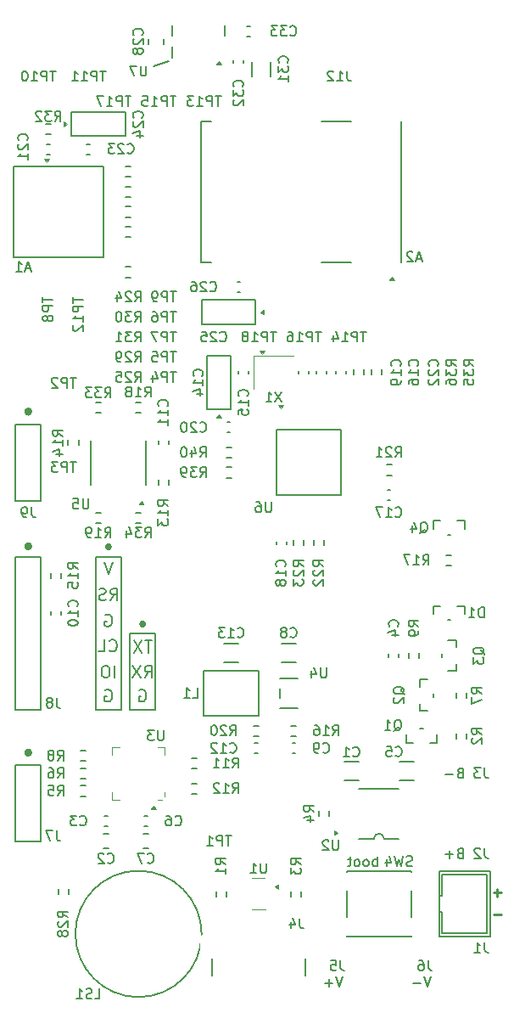
<source format=gbo>
%TF.GenerationSoftware,KiCad,Pcbnew,9.0.4*%
%TF.CreationDate,2025-09-21T10:52:25+02:00*%
%TF.ProjectId,Spoke,53706f6b-652e-46b6-9963-61645f706362,2.0*%
%TF.SameCoordinates,PX5f5e100PY5f5e100*%
%TF.FileFunction,Legend,Bot*%
%TF.FilePolarity,Positive*%
%FSLAX46Y46*%
G04 Gerber Fmt 4.6, Leading zero omitted, Abs format (unit mm)*
G04 Created by KiCad (PCBNEW 9.0.4) date 2025-09-21 10:52:25*
%MOMM*%
%LPD*%
G01*
G04 APERTURE LIST*
%ADD10C,0.200000*%
%ADD11C,0.376500*%
%ADD12C,0.153000*%
%ADD13C,0.250000*%
%ADD14C,0.120000*%
%ADD15C,0.400000*%
G04 APERTURE END LIST*
D10*
X-12850000Y-12000000D02*
X-10310000Y-12000000D01*
X-10310000Y-19620000D01*
X-12850000Y-19620000D01*
X-12850000Y-12000000D01*
D11*
X-14811750Y-3400000D02*
G75*
G02*
X-15188250Y-3400000I-188250J0D01*
G01*
X-15188250Y-3400000D02*
G75*
G02*
X-14811750Y-3400000I188250J0D01*
G01*
D10*
X-16270000Y-4380000D02*
X-13730000Y-4380000D01*
X-13730000Y-19620000D01*
X-16270000Y-19620000D01*
X-16270000Y-4380000D01*
D11*
X-11391750Y-11100000D02*
G75*
G02*
X-11768250Y-11100000I-188250J0D01*
G01*
X-11768250Y-11100000D02*
G75*
G02*
X-11391750Y-11100000I188250J0D01*
G01*
D12*
X-10500000Y44500000D02*
X-9000000Y45000000D01*
D10*
X17173183Y-46267219D02*
X16839850Y-47267219D01*
X16839850Y-47267219D02*
X16506517Y-46267219D01*
X16173183Y-46886266D02*
X15411279Y-46886266D01*
X-15314286Y-17701885D02*
X-15200000Y-17644742D01*
X-15200000Y-17644742D02*
X-15028572Y-17644742D01*
X-15028572Y-17644742D02*
X-14857143Y-17701885D01*
X-14857143Y-17701885D02*
X-14742858Y-17816171D01*
X-14742858Y-17816171D02*
X-14685715Y-17930457D01*
X-14685715Y-17930457D02*
X-14628572Y-18159028D01*
X-14628572Y-18159028D02*
X-14628572Y-18330457D01*
X-14628572Y-18330457D02*
X-14685715Y-18559028D01*
X-14685715Y-18559028D02*
X-14742858Y-18673314D01*
X-14742858Y-18673314D02*
X-14857143Y-18787600D01*
X-14857143Y-18787600D02*
X-15028572Y-18844742D01*
X-15028572Y-18844742D02*
X-15142858Y-18844742D01*
X-15142858Y-18844742D02*
X-15314286Y-18787600D01*
X-15314286Y-18787600D02*
X-15371429Y-18730457D01*
X-15371429Y-18730457D02*
X-15371429Y-18330457D01*
X-15371429Y-18330457D02*
X-15142858Y-18330457D01*
D13*
X24180951Y-37868666D02*
X23419047Y-37868666D01*
X23799999Y-38249619D02*
X23799999Y-37487714D01*
D10*
X-11380001Y-16454742D02*
X-10980001Y-15883314D01*
X-10694287Y-16454742D02*
X-10694287Y-15254742D01*
X-10694287Y-15254742D02*
X-11151430Y-15254742D01*
X-11151430Y-15254742D02*
X-11265715Y-15311885D01*
X-11265715Y-15311885D02*
X-11322858Y-15369028D01*
X-11322858Y-15369028D02*
X-11380001Y-15483314D01*
X-11380001Y-15483314D02*
X-11380001Y-15654742D01*
X-11380001Y-15654742D02*
X-11322858Y-15769028D01*
X-11322858Y-15769028D02*
X-11265715Y-15826171D01*
X-11265715Y-15826171D02*
X-11151430Y-15883314D01*
X-11151430Y-15883314D02*
X-10694287Y-15883314D01*
X-11780001Y-15254742D02*
X-12580001Y-16454742D01*
X-12580001Y-15254742D02*
X-11780001Y-16454742D01*
X-15314286Y-10201885D02*
X-15200000Y-10144742D01*
X-15200000Y-10144742D02*
X-15028572Y-10144742D01*
X-15028572Y-10144742D02*
X-14857143Y-10201885D01*
X-14857143Y-10201885D02*
X-14742858Y-10316171D01*
X-14742858Y-10316171D02*
X-14685715Y-10430457D01*
X-14685715Y-10430457D02*
X-14628572Y-10659028D01*
X-14628572Y-10659028D02*
X-14628572Y-10830457D01*
X-14628572Y-10830457D02*
X-14685715Y-11059028D01*
X-14685715Y-11059028D02*
X-14742858Y-11173314D01*
X-14742858Y-11173314D02*
X-14857143Y-11287600D01*
X-14857143Y-11287600D02*
X-15028572Y-11344742D01*
X-15028572Y-11344742D02*
X-15142858Y-11344742D01*
X-15142858Y-11344742D02*
X-15314286Y-11287600D01*
X-15314286Y-11287600D02*
X-15371429Y-11230457D01*
X-15371429Y-11230457D02*
X-15371429Y-10830457D01*
X-15371429Y-10830457D02*
X-15142858Y-10830457D01*
X20096993Y-25943409D02*
X19954136Y-25991028D01*
X19954136Y-25991028D02*
X19906517Y-26038647D01*
X19906517Y-26038647D02*
X19858898Y-26133885D01*
X19858898Y-26133885D02*
X19858898Y-26276742D01*
X19858898Y-26276742D02*
X19906517Y-26371980D01*
X19906517Y-26371980D02*
X19954136Y-26419600D01*
X19954136Y-26419600D02*
X20049374Y-26467219D01*
X20049374Y-26467219D02*
X20430326Y-26467219D01*
X20430326Y-26467219D02*
X20430326Y-25467219D01*
X20430326Y-25467219D02*
X20096993Y-25467219D01*
X20096993Y-25467219D02*
X20001755Y-25514838D01*
X20001755Y-25514838D02*
X19954136Y-25562457D01*
X19954136Y-25562457D02*
X19906517Y-25657695D01*
X19906517Y-25657695D02*
X19906517Y-25752933D01*
X19906517Y-25752933D02*
X19954136Y-25848171D01*
X19954136Y-25848171D02*
X20001755Y-25895790D01*
X20001755Y-25895790D02*
X20096993Y-25943409D01*
X20096993Y-25943409D02*
X20430326Y-25943409D01*
X19430326Y-26086266D02*
X18668422Y-26086266D01*
X-14800001Y-8744742D02*
X-14400001Y-8173314D01*
X-14114287Y-8744742D02*
X-14114287Y-7544742D01*
X-14114287Y-7544742D02*
X-14571430Y-7544742D01*
X-14571430Y-7544742D02*
X-14685715Y-7601885D01*
X-14685715Y-7601885D02*
X-14742858Y-7659028D01*
X-14742858Y-7659028D02*
X-14800001Y-7773314D01*
X-14800001Y-7773314D02*
X-14800001Y-7944742D01*
X-14800001Y-7944742D02*
X-14742858Y-8059028D01*
X-14742858Y-8059028D02*
X-14685715Y-8116171D01*
X-14685715Y-8116171D02*
X-14571430Y-8173314D01*
X-14571430Y-8173314D02*
X-14114287Y-8173314D01*
X-15257144Y-8687600D02*
X-15428572Y-8744742D01*
X-15428572Y-8744742D02*
X-15714287Y-8744742D01*
X-15714287Y-8744742D02*
X-15828572Y-8687600D01*
X-15828572Y-8687600D02*
X-15885715Y-8630457D01*
X-15885715Y-8630457D02*
X-15942858Y-8516171D01*
X-15942858Y-8516171D02*
X-15942858Y-8401885D01*
X-15942858Y-8401885D02*
X-15885715Y-8287600D01*
X-15885715Y-8287600D02*
X-15828572Y-8230457D01*
X-15828572Y-8230457D02*
X-15714287Y-8173314D01*
X-15714287Y-8173314D02*
X-15485715Y-8116171D01*
X-15485715Y-8116171D02*
X-15371430Y-8059028D01*
X-15371430Y-8059028D02*
X-15314287Y-8001885D01*
X-15314287Y-8001885D02*
X-15257144Y-7887600D01*
X-15257144Y-7887600D02*
X-15257144Y-7773314D01*
X-15257144Y-7773314D02*
X-15314287Y-7659028D01*
X-15314287Y-7659028D02*
X-15371430Y-7601885D01*
X-15371430Y-7601885D02*
X-15485715Y-7544742D01*
X-15485715Y-7544742D02*
X-15771430Y-7544742D01*
X-15771430Y-7544742D02*
X-15942858Y-7601885D01*
X-10685715Y-12754742D02*
X-11371429Y-12754742D01*
X-11028572Y-13954742D02*
X-11028572Y-12754742D01*
X-11657144Y-12754742D02*
X-12457144Y-13954742D01*
X-12457144Y-12754742D02*
X-11657144Y-13954742D01*
X11830326Y-35267219D02*
X11830326Y-34267219D01*
X11830326Y-34648171D02*
X11735088Y-34600552D01*
X11735088Y-34600552D02*
X11544612Y-34600552D01*
X11544612Y-34600552D02*
X11449374Y-34648171D01*
X11449374Y-34648171D02*
X11401755Y-34695790D01*
X11401755Y-34695790D02*
X11354136Y-34791028D01*
X11354136Y-34791028D02*
X11354136Y-35076742D01*
X11354136Y-35076742D02*
X11401755Y-35171980D01*
X11401755Y-35171980D02*
X11449374Y-35219600D01*
X11449374Y-35219600D02*
X11544612Y-35267219D01*
X11544612Y-35267219D02*
X11735088Y-35267219D01*
X11735088Y-35267219D02*
X11830326Y-35219600D01*
X10782707Y-35267219D02*
X10877945Y-35219600D01*
X10877945Y-35219600D02*
X10925564Y-35171980D01*
X10925564Y-35171980D02*
X10973183Y-35076742D01*
X10973183Y-35076742D02*
X10973183Y-34791028D01*
X10973183Y-34791028D02*
X10925564Y-34695790D01*
X10925564Y-34695790D02*
X10877945Y-34648171D01*
X10877945Y-34648171D02*
X10782707Y-34600552D01*
X10782707Y-34600552D02*
X10639850Y-34600552D01*
X10639850Y-34600552D02*
X10544612Y-34648171D01*
X10544612Y-34648171D02*
X10496993Y-34695790D01*
X10496993Y-34695790D02*
X10449374Y-34791028D01*
X10449374Y-34791028D02*
X10449374Y-35076742D01*
X10449374Y-35076742D02*
X10496993Y-35171980D01*
X10496993Y-35171980D02*
X10544612Y-35219600D01*
X10544612Y-35219600D02*
X10639850Y-35267219D01*
X10639850Y-35267219D02*
X10782707Y-35267219D01*
X9877945Y-35267219D02*
X9973183Y-35219600D01*
X9973183Y-35219600D02*
X10020802Y-35171980D01*
X10020802Y-35171980D02*
X10068421Y-35076742D01*
X10068421Y-35076742D02*
X10068421Y-34791028D01*
X10068421Y-34791028D02*
X10020802Y-34695790D01*
X10020802Y-34695790D02*
X9973183Y-34648171D01*
X9973183Y-34648171D02*
X9877945Y-34600552D01*
X9877945Y-34600552D02*
X9735088Y-34600552D01*
X9735088Y-34600552D02*
X9639850Y-34648171D01*
X9639850Y-34648171D02*
X9592231Y-34695790D01*
X9592231Y-34695790D02*
X9544612Y-34791028D01*
X9544612Y-34791028D02*
X9544612Y-35076742D01*
X9544612Y-35076742D02*
X9592231Y-35171980D01*
X9592231Y-35171980D02*
X9639850Y-35219600D01*
X9639850Y-35219600D02*
X9735088Y-35267219D01*
X9735088Y-35267219D02*
X9877945Y-35267219D01*
X9258897Y-34600552D02*
X8877945Y-34600552D01*
X9116040Y-34267219D02*
X9116040Y-35124361D01*
X9116040Y-35124361D02*
X9068421Y-35219600D01*
X9068421Y-35219600D02*
X8973183Y-35267219D01*
X8973183Y-35267219D02*
X8877945Y-35267219D01*
D13*
X24180951Y-40068666D02*
X23419047Y-40068666D01*
D10*
X8373183Y-46267219D02*
X8039850Y-47267219D01*
X8039850Y-47267219D02*
X7706517Y-46267219D01*
X7373183Y-46886266D02*
X6611279Y-46886266D01*
X6992231Y-47267219D02*
X6992231Y-46505314D01*
X-11914286Y-17701885D02*
X-11800000Y-17644742D01*
X-11800000Y-17644742D02*
X-11628572Y-17644742D01*
X-11628572Y-17644742D02*
X-11457143Y-17701885D01*
X-11457143Y-17701885D02*
X-11342858Y-17816171D01*
X-11342858Y-17816171D02*
X-11285715Y-17930457D01*
X-11285715Y-17930457D02*
X-11228572Y-18159028D01*
X-11228572Y-18159028D02*
X-11228572Y-18330457D01*
X-11228572Y-18330457D02*
X-11285715Y-18559028D01*
X-11285715Y-18559028D02*
X-11342858Y-18673314D01*
X-11342858Y-18673314D02*
X-11457143Y-18787600D01*
X-11457143Y-18787600D02*
X-11628572Y-18844742D01*
X-11628572Y-18844742D02*
X-11742858Y-18844742D01*
X-11742858Y-18844742D02*
X-11914286Y-18787600D01*
X-11914286Y-18787600D02*
X-11971429Y-18730457D01*
X-11971429Y-18730457D02*
X-11971429Y-18330457D01*
X-11971429Y-18330457D02*
X-11742858Y-18330457D01*
X-14600001Y-4944742D02*
X-15000001Y-6144742D01*
X-15000001Y-6144742D02*
X-15400001Y-4944742D01*
X-14371429Y-16444742D02*
X-14371429Y-15244742D01*
X-15171429Y-15244742D02*
X-15400001Y-15244742D01*
X-15400001Y-15244742D02*
X-15514286Y-15301885D01*
X-15514286Y-15301885D02*
X-15628572Y-15416171D01*
X-15628572Y-15416171D02*
X-15685715Y-15644742D01*
X-15685715Y-15644742D02*
X-15685715Y-16044742D01*
X-15685715Y-16044742D02*
X-15628572Y-16273314D01*
X-15628572Y-16273314D02*
X-15514286Y-16387600D01*
X-15514286Y-16387600D02*
X-15400001Y-16444742D01*
X-15400001Y-16444742D02*
X-15171429Y-16444742D01*
X-15171429Y-16444742D02*
X-15057143Y-16387600D01*
X-15057143Y-16387600D02*
X-14942858Y-16273314D01*
X-14942858Y-16273314D02*
X-14885715Y-16044742D01*
X-14885715Y-16044742D02*
X-14885715Y-15644742D01*
X-14885715Y-15644742D02*
X-14942858Y-15416171D01*
X-14942858Y-15416171D02*
X-15057143Y-15301885D01*
X-15057143Y-15301885D02*
X-15171429Y-15244742D01*
X20096993Y-33943409D02*
X19954136Y-33991028D01*
X19954136Y-33991028D02*
X19906517Y-34038647D01*
X19906517Y-34038647D02*
X19858898Y-34133885D01*
X19858898Y-34133885D02*
X19858898Y-34276742D01*
X19858898Y-34276742D02*
X19906517Y-34371980D01*
X19906517Y-34371980D02*
X19954136Y-34419600D01*
X19954136Y-34419600D02*
X20049374Y-34467219D01*
X20049374Y-34467219D02*
X20430326Y-34467219D01*
X20430326Y-34467219D02*
X20430326Y-33467219D01*
X20430326Y-33467219D02*
X20096993Y-33467219D01*
X20096993Y-33467219D02*
X20001755Y-33514838D01*
X20001755Y-33514838D02*
X19954136Y-33562457D01*
X19954136Y-33562457D02*
X19906517Y-33657695D01*
X19906517Y-33657695D02*
X19906517Y-33752933D01*
X19906517Y-33752933D02*
X19954136Y-33848171D01*
X19954136Y-33848171D02*
X20001755Y-33895790D01*
X20001755Y-33895790D02*
X20096993Y-33943409D01*
X20096993Y-33943409D02*
X20430326Y-33943409D01*
X19430326Y-34086266D02*
X18668422Y-34086266D01*
X19049374Y-34467219D02*
X19049374Y-33705314D01*
X-14885715Y-13730457D02*
X-14828572Y-13787600D01*
X-14828572Y-13787600D02*
X-14657144Y-13844742D01*
X-14657144Y-13844742D02*
X-14542858Y-13844742D01*
X-14542858Y-13844742D02*
X-14371429Y-13787600D01*
X-14371429Y-13787600D02*
X-14257144Y-13673314D01*
X-14257144Y-13673314D02*
X-14200001Y-13559028D01*
X-14200001Y-13559028D02*
X-14142858Y-13330457D01*
X-14142858Y-13330457D02*
X-14142858Y-13159028D01*
X-14142858Y-13159028D02*
X-14200001Y-12930457D01*
X-14200001Y-12930457D02*
X-14257144Y-12816171D01*
X-14257144Y-12816171D02*
X-14371429Y-12701885D01*
X-14371429Y-12701885D02*
X-14542858Y-12644742D01*
X-14542858Y-12644742D02*
X-14657144Y-12644742D01*
X-14657144Y-12644742D02*
X-14828572Y-12701885D01*
X-14828572Y-12701885D02*
X-14885715Y-12759028D01*
X-15971429Y-13844742D02*
X-15400001Y-13844742D01*
X-15400001Y-13844742D02*
X-15400001Y-12644742D01*
X22547457Y-14154761D02*
X22499838Y-14059523D01*
X22499838Y-14059523D02*
X22404600Y-13964285D01*
X22404600Y-13964285D02*
X22261742Y-13821428D01*
X22261742Y-13821428D02*
X22214123Y-13726190D01*
X22214123Y-13726190D02*
X22214123Y-13630952D01*
X22452219Y-13678571D02*
X22404600Y-13583333D01*
X22404600Y-13583333D02*
X22309361Y-13488095D01*
X22309361Y-13488095D02*
X22118885Y-13440476D01*
X22118885Y-13440476D02*
X21785552Y-13440476D01*
X21785552Y-13440476D02*
X21595076Y-13488095D01*
X21595076Y-13488095D02*
X21499838Y-13583333D01*
X21499838Y-13583333D02*
X21452219Y-13678571D01*
X21452219Y-13678571D02*
X21452219Y-13869047D01*
X21452219Y-13869047D02*
X21499838Y-13964285D01*
X21499838Y-13964285D02*
X21595076Y-14059523D01*
X21595076Y-14059523D02*
X21785552Y-14107142D01*
X21785552Y-14107142D02*
X22118885Y-14107142D01*
X22118885Y-14107142D02*
X22309361Y-14059523D01*
X22309361Y-14059523D02*
X22404600Y-13964285D01*
X22404600Y-13964285D02*
X22452219Y-13869047D01*
X22452219Y-13869047D02*
X22452219Y-13678571D01*
X21452219Y-14440476D02*
X21452219Y-15059523D01*
X21452219Y-15059523D02*
X21833171Y-14726190D01*
X21833171Y-14726190D02*
X21833171Y-14869047D01*
X21833171Y-14869047D02*
X21880790Y-14964285D01*
X21880790Y-14964285D02*
X21928409Y-15011904D01*
X21928409Y-15011904D02*
X22023647Y-15059523D01*
X22023647Y-15059523D02*
X22261742Y-15059523D01*
X22261742Y-15059523D02*
X22356980Y-15011904D01*
X22356980Y-15011904D02*
X22404600Y-14964285D01*
X22404600Y-14964285D02*
X22452219Y-14869047D01*
X22452219Y-14869047D02*
X22452219Y-14583333D01*
X22452219Y-14583333D02*
X22404600Y-14488095D01*
X22404600Y-14488095D02*
X22356980Y-14440476D01*
X-23143020Y37142858D02*
X-23095400Y37190477D01*
X-23095400Y37190477D02*
X-23047781Y37333334D01*
X-23047781Y37333334D02*
X-23047781Y37428572D01*
X-23047781Y37428572D02*
X-23095400Y37571429D01*
X-23095400Y37571429D02*
X-23190639Y37666667D01*
X-23190639Y37666667D02*
X-23285877Y37714286D01*
X-23285877Y37714286D02*
X-23476353Y37761905D01*
X-23476353Y37761905D02*
X-23619210Y37761905D01*
X-23619210Y37761905D02*
X-23809686Y37714286D01*
X-23809686Y37714286D02*
X-23904924Y37666667D01*
X-23904924Y37666667D02*
X-24000162Y37571429D01*
X-24000162Y37571429D02*
X-24047781Y37428572D01*
X-24047781Y37428572D02*
X-24047781Y37333334D01*
X-24047781Y37333334D02*
X-24000162Y37190477D01*
X-24000162Y37190477D02*
X-23952543Y37142858D01*
X-23952543Y36761905D02*
X-24000162Y36714286D01*
X-24000162Y36714286D02*
X-24047781Y36619048D01*
X-24047781Y36619048D02*
X-24047781Y36380953D01*
X-24047781Y36380953D02*
X-24000162Y36285715D01*
X-24000162Y36285715D02*
X-23952543Y36238096D01*
X-23952543Y36238096D02*
X-23857305Y36190477D01*
X-23857305Y36190477D02*
X-23762067Y36190477D01*
X-23762067Y36190477D02*
X-23619210Y36238096D01*
X-23619210Y36238096D02*
X-23047781Y36809524D01*
X-23047781Y36809524D02*
X-23047781Y36190477D01*
X-23047781Y35238096D02*
X-23047781Y35809524D01*
X-23047781Y35523810D02*
X-24047781Y35523810D01*
X-24047781Y35523810D02*
X-23904924Y35619048D01*
X-23904924Y35619048D02*
X-23809686Y35714286D01*
X-23809686Y35714286D02*
X-23762067Y35809524D01*
X-1143020Y11642858D02*
X-1095400Y11690477D01*
X-1095400Y11690477D02*
X-1047781Y11833334D01*
X-1047781Y11833334D02*
X-1047781Y11928572D01*
X-1047781Y11928572D02*
X-1095400Y12071429D01*
X-1095400Y12071429D02*
X-1190639Y12166667D01*
X-1190639Y12166667D02*
X-1285877Y12214286D01*
X-1285877Y12214286D02*
X-1476353Y12261905D01*
X-1476353Y12261905D02*
X-1619210Y12261905D01*
X-1619210Y12261905D02*
X-1809686Y12214286D01*
X-1809686Y12214286D02*
X-1904924Y12166667D01*
X-1904924Y12166667D02*
X-2000162Y12071429D01*
X-2000162Y12071429D02*
X-2047781Y11928572D01*
X-2047781Y11928572D02*
X-2047781Y11833334D01*
X-2047781Y11833334D02*
X-2000162Y11690477D01*
X-2000162Y11690477D02*
X-1952543Y11642858D01*
X-1047781Y10690477D02*
X-1047781Y11261905D01*
X-1047781Y10976191D02*
X-2047781Y10976191D01*
X-2047781Y10976191D02*
X-1904924Y11071429D01*
X-1904924Y11071429D02*
X-1809686Y11166667D01*
X-1809686Y11166667D02*
X-1762067Y11261905D01*
X-2047781Y9785715D02*
X-2047781Y10261905D01*
X-2047781Y10261905D02*
X-1571591Y10309524D01*
X-1571591Y10309524D02*
X-1619210Y10261905D01*
X-1619210Y10261905D02*
X-1666829Y10166667D01*
X-1666829Y10166667D02*
X-1666829Y9928572D01*
X-1666829Y9928572D02*
X-1619210Y9833334D01*
X-1619210Y9833334D02*
X-1571591Y9785715D01*
X-1571591Y9785715D02*
X-1476353Y9738096D01*
X-1476353Y9738096D02*
X-1238258Y9738096D01*
X-1238258Y9738096D02*
X-1143020Y9785715D01*
X-1143020Y9785715D02*
X-1095400Y9833334D01*
X-1095400Y9833334D02*
X-1047781Y9928572D01*
X-1047781Y9928572D02*
X-1047781Y10166667D01*
X-1047781Y10166667D02*
X-1095400Y10261905D01*
X-1095400Y10261905D02*
X-1143020Y10309524D01*
X-16357143Y-48452219D02*
X-15880953Y-48452219D01*
X-15880953Y-48452219D02*
X-15880953Y-47452219D01*
X-16642858Y-48404600D02*
X-16785715Y-48452219D01*
X-16785715Y-48452219D02*
X-17023810Y-48452219D01*
X-17023810Y-48452219D02*
X-17119048Y-48404600D01*
X-17119048Y-48404600D02*
X-17166667Y-48356980D01*
X-17166667Y-48356980D02*
X-17214286Y-48261742D01*
X-17214286Y-48261742D02*
X-17214286Y-48166504D01*
X-17214286Y-48166504D02*
X-17166667Y-48071266D01*
X-17166667Y-48071266D02*
X-17119048Y-48023647D01*
X-17119048Y-48023647D02*
X-17023810Y-47976028D01*
X-17023810Y-47976028D02*
X-16833334Y-47928409D01*
X-16833334Y-47928409D02*
X-16738096Y-47880790D01*
X-16738096Y-47880790D02*
X-16690477Y-47833171D01*
X-16690477Y-47833171D02*
X-16642858Y-47737933D01*
X-16642858Y-47737933D02*
X-16642858Y-47642695D01*
X-16642858Y-47642695D02*
X-16690477Y-47547457D01*
X-16690477Y-47547457D02*
X-16738096Y-47499838D01*
X-16738096Y-47499838D02*
X-16833334Y-47452219D01*
X-16833334Y-47452219D02*
X-17071429Y-47452219D01*
X-17071429Y-47452219D02*
X-17214286Y-47499838D01*
X-18166667Y-48452219D02*
X-17595239Y-48452219D01*
X-17880953Y-48452219D02*
X-17880953Y-47452219D01*
X-17880953Y-47452219D02*
X-17785715Y-47595076D01*
X-17785715Y-47595076D02*
X-17690477Y-47690314D01*
X-17690477Y-47690314D02*
X-17595239Y-47737933D01*
X-12352063Y13047781D02*
X-12018730Y13523972D01*
X-11780635Y13047781D02*
X-11780635Y14047781D01*
X-11780635Y14047781D02*
X-12161587Y14047781D01*
X-12161587Y14047781D02*
X-12256825Y14000162D01*
X-12256825Y14000162D02*
X-12304444Y13952543D01*
X-12304444Y13952543D02*
X-12352063Y13857305D01*
X-12352063Y13857305D02*
X-12352063Y13714448D01*
X-12352063Y13714448D02*
X-12304444Y13619210D01*
X-12304444Y13619210D02*
X-12256825Y13571591D01*
X-12256825Y13571591D02*
X-12161587Y13523972D01*
X-12161587Y13523972D02*
X-11780635Y13523972D01*
X-12733016Y13952543D02*
X-12780635Y14000162D01*
X-12780635Y14000162D02*
X-12875873Y14047781D01*
X-12875873Y14047781D02*
X-13113968Y14047781D01*
X-13113968Y14047781D02*
X-13209206Y14000162D01*
X-13209206Y14000162D02*
X-13256825Y13952543D01*
X-13256825Y13952543D02*
X-13304444Y13857305D01*
X-13304444Y13857305D02*
X-13304444Y13762067D01*
X-13304444Y13762067D02*
X-13256825Y13619210D01*
X-13256825Y13619210D02*
X-12685397Y13047781D01*
X-12685397Y13047781D02*
X-13304444Y13047781D01*
X-14209206Y14047781D02*
X-13733016Y14047781D01*
X-13733016Y14047781D02*
X-13685397Y13571591D01*
X-13685397Y13571591D02*
X-13733016Y13619210D01*
X-13733016Y13619210D02*
X-13828254Y13666829D01*
X-13828254Y13666829D02*
X-14066349Y13666829D01*
X-14066349Y13666829D02*
X-14161587Y13619210D01*
X-14161587Y13619210D02*
X-14209206Y13571591D01*
X-14209206Y13571591D02*
X-14256825Y13476353D01*
X-14256825Y13476353D02*
X-14256825Y13238258D01*
X-14256825Y13238258D02*
X-14209206Y13143020D01*
X-14209206Y13143020D02*
X-14161587Y13095400D01*
X-14161587Y13095400D02*
X-14066349Y13047781D01*
X-14066349Y13047781D02*
X-13828254Y13047781D01*
X-13828254Y13047781D02*
X-13733016Y13095400D01*
X-13733016Y13095400D02*
X-13685397Y13143020D01*
X-8333334Y-31106980D02*
X-8285715Y-31154600D01*
X-8285715Y-31154600D02*
X-8142858Y-31202219D01*
X-8142858Y-31202219D02*
X-8047620Y-31202219D01*
X-8047620Y-31202219D02*
X-7904763Y-31154600D01*
X-7904763Y-31154600D02*
X-7809525Y-31059361D01*
X-7809525Y-31059361D02*
X-7761906Y-30964123D01*
X-7761906Y-30964123D02*
X-7714287Y-30773647D01*
X-7714287Y-30773647D02*
X-7714287Y-30630790D01*
X-7714287Y-30630790D02*
X-7761906Y-30440314D01*
X-7761906Y-30440314D02*
X-7809525Y-30345076D01*
X-7809525Y-30345076D02*
X-7904763Y-30249838D01*
X-7904763Y-30249838D02*
X-8047620Y-30202219D01*
X-8047620Y-30202219D02*
X-8142858Y-30202219D01*
X-8142858Y-30202219D02*
X-8285715Y-30249838D01*
X-8285715Y-30249838D02*
X-8333334Y-30297457D01*
X-9190477Y-30202219D02*
X-9000001Y-30202219D01*
X-9000001Y-30202219D02*
X-8904763Y-30249838D01*
X-8904763Y-30249838D02*
X-8857144Y-30297457D01*
X-8857144Y-30297457D02*
X-8761906Y-30440314D01*
X-8761906Y-30440314D02*
X-8714287Y-30630790D01*
X-8714287Y-30630790D02*
X-8714287Y-31011742D01*
X-8714287Y-31011742D02*
X-8761906Y-31106980D01*
X-8761906Y-31106980D02*
X-8809525Y-31154600D01*
X-8809525Y-31154600D02*
X-8904763Y-31202219D01*
X-8904763Y-31202219D02*
X-9095239Y-31202219D01*
X-9095239Y-31202219D02*
X-9190477Y-31154600D01*
X-9190477Y-31154600D02*
X-9238096Y-31106980D01*
X-9238096Y-31106980D02*
X-9285715Y-31011742D01*
X-9285715Y-31011742D02*
X-9285715Y-30773647D01*
X-9285715Y-30773647D02*
X-9238096Y-30678409D01*
X-9238096Y-30678409D02*
X-9190477Y-30630790D01*
X-9190477Y-30630790D02*
X-9095239Y-30583171D01*
X-9095239Y-30583171D02*
X-8904763Y-30583171D01*
X-8904763Y-30583171D02*
X-8809525Y-30630790D01*
X-8809525Y-30630790D02*
X-8761906Y-30678409D01*
X-8761906Y-30678409D02*
X-8714287Y-30773647D01*
X6452219Y-5357142D02*
X5976028Y-5023809D01*
X6452219Y-4785714D02*
X5452219Y-4785714D01*
X5452219Y-4785714D02*
X5452219Y-5166666D01*
X5452219Y-5166666D02*
X5499838Y-5261904D01*
X5499838Y-5261904D02*
X5547457Y-5309523D01*
X5547457Y-5309523D02*
X5642695Y-5357142D01*
X5642695Y-5357142D02*
X5785552Y-5357142D01*
X5785552Y-5357142D02*
X5880790Y-5309523D01*
X5880790Y-5309523D02*
X5928409Y-5261904D01*
X5928409Y-5261904D02*
X5976028Y-5166666D01*
X5976028Y-5166666D02*
X5976028Y-4785714D01*
X5547457Y-5738095D02*
X5499838Y-5785714D01*
X5499838Y-5785714D02*
X5452219Y-5880952D01*
X5452219Y-5880952D02*
X5452219Y-6119047D01*
X5452219Y-6119047D02*
X5499838Y-6214285D01*
X5499838Y-6214285D02*
X5547457Y-6261904D01*
X5547457Y-6261904D02*
X5642695Y-6309523D01*
X5642695Y-6309523D02*
X5737933Y-6309523D01*
X5737933Y-6309523D02*
X5880790Y-6261904D01*
X5880790Y-6261904D02*
X6452219Y-5690476D01*
X6452219Y-5690476D02*
X6452219Y-6309523D01*
X5547457Y-6690476D02*
X5499838Y-6738095D01*
X5499838Y-6738095D02*
X5452219Y-6833333D01*
X5452219Y-6833333D02*
X5452219Y-7071428D01*
X5452219Y-7071428D02*
X5499838Y-7166666D01*
X5499838Y-7166666D02*
X5547457Y-7214285D01*
X5547457Y-7214285D02*
X5642695Y-7261904D01*
X5642695Y-7261904D02*
X5737933Y-7261904D01*
X5737933Y-7261904D02*
X5880790Y-7214285D01*
X5880790Y-7214285D02*
X6452219Y-6642857D01*
X6452219Y-6642857D02*
X6452219Y-7261904D01*
X-9143020Y10642858D02*
X-9095400Y10690477D01*
X-9095400Y10690477D02*
X-9047781Y10833334D01*
X-9047781Y10833334D02*
X-9047781Y10928572D01*
X-9047781Y10928572D02*
X-9095400Y11071429D01*
X-9095400Y11071429D02*
X-9190639Y11166667D01*
X-9190639Y11166667D02*
X-9285877Y11214286D01*
X-9285877Y11214286D02*
X-9476353Y11261905D01*
X-9476353Y11261905D02*
X-9619210Y11261905D01*
X-9619210Y11261905D02*
X-9809686Y11214286D01*
X-9809686Y11214286D02*
X-9904924Y11166667D01*
X-9904924Y11166667D02*
X-10000162Y11071429D01*
X-10000162Y11071429D02*
X-10047781Y10928572D01*
X-10047781Y10928572D02*
X-10047781Y10833334D01*
X-10047781Y10833334D02*
X-10000162Y10690477D01*
X-10000162Y10690477D02*
X-9952543Y10642858D01*
X-9047781Y9690477D02*
X-9047781Y10261905D01*
X-9047781Y9976191D02*
X-10047781Y9976191D01*
X-10047781Y9976191D02*
X-9904924Y10071429D01*
X-9904924Y10071429D02*
X-9809686Y10166667D01*
X-9809686Y10166667D02*
X-9762067Y10261905D01*
X-9047781Y8738096D02*
X-9047781Y9309524D01*
X-9047781Y9023810D02*
X-10047781Y9023810D01*
X-10047781Y9023810D02*
X-9904924Y9119048D01*
X-9904924Y9119048D02*
X-9809686Y9214286D01*
X-9809686Y9214286D02*
X-9762067Y9309524D01*
X-9047781Y642858D02*
X-9523972Y976191D01*
X-9047781Y1214286D02*
X-10047781Y1214286D01*
X-10047781Y1214286D02*
X-10047781Y833334D01*
X-10047781Y833334D02*
X-10000162Y738096D01*
X-10000162Y738096D02*
X-9952543Y690477D01*
X-9952543Y690477D02*
X-9857305Y642858D01*
X-9857305Y642858D02*
X-9714448Y642858D01*
X-9714448Y642858D02*
X-9619210Y690477D01*
X-9619210Y690477D02*
X-9571591Y738096D01*
X-9571591Y738096D02*
X-9523972Y833334D01*
X-9523972Y833334D02*
X-9523972Y1214286D01*
X-9047781Y-309523D02*
X-9047781Y261905D01*
X-9047781Y-23809D02*
X-10047781Y-23809D01*
X-10047781Y-23809D02*
X-9904924Y71429D01*
X-9904924Y71429D02*
X-9809686Y166667D01*
X-9809686Y166667D02*
X-9762067Y261905D01*
X-10047781Y-642857D02*
X-10047781Y-1261904D01*
X-10047781Y-1261904D02*
X-9666829Y-928571D01*
X-9666829Y-928571D02*
X-9666829Y-1071428D01*
X-9666829Y-1071428D02*
X-9619210Y-1166666D01*
X-9619210Y-1166666D02*
X-9571591Y-1214285D01*
X-9571591Y-1214285D02*
X-9476353Y-1261904D01*
X-9476353Y-1261904D02*
X-9238258Y-1261904D01*
X-9238258Y-1261904D02*
X-9143020Y-1214285D01*
X-9143020Y-1214285D02*
X-9095400Y-1166666D01*
X-9095400Y-1166666D02*
X-9047781Y-1071428D01*
X-9047781Y-1071428D02*
X-9047781Y-785714D01*
X-9047781Y-785714D02*
X-9095400Y-690476D01*
X-9095400Y-690476D02*
X-9143020Y-642857D01*
X-8261906Y41547781D02*
X-8833334Y41547781D01*
X-8547620Y40547781D02*
X-8547620Y41547781D01*
X-9166668Y40547781D02*
X-9166668Y41547781D01*
X-9166668Y41547781D02*
X-9547620Y41547781D01*
X-9547620Y41547781D02*
X-9642858Y41500162D01*
X-9642858Y41500162D02*
X-9690477Y41452543D01*
X-9690477Y41452543D02*
X-9738096Y41357305D01*
X-9738096Y41357305D02*
X-9738096Y41214448D01*
X-9738096Y41214448D02*
X-9690477Y41119210D01*
X-9690477Y41119210D02*
X-9642858Y41071591D01*
X-9642858Y41071591D02*
X-9547620Y41023972D01*
X-9547620Y41023972D02*
X-9166668Y41023972D01*
X-10690477Y40547781D02*
X-10119049Y40547781D01*
X-10404763Y40547781D02*
X-10404763Y41547781D01*
X-10404763Y41547781D02*
X-10309525Y41404924D01*
X-10309525Y41404924D02*
X-10214287Y41309686D01*
X-10214287Y41309686D02*
X-10119049Y41262067D01*
X-11595239Y41547781D02*
X-11119049Y41547781D01*
X-11119049Y41547781D02*
X-11071430Y41071591D01*
X-11071430Y41071591D02*
X-11119049Y41119210D01*
X-11119049Y41119210D02*
X-11214287Y41166829D01*
X-11214287Y41166829D02*
X-11452382Y41166829D01*
X-11452382Y41166829D02*
X-11547620Y41119210D01*
X-11547620Y41119210D02*
X-11595239Y41071591D01*
X-11595239Y41071591D02*
X-11642858Y40976353D01*
X-11642858Y40976353D02*
X-11642858Y40738258D01*
X-11642858Y40738258D02*
X-11595239Y40643020D01*
X-11595239Y40643020D02*
X-11547620Y40595400D01*
X-11547620Y40595400D02*
X-11452382Y40547781D01*
X-11452382Y40547781D02*
X-11214287Y40547781D01*
X-11214287Y40547781D02*
X-11119049Y40595400D01*
X-11119049Y40595400D02*
X-11071430Y40643020D01*
X-8238096Y14047781D02*
X-8809524Y14047781D01*
X-8523810Y13047781D02*
X-8523810Y14047781D01*
X-9142858Y13047781D02*
X-9142858Y14047781D01*
X-9142858Y14047781D02*
X-9523810Y14047781D01*
X-9523810Y14047781D02*
X-9619048Y14000162D01*
X-9619048Y14000162D02*
X-9666667Y13952543D01*
X-9666667Y13952543D02*
X-9714286Y13857305D01*
X-9714286Y13857305D02*
X-9714286Y13714448D01*
X-9714286Y13714448D02*
X-9666667Y13619210D01*
X-9666667Y13619210D02*
X-9619048Y13571591D01*
X-9619048Y13571591D02*
X-9523810Y13523972D01*
X-9523810Y13523972D02*
X-9142858Y13523972D01*
X-10571429Y13714448D02*
X-10571429Y13047781D01*
X-10333334Y14095400D02*
X-10095239Y13381115D01*
X-10095239Y13381115D02*
X-10714286Y13381115D01*
X-15083334Y-34856980D02*
X-15035715Y-34904600D01*
X-15035715Y-34904600D02*
X-14892858Y-34952219D01*
X-14892858Y-34952219D02*
X-14797620Y-34952219D01*
X-14797620Y-34952219D02*
X-14654763Y-34904600D01*
X-14654763Y-34904600D02*
X-14559525Y-34809361D01*
X-14559525Y-34809361D02*
X-14511906Y-34714123D01*
X-14511906Y-34714123D02*
X-14464287Y-34523647D01*
X-14464287Y-34523647D02*
X-14464287Y-34380790D01*
X-14464287Y-34380790D02*
X-14511906Y-34190314D01*
X-14511906Y-34190314D02*
X-14559525Y-34095076D01*
X-14559525Y-34095076D02*
X-14654763Y-33999838D01*
X-14654763Y-33999838D02*
X-14797620Y-33952219D01*
X-14797620Y-33952219D02*
X-14892858Y-33952219D01*
X-14892858Y-33952219D02*
X-15035715Y-33999838D01*
X-15035715Y-33999838D02*
X-15083334Y-34047457D01*
X-15464287Y-34047457D02*
X-15511906Y-33999838D01*
X-15511906Y-33999838D02*
X-15607144Y-33952219D01*
X-15607144Y-33952219D02*
X-15845239Y-33952219D01*
X-15845239Y-33952219D02*
X-15940477Y-33999838D01*
X-15940477Y-33999838D02*
X-15988096Y-34047457D01*
X-15988096Y-34047457D02*
X-16035715Y-34142695D01*
X-16035715Y-34142695D02*
X-16035715Y-34237933D01*
X-16035715Y-34237933D02*
X-15988096Y-34380790D01*
X-15988096Y-34380790D02*
X-15416668Y-34952219D01*
X-15416668Y-34952219D02*
X-16035715Y-34952219D01*
X-15357143Y11477781D02*
X-15023810Y11953972D01*
X-14785715Y11477781D02*
X-14785715Y12477781D01*
X-14785715Y12477781D02*
X-15166667Y12477781D01*
X-15166667Y12477781D02*
X-15261905Y12430162D01*
X-15261905Y12430162D02*
X-15309524Y12382543D01*
X-15309524Y12382543D02*
X-15357143Y12287305D01*
X-15357143Y12287305D02*
X-15357143Y12144448D01*
X-15357143Y12144448D02*
X-15309524Y12049210D01*
X-15309524Y12049210D02*
X-15261905Y12001591D01*
X-15261905Y12001591D02*
X-15166667Y11953972D01*
X-15166667Y11953972D02*
X-14785715Y11953972D01*
X-15690477Y12477781D02*
X-16309524Y12477781D01*
X-16309524Y12477781D02*
X-15976191Y12096829D01*
X-15976191Y12096829D02*
X-16119048Y12096829D01*
X-16119048Y12096829D02*
X-16214286Y12049210D01*
X-16214286Y12049210D02*
X-16261905Y12001591D01*
X-16261905Y12001591D02*
X-16309524Y11906353D01*
X-16309524Y11906353D02*
X-16309524Y11668258D01*
X-16309524Y11668258D02*
X-16261905Y11573020D01*
X-16261905Y11573020D02*
X-16214286Y11525400D01*
X-16214286Y11525400D02*
X-16119048Y11477781D01*
X-16119048Y11477781D02*
X-15833334Y11477781D01*
X-15833334Y11477781D02*
X-15738096Y11525400D01*
X-15738096Y11525400D02*
X-15690477Y11573020D01*
X-16642858Y12477781D02*
X-17261905Y12477781D01*
X-17261905Y12477781D02*
X-16928572Y12096829D01*
X-16928572Y12096829D02*
X-17071429Y12096829D01*
X-17071429Y12096829D02*
X-17166667Y12049210D01*
X-17166667Y12049210D02*
X-17214286Y12001591D01*
X-17214286Y12001591D02*
X-17261905Y11906353D01*
X-17261905Y11906353D02*
X-17261905Y11668258D01*
X-17261905Y11668258D02*
X-17214286Y11573020D01*
X-17214286Y11573020D02*
X-17166667Y11525400D01*
X-17166667Y11525400D02*
X-17071429Y11477781D01*
X-17071429Y11477781D02*
X-16785715Y11477781D01*
X-16785715Y11477781D02*
X-16690477Y11525400D01*
X-16690477Y11525400D02*
X-16642858Y11573020D01*
X-2607143Y-25452219D02*
X-2273810Y-24976028D01*
X-2035715Y-25452219D02*
X-2035715Y-24452219D01*
X-2035715Y-24452219D02*
X-2416667Y-24452219D01*
X-2416667Y-24452219D02*
X-2511905Y-24499838D01*
X-2511905Y-24499838D02*
X-2559524Y-24547457D01*
X-2559524Y-24547457D02*
X-2607143Y-24642695D01*
X-2607143Y-24642695D02*
X-2607143Y-24785552D01*
X-2607143Y-24785552D02*
X-2559524Y-24880790D01*
X-2559524Y-24880790D02*
X-2511905Y-24928409D01*
X-2511905Y-24928409D02*
X-2416667Y-24976028D01*
X-2416667Y-24976028D02*
X-2035715Y-24976028D01*
X-3559524Y-25452219D02*
X-2988096Y-25452219D01*
X-3273810Y-25452219D02*
X-3273810Y-24452219D01*
X-3273810Y-24452219D02*
X-3178572Y-24595076D01*
X-3178572Y-24595076D02*
X-3083334Y-24690314D01*
X-3083334Y-24690314D02*
X-2988096Y-24737933D01*
X-4511905Y-25452219D02*
X-3940477Y-25452219D01*
X-4226191Y-25452219D02*
X-4226191Y-24452219D01*
X-4226191Y-24452219D02*
X-4130953Y-24595076D01*
X-4130953Y-24595076D02*
X-4035715Y-24690314D01*
X-4035715Y-24690314D02*
X-3940477Y-24737933D01*
X16095238Y-2047457D02*
X16190476Y-1999838D01*
X16190476Y-1999838D02*
X16285714Y-1904600D01*
X16285714Y-1904600D02*
X16428571Y-1761742D01*
X16428571Y-1761742D02*
X16523809Y-1714123D01*
X16523809Y-1714123D02*
X16619047Y-1714123D01*
X16571428Y-1952219D02*
X16666666Y-1904600D01*
X16666666Y-1904600D02*
X16761904Y-1809361D01*
X16761904Y-1809361D02*
X16809523Y-1618885D01*
X16809523Y-1618885D02*
X16809523Y-1285552D01*
X16809523Y-1285552D02*
X16761904Y-1095076D01*
X16761904Y-1095076D02*
X16666666Y-999838D01*
X16666666Y-999838D02*
X16571428Y-952219D01*
X16571428Y-952219D02*
X16380952Y-952219D01*
X16380952Y-952219D02*
X16285714Y-999838D01*
X16285714Y-999838D02*
X16190476Y-1095076D01*
X16190476Y-1095076D02*
X16142857Y-1285552D01*
X16142857Y-1285552D02*
X16142857Y-1618885D01*
X16142857Y-1618885D02*
X16190476Y-1809361D01*
X16190476Y-1809361D02*
X16285714Y-1904600D01*
X16285714Y-1904600D02*
X16380952Y-1952219D01*
X16380952Y-1952219D02*
X16571428Y-1952219D01*
X15285714Y-1285552D02*
X15285714Y-1952219D01*
X15523809Y-904600D02*
X15761904Y-1618885D01*
X15761904Y-1618885D02*
X15142857Y-1618885D01*
X2856980Y44892858D02*
X2904600Y44940477D01*
X2904600Y44940477D02*
X2952219Y45083334D01*
X2952219Y45083334D02*
X2952219Y45178572D01*
X2952219Y45178572D02*
X2904600Y45321429D01*
X2904600Y45321429D02*
X2809361Y45416667D01*
X2809361Y45416667D02*
X2714123Y45464286D01*
X2714123Y45464286D02*
X2523647Y45511905D01*
X2523647Y45511905D02*
X2380790Y45511905D01*
X2380790Y45511905D02*
X2190314Y45464286D01*
X2190314Y45464286D02*
X2095076Y45416667D01*
X2095076Y45416667D02*
X1999838Y45321429D01*
X1999838Y45321429D02*
X1952219Y45178572D01*
X1952219Y45178572D02*
X1952219Y45083334D01*
X1952219Y45083334D02*
X1999838Y44940477D01*
X1999838Y44940477D02*
X2047457Y44892858D01*
X1952219Y44559524D02*
X1952219Y43940477D01*
X1952219Y43940477D02*
X2333171Y44273810D01*
X2333171Y44273810D02*
X2333171Y44130953D01*
X2333171Y44130953D02*
X2380790Y44035715D01*
X2380790Y44035715D02*
X2428409Y43988096D01*
X2428409Y43988096D02*
X2523647Y43940477D01*
X2523647Y43940477D02*
X2761742Y43940477D01*
X2761742Y43940477D02*
X2856980Y43988096D01*
X2856980Y43988096D02*
X2904600Y44035715D01*
X2904600Y44035715D02*
X2952219Y44130953D01*
X2952219Y44130953D02*
X2952219Y44416667D01*
X2952219Y44416667D02*
X2904600Y44511905D01*
X2904600Y44511905D02*
X2856980Y44559524D01*
X2952219Y42988096D02*
X2952219Y43559524D01*
X2952219Y43273810D02*
X1952219Y43273810D01*
X1952219Y43273810D02*
X2095076Y43369048D01*
X2095076Y43369048D02*
X2190314Y43464286D01*
X2190314Y43464286D02*
X2237933Y43559524D01*
X-4857143Y22143020D02*
X-4809524Y22095400D01*
X-4809524Y22095400D02*
X-4666667Y22047781D01*
X-4666667Y22047781D02*
X-4571429Y22047781D01*
X-4571429Y22047781D02*
X-4428572Y22095400D01*
X-4428572Y22095400D02*
X-4333334Y22190639D01*
X-4333334Y22190639D02*
X-4285715Y22285877D01*
X-4285715Y22285877D02*
X-4238096Y22476353D01*
X-4238096Y22476353D02*
X-4238096Y22619210D01*
X-4238096Y22619210D02*
X-4285715Y22809686D01*
X-4285715Y22809686D02*
X-4333334Y22904924D01*
X-4333334Y22904924D02*
X-4428572Y23000162D01*
X-4428572Y23000162D02*
X-4571429Y23047781D01*
X-4571429Y23047781D02*
X-4666667Y23047781D01*
X-4666667Y23047781D02*
X-4809524Y23000162D01*
X-4809524Y23000162D02*
X-4857143Y22952543D01*
X-5238096Y22952543D02*
X-5285715Y23000162D01*
X-5285715Y23000162D02*
X-5380953Y23047781D01*
X-5380953Y23047781D02*
X-5619048Y23047781D01*
X-5619048Y23047781D02*
X-5714286Y23000162D01*
X-5714286Y23000162D02*
X-5761905Y22952543D01*
X-5761905Y22952543D02*
X-5809524Y22857305D01*
X-5809524Y22857305D02*
X-5809524Y22762067D01*
X-5809524Y22762067D02*
X-5761905Y22619210D01*
X-5761905Y22619210D02*
X-5190477Y22047781D01*
X-5190477Y22047781D02*
X-5809524Y22047781D01*
X-6666667Y23047781D02*
X-6476191Y23047781D01*
X-6476191Y23047781D02*
X-6380953Y23000162D01*
X-6380953Y23000162D02*
X-6333334Y22952543D01*
X-6333334Y22952543D02*
X-6238096Y22809686D01*
X-6238096Y22809686D02*
X-6190477Y22619210D01*
X-6190477Y22619210D02*
X-6190477Y22238258D01*
X-6190477Y22238258D02*
X-6238096Y22143020D01*
X-6238096Y22143020D02*
X-6285715Y22095400D01*
X-6285715Y22095400D02*
X-6380953Y22047781D01*
X-6380953Y22047781D02*
X-6571429Y22047781D01*
X-6571429Y22047781D02*
X-6666667Y22095400D01*
X-6666667Y22095400D02*
X-6714286Y22143020D01*
X-6714286Y22143020D02*
X-6761905Y22238258D01*
X-6761905Y22238258D02*
X-6761905Y22476353D01*
X-6761905Y22476353D02*
X-6714286Y22571591D01*
X-6714286Y22571591D02*
X-6666667Y22619210D01*
X-6666667Y22619210D02*
X-6571429Y22666829D01*
X-6571429Y22666829D02*
X-6380953Y22666829D01*
X-6380953Y22666829D02*
X-6285715Y22619210D01*
X-6285715Y22619210D02*
X-6238096Y22571591D01*
X-6238096Y22571591D02*
X-6190477Y22476353D01*
X13856980Y-11333333D02*
X13904600Y-11285714D01*
X13904600Y-11285714D02*
X13952219Y-11142857D01*
X13952219Y-11142857D02*
X13952219Y-11047619D01*
X13952219Y-11047619D02*
X13904600Y-10904762D01*
X13904600Y-10904762D02*
X13809361Y-10809524D01*
X13809361Y-10809524D02*
X13714123Y-10761905D01*
X13714123Y-10761905D02*
X13523647Y-10714286D01*
X13523647Y-10714286D02*
X13380790Y-10714286D01*
X13380790Y-10714286D02*
X13190314Y-10761905D01*
X13190314Y-10761905D02*
X13095076Y-10809524D01*
X13095076Y-10809524D02*
X12999838Y-10904762D01*
X12999838Y-10904762D02*
X12952219Y-11047619D01*
X12952219Y-11047619D02*
X12952219Y-11142857D01*
X12952219Y-11142857D02*
X12999838Y-11285714D01*
X12999838Y-11285714D02*
X13047457Y-11333333D01*
X13285552Y-12190476D02*
X13952219Y-12190476D01*
X12904600Y-11952381D02*
X13618885Y-11714286D01*
X13618885Y-11714286D02*
X13618885Y-12333333D01*
X5522219Y-29833333D02*
X5046028Y-29500000D01*
X5522219Y-29261905D02*
X4522219Y-29261905D01*
X4522219Y-29261905D02*
X4522219Y-29642857D01*
X4522219Y-29642857D02*
X4569838Y-29738095D01*
X4569838Y-29738095D02*
X4617457Y-29785714D01*
X4617457Y-29785714D02*
X4712695Y-29833333D01*
X4712695Y-29833333D02*
X4855552Y-29833333D01*
X4855552Y-29833333D02*
X4950790Y-29785714D01*
X4950790Y-29785714D02*
X4998409Y-29738095D01*
X4998409Y-29738095D02*
X5046028Y-29642857D01*
X5046028Y-29642857D02*
X5046028Y-29261905D01*
X4855552Y-30690476D02*
X5522219Y-30690476D01*
X4474600Y-30452381D02*
X5188885Y-30214286D01*
X5188885Y-30214286D02*
X5188885Y-30833333D01*
X-2738096Y-32202219D02*
X-3309524Y-32202219D01*
X-3023810Y-33202219D02*
X-3023810Y-32202219D01*
X-3642858Y-33202219D02*
X-3642858Y-32202219D01*
X-3642858Y-32202219D02*
X-4023810Y-32202219D01*
X-4023810Y-32202219D02*
X-4119048Y-32249838D01*
X-4119048Y-32249838D02*
X-4166667Y-32297457D01*
X-4166667Y-32297457D02*
X-4214286Y-32392695D01*
X-4214286Y-32392695D02*
X-4214286Y-32535552D01*
X-4214286Y-32535552D02*
X-4166667Y-32630790D01*
X-4166667Y-32630790D02*
X-4119048Y-32678409D01*
X-4119048Y-32678409D02*
X-4023810Y-32726028D01*
X-4023810Y-32726028D02*
X-3642858Y-32726028D01*
X-5166667Y-33202219D02*
X-4595239Y-33202219D01*
X-4880953Y-33202219D02*
X-4880953Y-32202219D01*
X-4880953Y-32202219D02*
X-4785715Y-32345076D01*
X-4785715Y-32345076D02*
X-4690477Y-32440314D01*
X-4690477Y-32440314D02*
X-4595239Y-32487933D01*
X21452219Y14642858D02*
X20976028Y14976191D01*
X21452219Y15214286D02*
X20452219Y15214286D01*
X20452219Y15214286D02*
X20452219Y14833334D01*
X20452219Y14833334D02*
X20499838Y14738096D01*
X20499838Y14738096D02*
X20547457Y14690477D01*
X20547457Y14690477D02*
X20642695Y14642858D01*
X20642695Y14642858D02*
X20785552Y14642858D01*
X20785552Y14642858D02*
X20880790Y14690477D01*
X20880790Y14690477D02*
X20928409Y14738096D01*
X20928409Y14738096D02*
X20976028Y14833334D01*
X20976028Y14833334D02*
X20976028Y15214286D01*
X20452219Y14309524D02*
X20452219Y13690477D01*
X20452219Y13690477D02*
X20833171Y14023810D01*
X20833171Y14023810D02*
X20833171Y13880953D01*
X20833171Y13880953D02*
X20880790Y13785715D01*
X20880790Y13785715D02*
X20928409Y13738096D01*
X20928409Y13738096D02*
X21023647Y13690477D01*
X21023647Y13690477D02*
X21261742Y13690477D01*
X21261742Y13690477D02*
X21356980Y13738096D01*
X21356980Y13738096D02*
X21404600Y13785715D01*
X21404600Y13785715D02*
X21452219Y13880953D01*
X21452219Y13880953D02*
X21452219Y14166667D01*
X21452219Y14166667D02*
X21404600Y14261905D01*
X21404600Y14261905D02*
X21356980Y14309524D01*
X20452219Y12785715D02*
X20452219Y13261905D01*
X20452219Y13261905D02*
X20928409Y13309524D01*
X20928409Y13309524D02*
X20880790Y13261905D01*
X20880790Y13261905D02*
X20833171Y13166667D01*
X20833171Y13166667D02*
X20833171Y12928572D01*
X20833171Y12928572D02*
X20880790Y12833334D01*
X20880790Y12833334D02*
X20928409Y12785715D01*
X20928409Y12785715D02*
X21023647Y12738096D01*
X21023647Y12738096D02*
X21261742Y12738096D01*
X21261742Y12738096D02*
X21356980Y12785715D01*
X21356980Y12785715D02*
X21404600Y12833334D01*
X21404600Y12833334D02*
X21452219Y12928572D01*
X21452219Y12928572D02*
X21452219Y13166667D01*
X21452219Y13166667D02*
X21404600Y13261905D01*
X21404600Y13261905D02*
X21356980Y13309524D01*
X-20261906Y44047781D02*
X-20833334Y44047781D01*
X-20547620Y43047781D02*
X-20547620Y44047781D01*
X-21166668Y43047781D02*
X-21166668Y44047781D01*
X-21166668Y44047781D02*
X-21547620Y44047781D01*
X-21547620Y44047781D02*
X-21642858Y44000162D01*
X-21642858Y44000162D02*
X-21690477Y43952543D01*
X-21690477Y43952543D02*
X-21738096Y43857305D01*
X-21738096Y43857305D02*
X-21738096Y43714448D01*
X-21738096Y43714448D02*
X-21690477Y43619210D01*
X-21690477Y43619210D02*
X-21642858Y43571591D01*
X-21642858Y43571591D02*
X-21547620Y43523972D01*
X-21547620Y43523972D02*
X-21166668Y43523972D01*
X-22690477Y43047781D02*
X-22119049Y43047781D01*
X-22404763Y43047781D02*
X-22404763Y44047781D01*
X-22404763Y44047781D02*
X-22309525Y43904924D01*
X-22309525Y43904924D02*
X-22214287Y43809686D01*
X-22214287Y43809686D02*
X-22119049Y43762067D01*
X-23309525Y44047781D02*
X-23404763Y44047781D01*
X-23404763Y44047781D02*
X-23500001Y44000162D01*
X-23500001Y44000162D02*
X-23547620Y43952543D01*
X-23547620Y43952543D02*
X-23595239Y43857305D01*
X-23595239Y43857305D02*
X-23642858Y43666829D01*
X-23642858Y43666829D02*
X-23642858Y43428734D01*
X-23642858Y43428734D02*
X-23595239Y43238258D01*
X-23595239Y43238258D02*
X-23547620Y43143020D01*
X-23547620Y43143020D02*
X-23500001Y43095400D01*
X-23500001Y43095400D02*
X-23404763Y43047781D01*
X-23404763Y43047781D02*
X-23309525Y43047781D01*
X-23309525Y43047781D02*
X-23214287Y43095400D01*
X-23214287Y43095400D02*
X-23166668Y43143020D01*
X-23166668Y43143020D02*
X-23119049Y43238258D01*
X-23119049Y43238258D02*
X-23071430Y43428734D01*
X-23071430Y43428734D02*
X-23071430Y43666829D01*
X-23071430Y43666829D02*
X-23119049Y43857305D01*
X-23119049Y43857305D02*
X-23166668Y43952543D01*
X-23166668Y43952543D02*
X-23214287Y44000162D01*
X-23214287Y44000162D02*
X-23309525Y44047781D01*
X16214285Y25333496D02*
X15738095Y25333496D01*
X16309523Y25047781D02*
X15976190Y26047781D01*
X15976190Y26047781D02*
X15642857Y25047781D01*
X15357142Y25952543D02*
X15309523Y26000162D01*
X15309523Y26000162D02*
X15214285Y26047781D01*
X15214285Y26047781D02*
X14976190Y26047781D01*
X14976190Y26047781D02*
X14880952Y26000162D01*
X14880952Y26000162D02*
X14833333Y25952543D01*
X14833333Y25952543D02*
X14785714Y25857305D01*
X14785714Y25857305D02*
X14785714Y25762067D01*
X14785714Y25762067D02*
X14833333Y25619210D01*
X14833333Y25619210D02*
X15404761Y25047781D01*
X15404761Y25047781D02*
X14785714Y25047781D01*
X-8238096Y20047781D02*
X-8809524Y20047781D01*
X-8523810Y19047781D02*
X-8523810Y20047781D01*
X-9142858Y19047781D02*
X-9142858Y20047781D01*
X-9142858Y20047781D02*
X-9523810Y20047781D01*
X-9523810Y20047781D02*
X-9619048Y20000162D01*
X-9619048Y20000162D02*
X-9666667Y19952543D01*
X-9666667Y19952543D02*
X-9714286Y19857305D01*
X-9714286Y19857305D02*
X-9714286Y19714448D01*
X-9714286Y19714448D02*
X-9666667Y19619210D01*
X-9666667Y19619210D02*
X-9619048Y19571591D01*
X-9619048Y19571591D02*
X-9523810Y19523972D01*
X-9523810Y19523972D02*
X-9142858Y19523972D01*
X-10571429Y20047781D02*
X-10380953Y20047781D01*
X-10380953Y20047781D02*
X-10285715Y20000162D01*
X-10285715Y20000162D02*
X-10238096Y19952543D01*
X-10238096Y19952543D02*
X-10142858Y19809686D01*
X-10142858Y19809686D02*
X-10095239Y19619210D01*
X-10095239Y19619210D02*
X-10095239Y19238258D01*
X-10095239Y19238258D02*
X-10142858Y19143020D01*
X-10142858Y19143020D02*
X-10190477Y19095400D01*
X-10190477Y19095400D02*
X-10285715Y19047781D01*
X-10285715Y19047781D02*
X-10476191Y19047781D01*
X-10476191Y19047781D02*
X-10571429Y19095400D01*
X-10571429Y19095400D02*
X-10619048Y19143020D01*
X-10619048Y19143020D02*
X-10666667Y19238258D01*
X-10666667Y19238258D02*
X-10666667Y19476353D01*
X-10666667Y19476353D02*
X-10619048Y19571591D01*
X-10619048Y19571591D02*
X-10571429Y19619210D01*
X-10571429Y19619210D02*
X-10476191Y19666829D01*
X-10476191Y19666829D02*
X-10285715Y19666829D01*
X-10285715Y19666829D02*
X-10190477Y19619210D01*
X-10190477Y19619210D02*
X-10142858Y19571591D01*
X-10142858Y19571591D02*
X-10095239Y19476353D01*
X-12357143Y15047781D02*
X-12023810Y15523972D01*
X-11785715Y15047781D02*
X-11785715Y16047781D01*
X-11785715Y16047781D02*
X-12166667Y16047781D01*
X-12166667Y16047781D02*
X-12261905Y16000162D01*
X-12261905Y16000162D02*
X-12309524Y15952543D01*
X-12309524Y15952543D02*
X-12357143Y15857305D01*
X-12357143Y15857305D02*
X-12357143Y15714448D01*
X-12357143Y15714448D02*
X-12309524Y15619210D01*
X-12309524Y15619210D02*
X-12261905Y15571591D01*
X-12261905Y15571591D02*
X-12166667Y15523972D01*
X-12166667Y15523972D02*
X-11785715Y15523972D01*
X-12738096Y15952543D02*
X-12785715Y16000162D01*
X-12785715Y16000162D02*
X-12880953Y16047781D01*
X-12880953Y16047781D02*
X-13119048Y16047781D01*
X-13119048Y16047781D02*
X-13214286Y16000162D01*
X-13214286Y16000162D02*
X-13261905Y15952543D01*
X-13261905Y15952543D02*
X-13309524Y15857305D01*
X-13309524Y15857305D02*
X-13309524Y15762067D01*
X-13309524Y15762067D02*
X-13261905Y15619210D01*
X-13261905Y15619210D02*
X-12690477Y15047781D01*
X-12690477Y15047781D02*
X-13309524Y15047781D01*
X-13785715Y15047781D02*
X-13976191Y15047781D01*
X-13976191Y15047781D02*
X-14071429Y15095400D01*
X-14071429Y15095400D02*
X-14119048Y15143020D01*
X-14119048Y15143020D02*
X-14214286Y15285877D01*
X-14214286Y15285877D02*
X-14261905Y15476353D01*
X-14261905Y15476353D02*
X-14261905Y15857305D01*
X-14261905Y15857305D02*
X-14214286Y15952543D01*
X-14214286Y15952543D02*
X-14166667Y16000162D01*
X-14166667Y16000162D02*
X-14071429Y16047781D01*
X-14071429Y16047781D02*
X-13880953Y16047781D01*
X-13880953Y16047781D02*
X-13785715Y16000162D01*
X-13785715Y16000162D02*
X-13738096Y15952543D01*
X-13738096Y15952543D02*
X-13690477Y15857305D01*
X-13690477Y15857305D02*
X-13690477Y15619210D01*
X-13690477Y15619210D02*
X-13738096Y15523972D01*
X-13738096Y15523972D02*
X-13785715Y15476353D01*
X-13785715Y15476353D02*
X-13880953Y15428734D01*
X-13880953Y15428734D02*
X-14071429Y15428734D01*
X-14071429Y15428734D02*
X-14166667Y15476353D01*
X-14166667Y15476353D02*
X-14214286Y15523972D01*
X-14214286Y15523972D02*
X-14261905Y15619210D01*
X-13107143Y35893020D02*
X-13059524Y35845400D01*
X-13059524Y35845400D02*
X-12916667Y35797781D01*
X-12916667Y35797781D02*
X-12821429Y35797781D01*
X-12821429Y35797781D02*
X-12678572Y35845400D01*
X-12678572Y35845400D02*
X-12583334Y35940639D01*
X-12583334Y35940639D02*
X-12535715Y36035877D01*
X-12535715Y36035877D02*
X-12488096Y36226353D01*
X-12488096Y36226353D02*
X-12488096Y36369210D01*
X-12488096Y36369210D02*
X-12535715Y36559686D01*
X-12535715Y36559686D02*
X-12583334Y36654924D01*
X-12583334Y36654924D02*
X-12678572Y36750162D01*
X-12678572Y36750162D02*
X-12821429Y36797781D01*
X-12821429Y36797781D02*
X-12916667Y36797781D01*
X-12916667Y36797781D02*
X-13059524Y36750162D01*
X-13059524Y36750162D02*
X-13107143Y36702543D01*
X-13488096Y36702543D02*
X-13535715Y36750162D01*
X-13535715Y36750162D02*
X-13630953Y36797781D01*
X-13630953Y36797781D02*
X-13869048Y36797781D01*
X-13869048Y36797781D02*
X-13964286Y36750162D01*
X-13964286Y36750162D02*
X-14011905Y36702543D01*
X-14011905Y36702543D02*
X-14059524Y36607305D01*
X-14059524Y36607305D02*
X-14059524Y36512067D01*
X-14059524Y36512067D02*
X-14011905Y36369210D01*
X-14011905Y36369210D02*
X-13440477Y35797781D01*
X-13440477Y35797781D02*
X-14059524Y35797781D01*
X-14392858Y36797781D02*
X-15011905Y36797781D01*
X-15011905Y36797781D02*
X-14678572Y36416829D01*
X-14678572Y36416829D02*
X-14821429Y36416829D01*
X-14821429Y36416829D02*
X-14916667Y36369210D01*
X-14916667Y36369210D02*
X-14964286Y36321591D01*
X-14964286Y36321591D02*
X-15011905Y36226353D01*
X-15011905Y36226353D02*
X-15011905Y35988258D01*
X-15011905Y35988258D02*
X-14964286Y35893020D01*
X-14964286Y35893020D02*
X-14916667Y35845400D01*
X-14916667Y35845400D02*
X-14821429Y35797781D01*
X-14821429Y35797781D02*
X-14535715Y35797781D01*
X-14535715Y35797781D02*
X-14440477Y35845400D01*
X-14440477Y35845400D02*
X-14392858Y35893020D01*
X4202219Y-35083333D02*
X3726028Y-34750000D01*
X4202219Y-34511905D02*
X3202219Y-34511905D01*
X3202219Y-34511905D02*
X3202219Y-34892857D01*
X3202219Y-34892857D02*
X3249838Y-34988095D01*
X3249838Y-34988095D02*
X3297457Y-35035714D01*
X3297457Y-35035714D02*
X3392695Y-35083333D01*
X3392695Y-35083333D02*
X3535552Y-35083333D01*
X3535552Y-35083333D02*
X3630790Y-35035714D01*
X3630790Y-35035714D02*
X3678409Y-34988095D01*
X3678409Y-34988095D02*
X3726028Y-34892857D01*
X3726028Y-34892857D02*
X3726028Y-34511905D01*
X3202219Y-35416667D02*
X3202219Y-36035714D01*
X3202219Y-36035714D02*
X3583171Y-35702381D01*
X3583171Y-35702381D02*
X3583171Y-35845238D01*
X3583171Y-35845238D02*
X3630790Y-35940476D01*
X3630790Y-35940476D02*
X3678409Y-35988095D01*
X3678409Y-35988095D02*
X3773647Y-36035714D01*
X3773647Y-36035714D02*
X4011742Y-36035714D01*
X4011742Y-36035714D02*
X4106980Y-35988095D01*
X4106980Y-35988095D02*
X4154600Y-35940476D01*
X4154600Y-35940476D02*
X4202219Y-35845238D01*
X4202219Y-35845238D02*
X4202219Y-35559524D01*
X4202219Y-35559524D02*
X4154600Y-35464286D01*
X4154600Y-35464286D02*
X4106980Y-35416667D01*
X761904Y-34952219D02*
X761904Y-35761742D01*
X761904Y-35761742D02*
X714285Y-35856980D01*
X714285Y-35856980D02*
X666666Y-35904600D01*
X666666Y-35904600D02*
X571428Y-35952219D01*
X571428Y-35952219D02*
X380952Y-35952219D01*
X380952Y-35952219D02*
X285714Y-35904600D01*
X285714Y-35904600D02*
X238095Y-35856980D01*
X238095Y-35856980D02*
X190476Y-35761742D01*
X190476Y-35761742D02*
X190476Y-34952219D01*
X-809524Y-35952219D02*
X-238096Y-35952219D01*
X-523810Y-35952219D02*
X-523810Y-34952219D01*
X-523810Y-34952219D02*
X-428572Y-35095076D01*
X-428572Y-35095076D02*
X-333334Y-35190314D01*
X-333334Y-35190314D02*
X-238096Y-35237933D01*
X8160173Y-44652219D02*
X8160173Y-45366504D01*
X8160173Y-45366504D02*
X8207792Y-45509361D01*
X8207792Y-45509361D02*
X8303030Y-45604600D01*
X8303030Y-45604600D02*
X8445887Y-45652219D01*
X8445887Y-45652219D02*
X8541125Y-45652219D01*
X7207792Y-44652219D02*
X7683982Y-44652219D01*
X7683982Y-44652219D02*
X7731601Y-45128409D01*
X7731601Y-45128409D02*
X7683982Y-45080790D01*
X7683982Y-45080790D02*
X7588744Y-45033171D01*
X7588744Y-45033171D02*
X7350649Y-45033171D01*
X7350649Y-45033171D02*
X7255411Y-45080790D01*
X7255411Y-45080790D02*
X7207792Y-45128409D01*
X7207792Y-45128409D02*
X7160173Y-45223647D01*
X7160173Y-45223647D02*
X7160173Y-45461742D01*
X7160173Y-45461742D02*
X7207792Y-45556980D01*
X7207792Y-45556980D02*
X7255411Y-45604600D01*
X7255411Y-45604600D02*
X7350649Y-45652219D01*
X7350649Y-45652219D02*
X7588744Y-45652219D01*
X7588744Y-45652219D02*
X7683982Y-45604600D01*
X7683982Y-45604600D02*
X7731601Y-45556980D01*
X-12761906Y41547781D02*
X-13333334Y41547781D01*
X-13047620Y40547781D02*
X-13047620Y41547781D01*
X-13666668Y40547781D02*
X-13666668Y41547781D01*
X-13666668Y41547781D02*
X-14047620Y41547781D01*
X-14047620Y41547781D02*
X-14142858Y41500162D01*
X-14142858Y41500162D02*
X-14190477Y41452543D01*
X-14190477Y41452543D02*
X-14238096Y41357305D01*
X-14238096Y41357305D02*
X-14238096Y41214448D01*
X-14238096Y41214448D02*
X-14190477Y41119210D01*
X-14190477Y41119210D02*
X-14142858Y41071591D01*
X-14142858Y41071591D02*
X-14047620Y41023972D01*
X-14047620Y41023972D02*
X-13666668Y41023972D01*
X-15190477Y40547781D02*
X-14619049Y40547781D01*
X-14904763Y40547781D02*
X-14904763Y41547781D01*
X-14904763Y41547781D02*
X-14809525Y41404924D01*
X-14809525Y41404924D02*
X-14714287Y41309686D01*
X-14714287Y41309686D02*
X-14619049Y41262067D01*
X-15523811Y41547781D02*
X-16190477Y41547781D01*
X-16190477Y41547781D02*
X-15761906Y40547781D01*
X14106980Y14642858D02*
X14154600Y14690477D01*
X14154600Y14690477D02*
X14202219Y14833334D01*
X14202219Y14833334D02*
X14202219Y14928572D01*
X14202219Y14928572D02*
X14154600Y15071429D01*
X14154600Y15071429D02*
X14059361Y15166667D01*
X14059361Y15166667D02*
X13964123Y15214286D01*
X13964123Y15214286D02*
X13773647Y15261905D01*
X13773647Y15261905D02*
X13630790Y15261905D01*
X13630790Y15261905D02*
X13440314Y15214286D01*
X13440314Y15214286D02*
X13345076Y15166667D01*
X13345076Y15166667D02*
X13249838Y15071429D01*
X13249838Y15071429D02*
X13202219Y14928572D01*
X13202219Y14928572D02*
X13202219Y14833334D01*
X13202219Y14833334D02*
X13249838Y14690477D01*
X13249838Y14690477D02*
X13297457Y14642858D01*
X14202219Y13690477D02*
X14202219Y14261905D01*
X14202219Y13976191D02*
X13202219Y13976191D01*
X13202219Y13976191D02*
X13345076Y14071429D01*
X13345076Y14071429D02*
X13440314Y14166667D01*
X13440314Y14166667D02*
X13487933Y14261905D01*
X14202219Y13214286D02*
X14202219Y13023810D01*
X14202219Y13023810D02*
X14154600Y12928572D01*
X14154600Y12928572D02*
X14106980Y12880953D01*
X14106980Y12880953D02*
X13964123Y12785715D01*
X13964123Y12785715D02*
X13773647Y12738096D01*
X13773647Y12738096D02*
X13392695Y12738096D01*
X13392695Y12738096D02*
X13297457Y12785715D01*
X13297457Y12785715D02*
X13249838Y12833334D01*
X13249838Y12833334D02*
X13202219Y12928572D01*
X13202219Y12928572D02*
X13202219Y13119048D01*
X13202219Y13119048D02*
X13249838Y13214286D01*
X13249838Y13214286D02*
X13297457Y13261905D01*
X13297457Y13261905D02*
X13392695Y13309524D01*
X13392695Y13309524D02*
X13630790Y13309524D01*
X13630790Y13309524D02*
X13726028Y13261905D01*
X13726028Y13261905D02*
X13773647Y13214286D01*
X13773647Y13214286D02*
X13821266Y13119048D01*
X13821266Y13119048D02*
X13821266Y12928572D01*
X13821266Y12928572D02*
X13773647Y12833334D01*
X13773647Y12833334D02*
X13726028Y12785715D01*
X13726028Y12785715D02*
X13630790Y12738096D01*
X13666666Y-24206980D02*
X13714285Y-24254600D01*
X13714285Y-24254600D02*
X13857142Y-24302219D01*
X13857142Y-24302219D02*
X13952380Y-24302219D01*
X13952380Y-24302219D02*
X14095237Y-24254600D01*
X14095237Y-24254600D02*
X14190475Y-24159361D01*
X14190475Y-24159361D02*
X14238094Y-24064123D01*
X14238094Y-24064123D02*
X14285713Y-23873647D01*
X14285713Y-23873647D02*
X14285713Y-23730790D01*
X14285713Y-23730790D02*
X14238094Y-23540314D01*
X14238094Y-23540314D02*
X14190475Y-23445076D01*
X14190475Y-23445076D02*
X14095237Y-23349838D01*
X14095237Y-23349838D02*
X13952380Y-23302219D01*
X13952380Y-23302219D02*
X13857142Y-23302219D01*
X13857142Y-23302219D02*
X13714285Y-23349838D01*
X13714285Y-23349838D02*
X13666666Y-23397457D01*
X12761904Y-23302219D02*
X13238094Y-23302219D01*
X13238094Y-23302219D02*
X13285713Y-23778409D01*
X13285713Y-23778409D02*
X13238094Y-23730790D01*
X13238094Y-23730790D02*
X13142856Y-23683171D01*
X13142856Y-23683171D02*
X12904761Y-23683171D01*
X12904761Y-23683171D02*
X12809523Y-23730790D01*
X12809523Y-23730790D02*
X12761904Y-23778409D01*
X12761904Y-23778409D02*
X12714285Y-23873647D01*
X12714285Y-23873647D02*
X12714285Y-24111742D01*
X12714285Y-24111742D02*
X12761904Y-24206980D01*
X12761904Y-24206980D02*
X12809523Y-24254600D01*
X12809523Y-24254600D02*
X12904761Y-24302219D01*
X12904761Y-24302219D02*
X13142856Y-24302219D01*
X13142856Y-24302219D02*
X13238094Y-24254600D01*
X13238094Y-24254600D02*
X13285713Y-24206980D01*
X-5643020Y13642858D02*
X-5595400Y13690477D01*
X-5595400Y13690477D02*
X-5547781Y13833334D01*
X-5547781Y13833334D02*
X-5547781Y13928572D01*
X-5547781Y13928572D02*
X-5595400Y14071429D01*
X-5595400Y14071429D02*
X-5690639Y14166667D01*
X-5690639Y14166667D02*
X-5785877Y14214286D01*
X-5785877Y14214286D02*
X-5976353Y14261905D01*
X-5976353Y14261905D02*
X-6119210Y14261905D01*
X-6119210Y14261905D02*
X-6309686Y14214286D01*
X-6309686Y14214286D02*
X-6404924Y14166667D01*
X-6404924Y14166667D02*
X-6500162Y14071429D01*
X-6500162Y14071429D02*
X-6547781Y13928572D01*
X-6547781Y13928572D02*
X-6547781Y13833334D01*
X-6547781Y13833334D02*
X-6500162Y13690477D01*
X-6500162Y13690477D02*
X-6452543Y13642858D01*
X-5547781Y12690477D02*
X-5547781Y13261905D01*
X-5547781Y12976191D02*
X-6547781Y12976191D01*
X-6547781Y12976191D02*
X-6404924Y13071429D01*
X-6404924Y13071429D02*
X-6309686Y13166667D01*
X-6309686Y13166667D02*
X-6262067Y13261905D01*
X-6214448Y11833334D02*
X-5547781Y11833334D01*
X-6595400Y12071429D02*
X-5881115Y12309524D01*
X-5881115Y12309524D02*
X-5881115Y11690477D01*
X-19047781Y-40357142D02*
X-19523972Y-40023809D01*
X-19047781Y-39785714D02*
X-20047781Y-39785714D01*
X-20047781Y-39785714D02*
X-20047781Y-40166666D01*
X-20047781Y-40166666D02*
X-20000162Y-40261904D01*
X-20000162Y-40261904D02*
X-19952543Y-40309523D01*
X-19952543Y-40309523D02*
X-19857305Y-40357142D01*
X-19857305Y-40357142D02*
X-19714448Y-40357142D01*
X-19714448Y-40357142D02*
X-19619210Y-40309523D01*
X-19619210Y-40309523D02*
X-19571591Y-40261904D01*
X-19571591Y-40261904D02*
X-19523972Y-40166666D01*
X-19523972Y-40166666D02*
X-19523972Y-39785714D01*
X-19952543Y-40738095D02*
X-20000162Y-40785714D01*
X-20000162Y-40785714D02*
X-20047781Y-40880952D01*
X-20047781Y-40880952D02*
X-20047781Y-41119047D01*
X-20047781Y-41119047D02*
X-20000162Y-41214285D01*
X-20000162Y-41214285D02*
X-19952543Y-41261904D01*
X-19952543Y-41261904D02*
X-19857305Y-41309523D01*
X-19857305Y-41309523D02*
X-19762067Y-41309523D01*
X-19762067Y-41309523D02*
X-19619210Y-41261904D01*
X-19619210Y-41261904D02*
X-19047781Y-40690476D01*
X-19047781Y-40690476D02*
X-19047781Y-41309523D01*
X-19619210Y-41880952D02*
X-19666829Y-41785714D01*
X-19666829Y-41785714D02*
X-19714448Y-41738095D01*
X-19714448Y-41738095D02*
X-19809686Y-41690476D01*
X-19809686Y-41690476D02*
X-19857305Y-41690476D01*
X-19857305Y-41690476D02*
X-19952543Y-41738095D01*
X-19952543Y-41738095D02*
X-20000162Y-41785714D01*
X-20000162Y-41785714D02*
X-20047781Y-41880952D01*
X-20047781Y-41880952D02*
X-20047781Y-42071428D01*
X-20047781Y-42071428D02*
X-20000162Y-42166666D01*
X-20000162Y-42166666D02*
X-19952543Y-42214285D01*
X-19952543Y-42214285D02*
X-19857305Y-42261904D01*
X-19857305Y-42261904D02*
X-19809686Y-42261904D01*
X-19809686Y-42261904D02*
X-19714448Y-42214285D01*
X-19714448Y-42214285D02*
X-19666829Y-42166666D01*
X-19666829Y-42166666D02*
X-19619210Y-42071428D01*
X-19619210Y-42071428D02*
X-19619210Y-41880952D01*
X-19619210Y-41880952D02*
X-19571591Y-41785714D01*
X-19571591Y-41785714D02*
X-19523972Y-41738095D01*
X-19523972Y-41738095D02*
X-19428734Y-41690476D01*
X-19428734Y-41690476D02*
X-19238258Y-41690476D01*
X-19238258Y-41690476D02*
X-19143020Y-41738095D01*
X-19143020Y-41738095D02*
X-19095400Y-41785714D01*
X-19095400Y-41785714D02*
X-19047781Y-41880952D01*
X-19047781Y-41880952D02*
X-19047781Y-42071428D01*
X-19047781Y-42071428D02*
X-19095400Y-42166666D01*
X-19095400Y-42166666D02*
X-19143020Y-42214285D01*
X-19143020Y-42214285D02*
X-19238258Y-42261904D01*
X-19238258Y-42261904D02*
X-19428734Y-42261904D01*
X-19428734Y-42261904D02*
X-19523972Y-42214285D01*
X-19523972Y-42214285D02*
X-19571591Y-42166666D01*
X-19571591Y-42166666D02*
X-19619210Y-42071428D01*
X-11357143Y11547781D02*
X-11023810Y12023972D01*
X-10785715Y11547781D02*
X-10785715Y12547781D01*
X-10785715Y12547781D02*
X-11166667Y12547781D01*
X-11166667Y12547781D02*
X-11261905Y12500162D01*
X-11261905Y12500162D02*
X-11309524Y12452543D01*
X-11309524Y12452543D02*
X-11357143Y12357305D01*
X-11357143Y12357305D02*
X-11357143Y12214448D01*
X-11357143Y12214448D02*
X-11309524Y12119210D01*
X-11309524Y12119210D02*
X-11261905Y12071591D01*
X-11261905Y12071591D02*
X-11166667Y12023972D01*
X-11166667Y12023972D02*
X-10785715Y12023972D01*
X-12309524Y11547781D02*
X-11738096Y11547781D01*
X-12023810Y11547781D02*
X-12023810Y12547781D01*
X-12023810Y12547781D02*
X-11928572Y12404924D01*
X-11928572Y12404924D02*
X-11833334Y12309686D01*
X-11833334Y12309686D02*
X-11738096Y12262067D01*
X-12880953Y12119210D02*
X-12785715Y12166829D01*
X-12785715Y12166829D02*
X-12738096Y12214448D01*
X-12738096Y12214448D02*
X-12690477Y12309686D01*
X-12690477Y12309686D02*
X-12690477Y12357305D01*
X-12690477Y12357305D02*
X-12738096Y12452543D01*
X-12738096Y12452543D02*
X-12785715Y12500162D01*
X-12785715Y12500162D02*
X-12880953Y12547781D01*
X-12880953Y12547781D02*
X-13071429Y12547781D01*
X-13071429Y12547781D02*
X-13166667Y12500162D01*
X-13166667Y12500162D02*
X-13214286Y12452543D01*
X-13214286Y12452543D02*
X-13261905Y12357305D01*
X-13261905Y12357305D02*
X-13261905Y12309686D01*
X-13261905Y12309686D02*
X-13214286Y12214448D01*
X-13214286Y12214448D02*
X-13166667Y12166829D01*
X-13166667Y12166829D02*
X-13071429Y12119210D01*
X-13071429Y12119210D02*
X-12880953Y12119210D01*
X-12880953Y12119210D02*
X-12785715Y12071591D01*
X-12785715Y12071591D02*
X-12738096Y12023972D01*
X-12738096Y12023972D02*
X-12690477Y11928734D01*
X-12690477Y11928734D02*
X-12690477Y11738258D01*
X-12690477Y11738258D02*
X-12738096Y11643020D01*
X-12738096Y11643020D02*
X-12785715Y11595400D01*
X-12785715Y11595400D02*
X-12880953Y11547781D01*
X-12880953Y11547781D02*
X-13071429Y11547781D01*
X-13071429Y11547781D02*
X-13166667Y11595400D01*
X-13166667Y11595400D02*
X-13214286Y11643020D01*
X-13214286Y11643020D02*
X-13261905Y11738258D01*
X-13261905Y11738258D02*
X-13261905Y11928734D01*
X-13261905Y11928734D02*
X-13214286Y12023972D01*
X-13214286Y12023972D02*
X-13166667Y12071591D01*
X-13166667Y12071591D02*
X-13071429Y12119210D01*
X-11238096Y44547781D02*
X-11238096Y43738258D01*
X-11238096Y43738258D02*
X-11285715Y43643020D01*
X-11285715Y43643020D02*
X-11333334Y43595400D01*
X-11333334Y43595400D02*
X-11428572Y43547781D01*
X-11428572Y43547781D02*
X-11619048Y43547781D01*
X-11619048Y43547781D02*
X-11714286Y43595400D01*
X-11714286Y43595400D02*
X-11761905Y43643020D01*
X-11761905Y43643020D02*
X-11809524Y43738258D01*
X-11809524Y43738258D02*
X-11809524Y44547781D01*
X-12190477Y44547781D02*
X-12857143Y44547781D01*
X-12857143Y44547781D02*
X-12428572Y43547781D01*
X-3297781Y-35083333D02*
X-3773972Y-34750000D01*
X-3297781Y-34511905D02*
X-4297781Y-34511905D01*
X-4297781Y-34511905D02*
X-4297781Y-34892857D01*
X-4297781Y-34892857D02*
X-4250162Y-34988095D01*
X-4250162Y-34988095D02*
X-4202543Y-35035714D01*
X-4202543Y-35035714D02*
X-4107305Y-35083333D01*
X-4107305Y-35083333D02*
X-3964448Y-35083333D01*
X-3964448Y-35083333D02*
X-3869210Y-35035714D01*
X-3869210Y-35035714D02*
X-3821591Y-34988095D01*
X-3821591Y-34988095D02*
X-3773972Y-34892857D01*
X-3773972Y-34892857D02*
X-3773972Y-34511905D01*
X-3297781Y-36035714D02*
X-3297781Y-35464286D01*
X-3297781Y-35750000D02*
X-4297781Y-35750000D01*
X-4297781Y-35750000D02*
X-4154924Y-35654762D01*
X-4154924Y-35654762D02*
X-4059686Y-35559524D01*
X-4059686Y-35559524D02*
X-4012067Y-35464286D01*
X-21547781Y21511905D02*
X-21547781Y20940477D01*
X-20547781Y21226191D02*
X-21547781Y21226191D01*
X-20547781Y20607143D02*
X-21547781Y20607143D01*
X-21547781Y20607143D02*
X-21547781Y20226191D01*
X-21547781Y20226191D02*
X-21500162Y20130953D01*
X-21500162Y20130953D02*
X-21452543Y20083334D01*
X-21452543Y20083334D02*
X-21357305Y20035715D01*
X-21357305Y20035715D02*
X-21214448Y20035715D01*
X-21214448Y20035715D02*
X-21119210Y20083334D01*
X-21119210Y20083334D02*
X-21071591Y20130953D01*
X-21071591Y20130953D02*
X-21023972Y20226191D01*
X-21023972Y20226191D02*
X-21023972Y20607143D01*
X-21119210Y19464286D02*
X-21166829Y19559524D01*
X-21166829Y19559524D02*
X-21214448Y19607143D01*
X-21214448Y19607143D02*
X-21309686Y19654762D01*
X-21309686Y19654762D02*
X-21357305Y19654762D01*
X-21357305Y19654762D02*
X-21452543Y19607143D01*
X-21452543Y19607143D02*
X-21500162Y19559524D01*
X-21500162Y19559524D02*
X-21547781Y19464286D01*
X-21547781Y19464286D02*
X-21547781Y19273810D01*
X-21547781Y19273810D02*
X-21500162Y19178572D01*
X-21500162Y19178572D02*
X-21452543Y19130953D01*
X-21452543Y19130953D02*
X-21357305Y19083334D01*
X-21357305Y19083334D02*
X-21309686Y19083334D01*
X-21309686Y19083334D02*
X-21214448Y19130953D01*
X-21214448Y19130953D02*
X-21166829Y19178572D01*
X-21166829Y19178572D02*
X-21119210Y19273810D01*
X-21119210Y19273810D02*
X-21119210Y19464286D01*
X-21119210Y19464286D02*
X-21071591Y19559524D01*
X-21071591Y19559524D02*
X-21023972Y19607143D01*
X-21023972Y19607143D02*
X-20928734Y19654762D01*
X-20928734Y19654762D02*
X-20738258Y19654762D01*
X-20738258Y19654762D02*
X-20643020Y19607143D01*
X-20643020Y19607143D02*
X-20595400Y19559524D01*
X-20595400Y19559524D02*
X-20547781Y19464286D01*
X-20547781Y19464286D02*
X-20547781Y19273810D01*
X-20547781Y19273810D02*
X-20595400Y19178572D01*
X-20595400Y19178572D02*
X-20643020Y19130953D01*
X-20643020Y19130953D02*
X-20738258Y19083334D01*
X-20738258Y19083334D02*
X-20928734Y19083334D01*
X-20928734Y19083334D02*
X-21023972Y19130953D01*
X-21023972Y19130953D02*
X-21071591Y19178572D01*
X-21071591Y19178572D02*
X-21119210Y19273810D01*
X13495238Y-21747457D02*
X13590476Y-21699838D01*
X13590476Y-21699838D02*
X13685714Y-21604600D01*
X13685714Y-21604600D02*
X13828571Y-21461742D01*
X13828571Y-21461742D02*
X13923809Y-21414123D01*
X13923809Y-21414123D02*
X14019047Y-21414123D01*
X13971428Y-21652219D02*
X14066666Y-21604600D01*
X14066666Y-21604600D02*
X14161904Y-21509361D01*
X14161904Y-21509361D02*
X14209523Y-21318885D01*
X14209523Y-21318885D02*
X14209523Y-20985552D01*
X14209523Y-20985552D02*
X14161904Y-20795076D01*
X14161904Y-20795076D02*
X14066666Y-20699838D01*
X14066666Y-20699838D02*
X13971428Y-20652219D01*
X13971428Y-20652219D02*
X13780952Y-20652219D01*
X13780952Y-20652219D02*
X13685714Y-20699838D01*
X13685714Y-20699838D02*
X13590476Y-20795076D01*
X13590476Y-20795076D02*
X13542857Y-20985552D01*
X13542857Y-20985552D02*
X13542857Y-21318885D01*
X13542857Y-21318885D02*
X13590476Y-21509361D01*
X13590476Y-21509361D02*
X13685714Y-21604600D01*
X13685714Y-21604600D02*
X13780952Y-21652219D01*
X13780952Y-21652219D02*
X13971428Y-21652219D01*
X12590476Y-21652219D02*
X13161904Y-21652219D01*
X12876190Y-21652219D02*
X12876190Y-20652219D01*
X12876190Y-20652219D02*
X12971428Y-20795076D01*
X12971428Y-20795076D02*
X13066666Y-20890314D01*
X13066666Y-20890314D02*
X13161904Y-20937933D01*
X22533333Y-42852219D02*
X22533333Y-43566504D01*
X22533333Y-43566504D02*
X22580952Y-43709361D01*
X22580952Y-43709361D02*
X22676190Y-43804600D01*
X22676190Y-43804600D02*
X22819047Y-43852219D01*
X22819047Y-43852219D02*
X22914285Y-43852219D01*
X21533333Y-43852219D02*
X22104761Y-43852219D01*
X21819047Y-43852219D02*
X21819047Y-42852219D01*
X21819047Y-42852219D02*
X21914285Y-42995076D01*
X21914285Y-42995076D02*
X22009523Y-43090314D01*
X22009523Y-43090314D02*
X22104761Y-43137933D01*
X15333332Y-35204600D02*
X15190475Y-35252219D01*
X15190475Y-35252219D02*
X14952380Y-35252219D01*
X14952380Y-35252219D02*
X14857142Y-35204600D01*
X14857142Y-35204600D02*
X14809523Y-35156980D01*
X14809523Y-35156980D02*
X14761904Y-35061742D01*
X14761904Y-35061742D02*
X14761904Y-34966504D01*
X14761904Y-34966504D02*
X14809523Y-34871266D01*
X14809523Y-34871266D02*
X14857142Y-34823647D01*
X14857142Y-34823647D02*
X14952380Y-34776028D01*
X14952380Y-34776028D02*
X15142856Y-34728409D01*
X15142856Y-34728409D02*
X15238094Y-34680790D01*
X15238094Y-34680790D02*
X15285713Y-34633171D01*
X15285713Y-34633171D02*
X15333332Y-34537933D01*
X15333332Y-34537933D02*
X15333332Y-34442695D01*
X15333332Y-34442695D02*
X15285713Y-34347457D01*
X15285713Y-34347457D02*
X15238094Y-34299838D01*
X15238094Y-34299838D02*
X15142856Y-34252219D01*
X15142856Y-34252219D02*
X14904761Y-34252219D01*
X14904761Y-34252219D02*
X14761904Y-34299838D01*
X14428570Y-34252219D02*
X14190475Y-35252219D01*
X14190475Y-35252219D02*
X13999999Y-34537933D01*
X13999999Y-34537933D02*
X13809523Y-35252219D01*
X13809523Y-35252219D02*
X13571428Y-34252219D01*
X12761904Y-34585552D02*
X12761904Y-35252219D01*
X12999999Y-34204600D02*
X13238094Y-34918885D01*
X13238094Y-34918885D02*
X12619047Y-34918885D01*
X7961904Y-32652219D02*
X7961904Y-33461742D01*
X7961904Y-33461742D02*
X7914285Y-33556980D01*
X7914285Y-33556980D02*
X7866666Y-33604600D01*
X7866666Y-33604600D02*
X7771428Y-33652219D01*
X7771428Y-33652219D02*
X7580952Y-33652219D01*
X7580952Y-33652219D02*
X7485714Y-33604600D01*
X7485714Y-33604600D02*
X7438095Y-33556980D01*
X7438095Y-33556980D02*
X7390476Y-33461742D01*
X7390476Y-33461742D02*
X7390476Y-32652219D01*
X6961904Y-32747457D02*
X6914285Y-32699838D01*
X6914285Y-32699838D02*
X6819047Y-32652219D01*
X6819047Y-32652219D02*
X6580952Y-32652219D01*
X6580952Y-32652219D02*
X6485714Y-32699838D01*
X6485714Y-32699838D02*
X6438095Y-32747457D01*
X6438095Y-32747457D02*
X6390476Y-32842695D01*
X6390476Y-32842695D02*
X6390476Y-32937933D01*
X6390476Y-32937933D02*
X6438095Y-33080790D01*
X6438095Y-33080790D02*
X7009523Y-33652219D01*
X7009523Y-33652219D02*
X6390476Y-33652219D01*
X-1643020Y42500392D02*
X-1595400Y42548011D01*
X-1595400Y42548011D02*
X-1547781Y42690868D01*
X-1547781Y42690868D02*
X-1547781Y42786106D01*
X-1547781Y42786106D02*
X-1595400Y42928963D01*
X-1595400Y42928963D02*
X-1690639Y43024201D01*
X-1690639Y43024201D02*
X-1785877Y43071820D01*
X-1785877Y43071820D02*
X-1976353Y43119439D01*
X-1976353Y43119439D02*
X-2119210Y43119439D01*
X-2119210Y43119439D02*
X-2309686Y43071820D01*
X-2309686Y43071820D02*
X-2404924Y43024201D01*
X-2404924Y43024201D02*
X-2500162Y42928963D01*
X-2500162Y42928963D02*
X-2547781Y42786106D01*
X-2547781Y42786106D02*
X-2547781Y42690868D01*
X-2547781Y42690868D02*
X-2500162Y42548011D01*
X-2500162Y42548011D02*
X-2452543Y42500392D01*
X-2547781Y42167058D02*
X-2547781Y41548011D01*
X-2547781Y41548011D02*
X-2166829Y41881344D01*
X-2166829Y41881344D02*
X-2166829Y41738487D01*
X-2166829Y41738487D02*
X-2119210Y41643249D01*
X-2119210Y41643249D02*
X-2071591Y41595630D01*
X-2071591Y41595630D02*
X-1976353Y41548011D01*
X-1976353Y41548011D02*
X-1738258Y41548011D01*
X-1738258Y41548011D02*
X-1643020Y41595630D01*
X-1643020Y41595630D02*
X-1595400Y41643249D01*
X-1595400Y41643249D02*
X-1547781Y41738487D01*
X-1547781Y41738487D02*
X-1547781Y42024201D01*
X-1547781Y42024201D02*
X-1595400Y42119439D01*
X-1595400Y42119439D02*
X-1643020Y42167058D01*
X-2452543Y41167058D02*
X-2500162Y41119439D01*
X-2500162Y41119439D02*
X-2547781Y41024201D01*
X-2547781Y41024201D02*
X-2547781Y40786106D01*
X-2547781Y40786106D02*
X-2500162Y40690868D01*
X-2500162Y40690868D02*
X-2452543Y40643249D01*
X-2452543Y40643249D02*
X-2357305Y40595630D01*
X-2357305Y40595630D02*
X-2262067Y40595630D01*
X-2262067Y40595630D02*
X-2119210Y40643249D01*
X-2119210Y40643249D02*
X-1547781Y41214677D01*
X-1547781Y41214677D02*
X-1547781Y40595630D01*
X-5857143Y3547781D02*
X-5523810Y4023972D01*
X-5285715Y3547781D02*
X-5285715Y4547781D01*
X-5285715Y4547781D02*
X-5666667Y4547781D01*
X-5666667Y4547781D02*
X-5761905Y4500162D01*
X-5761905Y4500162D02*
X-5809524Y4452543D01*
X-5809524Y4452543D02*
X-5857143Y4357305D01*
X-5857143Y4357305D02*
X-5857143Y4214448D01*
X-5857143Y4214448D02*
X-5809524Y4119210D01*
X-5809524Y4119210D02*
X-5761905Y4071591D01*
X-5761905Y4071591D02*
X-5666667Y4023972D01*
X-5666667Y4023972D02*
X-5285715Y4023972D01*
X-6190477Y4547781D02*
X-6809524Y4547781D01*
X-6809524Y4547781D02*
X-6476191Y4166829D01*
X-6476191Y4166829D02*
X-6619048Y4166829D01*
X-6619048Y4166829D02*
X-6714286Y4119210D01*
X-6714286Y4119210D02*
X-6761905Y4071591D01*
X-6761905Y4071591D02*
X-6809524Y3976353D01*
X-6809524Y3976353D02*
X-6809524Y3738258D01*
X-6809524Y3738258D02*
X-6761905Y3643020D01*
X-6761905Y3643020D02*
X-6714286Y3595400D01*
X-6714286Y3595400D02*
X-6619048Y3547781D01*
X-6619048Y3547781D02*
X-6333334Y3547781D01*
X-6333334Y3547781D02*
X-6238096Y3595400D01*
X-6238096Y3595400D02*
X-6190477Y3643020D01*
X-7285715Y3547781D02*
X-7476191Y3547781D01*
X-7476191Y3547781D02*
X-7571429Y3595400D01*
X-7571429Y3595400D02*
X-7619048Y3643020D01*
X-7619048Y3643020D02*
X-7714286Y3785877D01*
X-7714286Y3785877D02*
X-7761905Y3976353D01*
X-7761905Y3976353D02*
X-7761905Y4357305D01*
X-7761905Y4357305D02*
X-7714286Y4452543D01*
X-7714286Y4452543D02*
X-7666667Y4500162D01*
X-7666667Y4500162D02*
X-7571429Y4547781D01*
X-7571429Y4547781D02*
X-7380953Y4547781D01*
X-7380953Y4547781D02*
X-7285715Y4500162D01*
X-7285715Y4500162D02*
X-7238096Y4452543D01*
X-7238096Y4452543D02*
X-7190477Y4357305D01*
X-7190477Y4357305D02*
X-7190477Y4119210D01*
X-7190477Y4119210D02*
X-7238096Y4023972D01*
X-7238096Y4023972D02*
X-7285715Y3976353D01*
X-7285715Y3976353D02*
X-7380953Y3928734D01*
X-7380953Y3928734D02*
X-7571429Y3928734D01*
X-7571429Y3928734D02*
X-7666667Y3976353D01*
X-7666667Y3976353D02*
X-7714286Y4023972D01*
X-7714286Y4023972D02*
X-7761905Y4119210D01*
X-18143020Y-9357142D02*
X-18095400Y-9309523D01*
X-18095400Y-9309523D02*
X-18047781Y-9166666D01*
X-18047781Y-9166666D02*
X-18047781Y-9071428D01*
X-18047781Y-9071428D02*
X-18095400Y-8928571D01*
X-18095400Y-8928571D02*
X-18190639Y-8833333D01*
X-18190639Y-8833333D02*
X-18285877Y-8785714D01*
X-18285877Y-8785714D02*
X-18476353Y-8738095D01*
X-18476353Y-8738095D02*
X-18619210Y-8738095D01*
X-18619210Y-8738095D02*
X-18809686Y-8785714D01*
X-18809686Y-8785714D02*
X-18904924Y-8833333D01*
X-18904924Y-8833333D02*
X-19000162Y-8928571D01*
X-19000162Y-8928571D02*
X-19047781Y-9071428D01*
X-19047781Y-9071428D02*
X-19047781Y-9166666D01*
X-19047781Y-9166666D02*
X-19000162Y-9309523D01*
X-19000162Y-9309523D02*
X-18952543Y-9357142D01*
X-18047781Y-10309523D02*
X-18047781Y-9738095D01*
X-18047781Y-10023809D02*
X-19047781Y-10023809D01*
X-19047781Y-10023809D02*
X-18904924Y-9928571D01*
X-18904924Y-9928571D02*
X-18809686Y-9833333D01*
X-18809686Y-9833333D02*
X-18762067Y-9738095D01*
X-19047781Y-10928571D02*
X-19047781Y-11023809D01*
X-19047781Y-11023809D02*
X-19000162Y-11119047D01*
X-19000162Y-11119047D02*
X-18952543Y-11166666D01*
X-18952543Y-11166666D02*
X-18857305Y-11214285D01*
X-18857305Y-11214285D02*
X-18666829Y-11261904D01*
X-18666829Y-11261904D02*
X-18428734Y-11261904D01*
X-18428734Y-11261904D02*
X-18238258Y-11214285D01*
X-18238258Y-11214285D02*
X-18143020Y-11166666D01*
X-18143020Y-11166666D02*
X-18095400Y-11119047D01*
X-18095400Y-11119047D02*
X-18047781Y-11023809D01*
X-18047781Y-11023809D02*
X-18047781Y-10928571D01*
X-18047781Y-10928571D02*
X-18095400Y-10833333D01*
X-18095400Y-10833333D02*
X-18143020Y-10785714D01*
X-18143020Y-10785714D02*
X-18238258Y-10738095D01*
X-18238258Y-10738095D02*
X-18428734Y-10690476D01*
X-18428734Y-10690476D02*
X-18666829Y-10690476D01*
X-18666829Y-10690476D02*
X-18857305Y-10738095D01*
X-18857305Y-10738095D02*
X-18952543Y-10785714D01*
X-18952543Y-10785714D02*
X-19000162Y-10833333D01*
X-19000162Y-10833333D02*
X-19047781Y-10928571D01*
X7392857Y-22202219D02*
X7726190Y-21726028D01*
X7964285Y-22202219D02*
X7964285Y-21202219D01*
X7964285Y-21202219D02*
X7583333Y-21202219D01*
X7583333Y-21202219D02*
X7488095Y-21249838D01*
X7488095Y-21249838D02*
X7440476Y-21297457D01*
X7440476Y-21297457D02*
X7392857Y-21392695D01*
X7392857Y-21392695D02*
X7392857Y-21535552D01*
X7392857Y-21535552D02*
X7440476Y-21630790D01*
X7440476Y-21630790D02*
X7488095Y-21678409D01*
X7488095Y-21678409D02*
X7583333Y-21726028D01*
X7583333Y-21726028D02*
X7964285Y-21726028D01*
X6440476Y-22202219D02*
X7011904Y-22202219D01*
X6726190Y-22202219D02*
X6726190Y-21202219D01*
X6726190Y-21202219D02*
X6821428Y-21345076D01*
X6821428Y-21345076D02*
X6916666Y-21440314D01*
X6916666Y-21440314D02*
X7011904Y-21487933D01*
X5583333Y-21202219D02*
X5773809Y-21202219D01*
X5773809Y-21202219D02*
X5869047Y-21249838D01*
X5869047Y-21249838D02*
X5916666Y-21297457D01*
X5916666Y-21297457D02*
X6011904Y-21440314D01*
X6011904Y-21440314D02*
X6059523Y-21630790D01*
X6059523Y-21630790D02*
X6059523Y-22011742D01*
X6059523Y-22011742D02*
X6011904Y-22106980D01*
X6011904Y-22106980D02*
X5964285Y-22154600D01*
X5964285Y-22154600D02*
X5869047Y-22202219D01*
X5869047Y-22202219D02*
X5678571Y-22202219D01*
X5678571Y-22202219D02*
X5583333Y-22154600D01*
X5583333Y-22154600D02*
X5535714Y-22106980D01*
X5535714Y-22106980D02*
X5488095Y-22011742D01*
X5488095Y-22011742D02*
X5488095Y-21773647D01*
X5488095Y-21773647D02*
X5535714Y-21678409D01*
X5535714Y-21678409D02*
X5583333Y-21630790D01*
X5583333Y-21630790D02*
X5678571Y-21583171D01*
X5678571Y-21583171D02*
X5869047Y-21583171D01*
X5869047Y-21583171D02*
X5964285Y-21630790D01*
X5964285Y-21630790D02*
X6011904Y-21678409D01*
X6011904Y-21678409D02*
X6059523Y-21773647D01*
X-11357143Y-2452219D02*
X-11023810Y-1976028D01*
X-10785715Y-2452219D02*
X-10785715Y-1452219D01*
X-10785715Y-1452219D02*
X-11166667Y-1452219D01*
X-11166667Y-1452219D02*
X-11261905Y-1499838D01*
X-11261905Y-1499838D02*
X-11309524Y-1547457D01*
X-11309524Y-1547457D02*
X-11357143Y-1642695D01*
X-11357143Y-1642695D02*
X-11357143Y-1785552D01*
X-11357143Y-1785552D02*
X-11309524Y-1880790D01*
X-11309524Y-1880790D02*
X-11261905Y-1928409D01*
X-11261905Y-1928409D02*
X-11166667Y-1976028D01*
X-11166667Y-1976028D02*
X-10785715Y-1976028D01*
X-11690477Y-1452219D02*
X-12309524Y-1452219D01*
X-12309524Y-1452219D02*
X-11976191Y-1833171D01*
X-11976191Y-1833171D02*
X-12119048Y-1833171D01*
X-12119048Y-1833171D02*
X-12214286Y-1880790D01*
X-12214286Y-1880790D02*
X-12261905Y-1928409D01*
X-12261905Y-1928409D02*
X-12309524Y-2023647D01*
X-12309524Y-2023647D02*
X-12309524Y-2261742D01*
X-12309524Y-2261742D02*
X-12261905Y-2356980D01*
X-12261905Y-2356980D02*
X-12214286Y-2404600D01*
X-12214286Y-2404600D02*
X-12119048Y-2452219D01*
X-12119048Y-2452219D02*
X-11833334Y-2452219D01*
X-11833334Y-2452219D02*
X-11738096Y-2404600D01*
X-11738096Y-2404600D02*
X-11690477Y-2356980D01*
X-13166667Y-1785552D02*
X-13166667Y-2452219D01*
X-12928572Y-1404600D02*
X-12690477Y-2118885D01*
X-12690477Y-2118885D02*
X-13309524Y-2118885D01*
X-2607143Y-27952219D02*
X-2273810Y-27476028D01*
X-2035715Y-27952219D02*
X-2035715Y-26952219D01*
X-2035715Y-26952219D02*
X-2416667Y-26952219D01*
X-2416667Y-26952219D02*
X-2511905Y-26999838D01*
X-2511905Y-26999838D02*
X-2559524Y-27047457D01*
X-2559524Y-27047457D02*
X-2607143Y-27142695D01*
X-2607143Y-27142695D02*
X-2607143Y-27285552D01*
X-2607143Y-27285552D02*
X-2559524Y-27380790D01*
X-2559524Y-27380790D02*
X-2511905Y-27428409D01*
X-2511905Y-27428409D02*
X-2416667Y-27476028D01*
X-2416667Y-27476028D02*
X-2035715Y-27476028D01*
X-3559524Y-27952219D02*
X-2988096Y-27952219D01*
X-3273810Y-27952219D02*
X-3273810Y-26952219D01*
X-3273810Y-26952219D02*
X-3178572Y-27095076D01*
X-3178572Y-27095076D02*
X-3083334Y-27190314D01*
X-3083334Y-27190314D02*
X-2988096Y-27237933D01*
X-3940477Y-27047457D02*
X-3988096Y-26999838D01*
X-3988096Y-26999838D02*
X-4083334Y-26952219D01*
X-4083334Y-26952219D02*
X-4321429Y-26952219D01*
X-4321429Y-26952219D02*
X-4416667Y-26999838D01*
X-4416667Y-26999838D02*
X-4464286Y-27047457D01*
X-4464286Y-27047457D02*
X-4511905Y-27142695D01*
X-4511905Y-27142695D02*
X-4511905Y-27237933D01*
X-4511905Y-27237933D02*
X-4464286Y-27380790D01*
X-4464286Y-27380790D02*
X-3892858Y-27952219D01*
X-3892858Y-27952219D02*
X-4511905Y-27952219D01*
X16933333Y-44652219D02*
X16933333Y-45366504D01*
X16933333Y-45366504D02*
X16980952Y-45509361D01*
X16980952Y-45509361D02*
X17076190Y-45604600D01*
X17076190Y-45604600D02*
X17219047Y-45652219D01*
X17219047Y-45652219D02*
X17314285Y-45652219D01*
X16028571Y-44652219D02*
X16219047Y-44652219D01*
X16219047Y-44652219D02*
X16314285Y-44699838D01*
X16314285Y-44699838D02*
X16361904Y-44747457D01*
X16361904Y-44747457D02*
X16457142Y-44890314D01*
X16457142Y-44890314D02*
X16504761Y-45080790D01*
X16504761Y-45080790D02*
X16504761Y-45461742D01*
X16504761Y-45461742D02*
X16457142Y-45556980D01*
X16457142Y-45556980D02*
X16409523Y-45604600D01*
X16409523Y-45604600D02*
X16314285Y-45652219D01*
X16314285Y-45652219D02*
X16123809Y-45652219D01*
X16123809Y-45652219D02*
X16028571Y-45604600D01*
X16028571Y-45604600D02*
X15980952Y-45556980D01*
X15980952Y-45556980D02*
X15933333Y-45461742D01*
X15933333Y-45461742D02*
X15933333Y-45223647D01*
X15933333Y-45223647D02*
X15980952Y-45128409D01*
X15980952Y-45128409D02*
X16028571Y-45080790D01*
X16028571Y-45080790D02*
X16123809Y-45033171D01*
X16123809Y-45033171D02*
X16314285Y-45033171D01*
X16314285Y-45033171D02*
X16409523Y-45080790D01*
X16409523Y-45080790D02*
X16457142Y-45128409D01*
X16457142Y-45128409D02*
X16504761Y-45223647D01*
X-5857143Y8143020D02*
X-5809524Y8095400D01*
X-5809524Y8095400D02*
X-5666667Y8047781D01*
X-5666667Y8047781D02*
X-5571429Y8047781D01*
X-5571429Y8047781D02*
X-5428572Y8095400D01*
X-5428572Y8095400D02*
X-5333334Y8190639D01*
X-5333334Y8190639D02*
X-5285715Y8285877D01*
X-5285715Y8285877D02*
X-5238096Y8476353D01*
X-5238096Y8476353D02*
X-5238096Y8619210D01*
X-5238096Y8619210D02*
X-5285715Y8809686D01*
X-5285715Y8809686D02*
X-5333334Y8904924D01*
X-5333334Y8904924D02*
X-5428572Y9000162D01*
X-5428572Y9000162D02*
X-5571429Y9047781D01*
X-5571429Y9047781D02*
X-5666667Y9047781D01*
X-5666667Y9047781D02*
X-5809524Y9000162D01*
X-5809524Y9000162D02*
X-5857143Y8952543D01*
X-6238096Y8952543D02*
X-6285715Y9000162D01*
X-6285715Y9000162D02*
X-6380953Y9047781D01*
X-6380953Y9047781D02*
X-6619048Y9047781D01*
X-6619048Y9047781D02*
X-6714286Y9000162D01*
X-6714286Y9000162D02*
X-6761905Y8952543D01*
X-6761905Y8952543D02*
X-6809524Y8857305D01*
X-6809524Y8857305D02*
X-6809524Y8762067D01*
X-6809524Y8762067D02*
X-6761905Y8619210D01*
X-6761905Y8619210D02*
X-6190477Y8047781D01*
X-6190477Y8047781D02*
X-6809524Y8047781D01*
X-7428572Y9047781D02*
X-7523810Y9047781D01*
X-7523810Y9047781D02*
X-7619048Y9000162D01*
X-7619048Y9000162D02*
X-7666667Y8952543D01*
X-7666667Y8952543D02*
X-7714286Y8857305D01*
X-7714286Y8857305D02*
X-7761905Y8666829D01*
X-7761905Y8666829D02*
X-7761905Y8428734D01*
X-7761905Y8428734D02*
X-7714286Y8238258D01*
X-7714286Y8238258D02*
X-7666667Y8143020D01*
X-7666667Y8143020D02*
X-7619048Y8095400D01*
X-7619048Y8095400D02*
X-7523810Y8047781D01*
X-7523810Y8047781D02*
X-7428572Y8047781D01*
X-7428572Y8047781D02*
X-7333334Y8095400D01*
X-7333334Y8095400D02*
X-7285715Y8143020D01*
X-7285715Y8143020D02*
X-7238096Y8238258D01*
X-7238096Y8238258D02*
X-7190477Y8428734D01*
X-7190477Y8428734D02*
X-7190477Y8666829D01*
X-7190477Y8666829D02*
X-7238096Y8857305D01*
X-7238096Y8857305D02*
X-7285715Y8952543D01*
X-7285715Y8952543D02*
X-7333334Y9000162D01*
X-7333334Y9000162D02*
X-7428572Y9047781D01*
X3166666Y-12356980D02*
X3214285Y-12404600D01*
X3214285Y-12404600D02*
X3357142Y-12452219D01*
X3357142Y-12452219D02*
X3452380Y-12452219D01*
X3452380Y-12452219D02*
X3595237Y-12404600D01*
X3595237Y-12404600D02*
X3690475Y-12309361D01*
X3690475Y-12309361D02*
X3738094Y-12214123D01*
X3738094Y-12214123D02*
X3785713Y-12023647D01*
X3785713Y-12023647D02*
X3785713Y-11880790D01*
X3785713Y-11880790D02*
X3738094Y-11690314D01*
X3738094Y-11690314D02*
X3690475Y-11595076D01*
X3690475Y-11595076D02*
X3595237Y-11499838D01*
X3595237Y-11499838D02*
X3452380Y-11452219D01*
X3452380Y-11452219D02*
X3357142Y-11452219D01*
X3357142Y-11452219D02*
X3214285Y-11499838D01*
X3214285Y-11499838D02*
X3166666Y-11547457D01*
X2595237Y-11880790D02*
X2690475Y-11833171D01*
X2690475Y-11833171D02*
X2738094Y-11785552D01*
X2738094Y-11785552D02*
X2785713Y-11690314D01*
X2785713Y-11690314D02*
X2785713Y-11642695D01*
X2785713Y-11642695D02*
X2738094Y-11547457D01*
X2738094Y-11547457D02*
X2690475Y-11499838D01*
X2690475Y-11499838D02*
X2595237Y-11452219D01*
X2595237Y-11452219D02*
X2404761Y-11452219D01*
X2404761Y-11452219D02*
X2309523Y-11499838D01*
X2309523Y-11499838D02*
X2261904Y-11547457D01*
X2261904Y-11547457D02*
X2214285Y-11642695D01*
X2214285Y-11642695D02*
X2214285Y-11690314D01*
X2214285Y-11690314D02*
X2261904Y-11785552D01*
X2261904Y-11785552D02*
X2309523Y-11833171D01*
X2309523Y-11833171D02*
X2404761Y-11880790D01*
X2404761Y-11880790D02*
X2595237Y-11880790D01*
X2595237Y-11880790D02*
X2690475Y-11928409D01*
X2690475Y-11928409D02*
X2738094Y-11976028D01*
X2738094Y-11976028D02*
X2785713Y-12071266D01*
X2785713Y-12071266D02*
X2785713Y-12261742D01*
X2785713Y-12261742D02*
X2738094Y-12356980D01*
X2738094Y-12356980D02*
X2690475Y-12404600D01*
X2690475Y-12404600D02*
X2595237Y-12452219D01*
X2595237Y-12452219D02*
X2404761Y-12452219D01*
X2404761Y-12452219D02*
X2309523Y-12404600D01*
X2309523Y-12404600D02*
X2261904Y-12356980D01*
X2261904Y-12356980D02*
X2214285Y-12261742D01*
X2214285Y-12261742D02*
X2214285Y-12071266D01*
X2214285Y-12071266D02*
X2261904Y-11976028D01*
X2261904Y-11976028D02*
X2309523Y-11928409D01*
X2309523Y-11928409D02*
X2404761Y-11880790D01*
X-20083334Y-24702219D02*
X-19750001Y-24226028D01*
X-19511906Y-24702219D02*
X-19511906Y-23702219D01*
X-19511906Y-23702219D02*
X-19892858Y-23702219D01*
X-19892858Y-23702219D02*
X-19988096Y-23749838D01*
X-19988096Y-23749838D02*
X-20035715Y-23797457D01*
X-20035715Y-23797457D02*
X-20083334Y-23892695D01*
X-20083334Y-23892695D02*
X-20083334Y-24035552D01*
X-20083334Y-24035552D02*
X-20035715Y-24130790D01*
X-20035715Y-24130790D02*
X-19988096Y-24178409D01*
X-19988096Y-24178409D02*
X-19892858Y-24226028D01*
X-19892858Y-24226028D02*
X-19511906Y-24226028D01*
X-20654763Y-24130790D02*
X-20559525Y-24083171D01*
X-20559525Y-24083171D02*
X-20511906Y-24035552D01*
X-20511906Y-24035552D02*
X-20464287Y-23940314D01*
X-20464287Y-23940314D02*
X-20464287Y-23892695D01*
X-20464287Y-23892695D02*
X-20511906Y-23797457D01*
X-20511906Y-23797457D02*
X-20559525Y-23749838D01*
X-20559525Y-23749838D02*
X-20654763Y-23702219D01*
X-20654763Y-23702219D02*
X-20845239Y-23702219D01*
X-20845239Y-23702219D02*
X-20940477Y-23749838D01*
X-20940477Y-23749838D02*
X-20988096Y-23797457D01*
X-20988096Y-23797457D02*
X-21035715Y-23892695D01*
X-21035715Y-23892695D02*
X-21035715Y-23940314D01*
X-21035715Y-23940314D02*
X-20988096Y-24035552D01*
X-20988096Y-24035552D02*
X-20940477Y-24083171D01*
X-20940477Y-24083171D02*
X-20845239Y-24130790D01*
X-20845239Y-24130790D02*
X-20654763Y-24130790D01*
X-20654763Y-24130790D02*
X-20559525Y-24178409D01*
X-20559525Y-24178409D02*
X-20511906Y-24226028D01*
X-20511906Y-24226028D02*
X-20464287Y-24321266D01*
X-20464287Y-24321266D02*
X-20464287Y-24511742D01*
X-20464287Y-24511742D02*
X-20511906Y-24606980D01*
X-20511906Y-24606980D02*
X-20559525Y-24654600D01*
X-20559525Y-24654600D02*
X-20654763Y-24702219D01*
X-20654763Y-24702219D02*
X-20845239Y-24702219D01*
X-20845239Y-24702219D02*
X-20940477Y-24654600D01*
X-20940477Y-24654600D02*
X-20988096Y-24606980D01*
X-20988096Y-24606980D02*
X-21035715Y-24511742D01*
X-21035715Y-24511742D02*
X-21035715Y-24321266D01*
X-21035715Y-24321266D02*
X-20988096Y-24226028D01*
X-20988096Y-24226028D02*
X-20940477Y-24178409D01*
X-20940477Y-24178409D02*
X-20845239Y-24130790D01*
X14547457Y-18104761D02*
X14499838Y-18009523D01*
X14499838Y-18009523D02*
X14404600Y-17914285D01*
X14404600Y-17914285D02*
X14261742Y-17771428D01*
X14261742Y-17771428D02*
X14214123Y-17676190D01*
X14214123Y-17676190D02*
X14214123Y-17580952D01*
X14452219Y-17628571D02*
X14404600Y-17533333D01*
X14404600Y-17533333D02*
X14309361Y-17438095D01*
X14309361Y-17438095D02*
X14118885Y-17390476D01*
X14118885Y-17390476D02*
X13785552Y-17390476D01*
X13785552Y-17390476D02*
X13595076Y-17438095D01*
X13595076Y-17438095D02*
X13499838Y-17533333D01*
X13499838Y-17533333D02*
X13452219Y-17628571D01*
X13452219Y-17628571D02*
X13452219Y-17819047D01*
X13452219Y-17819047D02*
X13499838Y-17914285D01*
X13499838Y-17914285D02*
X13595076Y-18009523D01*
X13595076Y-18009523D02*
X13785552Y-18057142D01*
X13785552Y-18057142D02*
X14118885Y-18057142D01*
X14118885Y-18057142D02*
X14309361Y-18009523D01*
X14309361Y-18009523D02*
X14404600Y-17914285D01*
X14404600Y-17914285D02*
X14452219Y-17819047D01*
X14452219Y-17819047D02*
X14452219Y-17628571D01*
X13547457Y-18438095D02*
X13499838Y-18485714D01*
X13499838Y-18485714D02*
X13452219Y-18580952D01*
X13452219Y-18580952D02*
X13452219Y-18819047D01*
X13452219Y-18819047D02*
X13499838Y-18914285D01*
X13499838Y-18914285D02*
X13547457Y-18961904D01*
X13547457Y-18961904D02*
X13642695Y-19009523D01*
X13642695Y-19009523D02*
X13737933Y-19009523D01*
X13737933Y-19009523D02*
X13880790Y-18961904D01*
X13880790Y-18961904D02*
X14452219Y-18390476D01*
X14452219Y-18390476D02*
X14452219Y-19009523D01*
X22252219Y-18033333D02*
X21776028Y-17700000D01*
X22252219Y-17461905D02*
X21252219Y-17461905D01*
X21252219Y-17461905D02*
X21252219Y-17842857D01*
X21252219Y-17842857D02*
X21299838Y-17938095D01*
X21299838Y-17938095D02*
X21347457Y-17985714D01*
X21347457Y-17985714D02*
X21442695Y-18033333D01*
X21442695Y-18033333D02*
X21585552Y-18033333D01*
X21585552Y-18033333D02*
X21680790Y-17985714D01*
X21680790Y-17985714D02*
X21728409Y-17938095D01*
X21728409Y-17938095D02*
X21776028Y-17842857D01*
X21776028Y-17842857D02*
X21776028Y-17461905D01*
X21252219Y-18366667D02*
X21252219Y-19033333D01*
X21252219Y-19033333D02*
X22252219Y-18604762D01*
X2309523Y12047781D02*
X1642857Y11047781D01*
X1642857Y12047781D02*
X2309523Y11047781D01*
X738095Y11047781D02*
X1309523Y11047781D01*
X1023809Y11047781D02*
X1023809Y12047781D01*
X1023809Y12047781D02*
X1119047Y11904924D01*
X1119047Y11904924D02*
X1214285Y11809686D01*
X1214285Y11809686D02*
X1309523Y11762067D01*
X10738094Y18047781D02*
X10166666Y18047781D01*
X10452380Y17047781D02*
X10452380Y18047781D01*
X9833332Y17047781D02*
X9833332Y18047781D01*
X9833332Y18047781D02*
X9452380Y18047781D01*
X9452380Y18047781D02*
X9357142Y18000162D01*
X9357142Y18000162D02*
X9309523Y17952543D01*
X9309523Y17952543D02*
X9261904Y17857305D01*
X9261904Y17857305D02*
X9261904Y17714448D01*
X9261904Y17714448D02*
X9309523Y17619210D01*
X9309523Y17619210D02*
X9357142Y17571591D01*
X9357142Y17571591D02*
X9452380Y17523972D01*
X9452380Y17523972D02*
X9833332Y17523972D01*
X8309523Y17047781D02*
X8880951Y17047781D01*
X8595237Y17047781D02*
X8595237Y18047781D01*
X8595237Y18047781D02*
X8690475Y17904924D01*
X8690475Y17904924D02*
X8785713Y17809686D01*
X8785713Y17809686D02*
X8880951Y17762067D01*
X7452380Y17714448D02*
X7452380Y17047781D01*
X7690475Y18095400D02*
X7928570Y17381115D01*
X7928570Y17381115D02*
X7309523Y17381115D01*
X-3761906Y41547781D02*
X-4333334Y41547781D01*
X-4047620Y40547781D02*
X-4047620Y41547781D01*
X-4666668Y40547781D02*
X-4666668Y41547781D01*
X-4666668Y41547781D02*
X-5047620Y41547781D01*
X-5047620Y41547781D02*
X-5142858Y41500162D01*
X-5142858Y41500162D02*
X-5190477Y41452543D01*
X-5190477Y41452543D02*
X-5238096Y41357305D01*
X-5238096Y41357305D02*
X-5238096Y41214448D01*
X-5238096Y41214448D02*
X-5190477Y41119210D01*
X-5190477Y41119210D02*
X-5142858Y41071591D01*
X-5142858Y41071591D02*
X-5047620Y41023972D01*
X-5047620Y41023972D02*
X-4666668Y41023972D01*
X-6190477Y40547781D02*
X-5619049Y40547781D01*
X-5904763Y40547781D02*
X-5904763Y41547781D01*
X-5904763Y41547781D02*
X-5809525Y41404924D01*
X-5809525Y41404924D02*
X-5714287Y41309686D01*
X-5714287Y41309686D02*
X-5619049Y41262067D01*
X-6523811Y41547781D02*
X-7142858Y41547781D01*
X-7142858Y41547781D02*
X-6809525Y41166829D01*
X-6809525Y41166829D02*
X-6952382Y41166829D01*
X-6952382Y41166829D02*
X-7047620Y41119210D01*
X-7047620Y41119210D02*
X-7095239Y41071591D01*
X-7095239Y41071591D02*
X-7142858Y40976353D01*
X-7142858Y40976353D02*
X-7142858Y40738258D01*
X-7142858Y40738258D02*
X-7095239Y40643020D01*
X-7095239Y40643020D02*
X-7047620Y40595400D01*
X-7047620Y40595400D02*
X-6952382Y40547781D01*
X-6952382Y40547781D02*
X-6666668Y40547781D01*
X-6666668Y40547781D02*
X-6571430Y40595400D01*
X-6571430Y40595400D02*
X-6523811Y40643020D01*
X-8238096Y22047781D02*
X-8809524Y22047781D01*
X-8523810Y21047781D02*
X-8523810Y22047781D01*
X-9142858Y21047781D02*
X-9142858Y22047781D01*
X-9142858Y22047781D02*
X-9523810Y22047781D01*
X-9523810Y22047781D02*
X-9619048Y22000162D01*
X-9619048Y22000162D02*
X-9666667Y21952543D01*
X-9666667Y21952543D02*
X-9714286Y21857305D01*
X-9714286Y21857305D02*
X-9714286Y21714448D01*
X-9714286Y21714448D02*
X-9666667Y21619210D01*
X-9666667Y21619210D02*
X-9619048Y21571591D01*
X-9619048Y21571591D02*
X-9523810Y21523972D01*
X-9523810Y21523972D02*
X-9142858Y21523972D01*
X-10190477Y21047781D02*
X-10380953Y21047781D01*
X-10380953Y21047781D02*
X-10476191Y21095400D01*
X-10476191Y21095400D02*
X-10523810Y21143020D01*
X-10523810Y21143020D02*
X-10619048Y21285877D01*
X-10619048Y21285877D02*
X-10666667Y21476353D01*
X-10666667Y21476353D02*
X-10666667Y21857305D01*
X-10666667Y21857305D02*
X-10619048Y21952543D01*
X-10619048Y21952543D02*
X-10571429Y22000162D01*
X-10571429Y22000162D02*
X-10476191Y22047781D01*
X-10476191Y22047781D02*
X-10285715Y22047781D01*
X-10285715Y22047781D02*
X-10190477Y22000162D01*
X-10190477Y22000162D02*
X-10142858Y21952543D01*
X-10142858Y21952543D02*
X-10095239Y21857305D01*
X-10095239Y21857305D02*
X-10095239Y21619210D01*
X-10095239Y21619210D02*
X-10142858Y21523972D01*
X-10142858Y21523972D02*
X-10190477Y21476353D01*
X-10190477Y21476353D02*
X-10285715Y21428734D01*
X-10285715Y21428734D02*
X-10476191Y21428734D01*
X-10476191Y21428734D02*
X-10571429Y21476353D01*
X-10571429Y21476353D02*
X-10619048Y21523972D01*
X-10619048Y21523972D02*
X-10666667Y21619210D01*
X-11643020Y47642858D02*
X-11595400Y47690477D01*
X-11595400Y47690477D02*
X-11547781Y47833334D01*
X-11547781Y47833334D02*
X-11547781Y47928572D01*
X-11547781Y47928572D02*
X-11595400Y48071429D01*
X-11595400Y48071429D02*
X-11690639Y48166667D01*
X-11690639Y48166667D02*
X-11785877Y48214286D01*
X-11785877Y48214286D02*
X-11976353Y48261905D01*
X-11976353Y48261905D02*
X-12119210Y48261905D01*
X-12119210Y48261905D02*
X-12309686Y48214286D01*
X-12309686Y48214286D02*
X-12404924Y48166667D01*
X-12404924Y48166667D02*
X-12500162Y48071429D01*
X-12500162Y48071429D02*
X-12547781Y47928572D01*
X-12547781Y47928572D02*
X-12547781Y47833334D01*
X-12547781Y47833334D02*
X-12500162Y47690477D01*
X-12500162Y47690477D02*
X-12452543Y47642858D01*
X-12452543Y47261905D02*
X-12500162Y47214286D01*
X-12500162Y47214286D02*
X-12547781Y47119048D01*
X-12547781Y47119048D02*
X-12547781Y46880953D01*
X-12547781Y46880953D02*
X-12500162Y46785715D01*
X-12500162Y46785715D02*
X-12452543Y46738096D01*
X-12452543Y46738096D02*
X-12357305Y46690477D01*
X-12357305Y46690477D02*
X-12262067Y46690477D01*
X-12262067Y46690477D02*
X-12119210Y46738096D01*
X-12119210Y46738096D02*
X-11547781Y47309524D01*
X-11547781Y47309524D02*
X-11547781Y46690477D01*
X-12119210Y46119048D02*
X-12166829Y46214286D01*
X-12166829Y46214286D02*
X-12214448Y46261905D01*
X-12214448Y46261905D02*
X-12309686Y46309524D01*
X-12309686Y46309524D02*
X-12357305Y46309524D01*
X-12357305Y46309524D02*
X-12452543Y46261905D01*
X-12452543Y46261905D02*
X-12500162Y46214286D01*
X-12500162Y46214286D02*
X-12547781Y46119048D01*
X-12547781Y46119048D02*
X-12547781Y45928572D01*
X-12547781Y45928572D02*
X-12500162Y45833334D01*
X-12500162Y45833334D02*
X-12452543Y45785715D01*
X-12452543Y45785715D02*
X-12357305Y45738096D01*
X-12357305Y45738096D02*
X-12309686Y45738096D01*
X-12309686Y45738096D02*
X-12214448Y45785715D01*
X-12214448Y45785715D02*
X-12166829Y45833334D01*
X-12166829Y45833334D02*
X-12119210Y45928572D01*
X-12119210Y45928572D02*
X-12119210Y46119048D01*
X-12119210Y46119048D02*
X-12071591Y46214286D01*
X-12071591Y46214286D02*
X-12023972Y46261905D01*
X-12023972Y46261905D02*
X-11928734Y46309524D01*
X-11928734Y46309524D02*
X-11738258Y46309524D01*
X-11738258Y46309524D02*
X-11643020Y46261905D01*
X-11643020Y46261905D02*
X-11595400Y46214286D01*
X-11595400Y46214286D02*
X-11547781Y46119048D01*
X-11547781Y46119048D02*
X-11547781Y45928572D01*
X-11547781Y45928572D02*
X-11595400Y45833334D01*
X-11595400Y45833334D02*
X-11643020Y45785715D01*
X-11643020Y45785715D02*
X-11738258Y45738096D01*
X-11738258Y45738096D02*
X-11928734Y45738096D01*
X-11928734Y45738096D02*
X-12023972Y45785715D01*
X-12023972Y45785715D02*
X-12071591Y45833334D01*
X-12071591Y45833334D02*
X-12119210Y45928572D01*
X16392857Y-5202219D02*
X16726190Y-4726028D01*
X16964285Y-5202219D02*
X16964285Y-4202219D01*
X16964285Y-4202219D02*
X16583333Y-4202219D01*
X16583333Y-4202219D02*
X16488095Y-4249838D01*
X16488095Y-4249838D02*
X16440476Y-4297457D01*
X16440476Y-4297457D02*
X16392857Y-4392695D01*
X16392857Y-4392695D02*
X16392857Y-4535552D01*
X16392857Y-4535552D02*
X16440476Y-4630790D01*
X16440476Y-4630790D02*
X16488095Y-4678409D01*
X16488095Y-4678409D02*
X16583333Y-4726028D01*
X16583333Y-4726028D02*
X16964285Y-4726028D01*
X15440476Y-5202219D02*
X16011904Y-5202219D01*
X15726190Y-5202219D02*
X15726190Y-4202219D01*
X15726190Y-4202219D02*
X15821428Y-4345076D01*
X15821428Y-4345076D02*
X15916666Y-4440314D01*
X15916666Y-4440314D02*
X16011904Y-4487933D01*
X15107142Y-4202219D02*
X14440476Y-4202219D01*
X14440476Y-4202219D02*
X14869047Y-5202219D01*
X6416666Y-23856980D02*
X6464285Y-23904600D01*
X6464285Y-23904600D02*
X6607142Y-23952219D01*
X6607142Y-23952219D02*
X6702380Y-23952219D01*
X6702380Y-23952219D02*
X6845237Y-23904600D01*
X6845237Y-23904600D02*
X6940475Y-23809361D01*
X6940475Y-23809361D02*
X6988094Y-23714123D01*
X6988094Y-23714123D02*
X7035713Y-23523647D01*
X7035713Y-23523647D02*
X7035713Y-23380790D01*
X7035713Y-23380790D02*
X6988094Y-23190314D01*
X6988094Y-23190314D02*
X6940475Y-23095076D01*
X6940475Y-23095076D02*
X6845237Y-22999838D01*
X6845237Y-22999838D02*
X6702380Y-22952219D01*
X6702380Y-22952219D02*
X6607142Y-22952219D01*
X6607142Y-22952219D02*
X6464285Y-22999838D01*
X6464285Y-22999838D02*
X6416666Y-23047457D01*
X5940475Y-23952219D02*
X5749999Y-23952219D01*
X5749999Y-23952219D02*
X5654761Y-23904600D01*
X5654761Y-23904600D02*
X5607142Y-23856980D01*
X5607142Y-23856980D02*
X5511904Y-23714123D01*
X5511904Y-23714123D02*
X5464285Y-23523647D01*
X5464285Y-23523647D02*
X5464285Y-23142695D01*
X5464285Y-23142695D02*
X5511904Y-23047457D01*
X5511904Y-23047457D02*
X5559523Y-22999838D01*
X5559523Y-22999838D02*
X5654761Y-22952219D01*
X5654761Y-22952219D02*
X5845237Y-22952219D01*
X5845237Y-22952219D02*
X5940475Y-22999838D01*
X5940475Y-22999838D02*
X5988094Y-23047457D01*
X5988094Y-23047457D02*
X6035713Y-23142695D01*
X6035713Y-23142695D02*
X6035713Y-23380790D01*
X6035713Y-23380790D02*
X5988094Y-23476028D01*
X5988094Y-23476028D02*
X5940475Y-23523647D01*
X5940475Y-23523647D02*
X5845237Y-23571266D01*
X5845237Y-23571266D02*
X5654761Y-23571266D01*
X5654761Y-23571266D02*
X5559523Y-23523647D01*
X5559523Y-23523647D02*
X5511904Y-23476028D01*
X5511904Y-23476028D02*
X5464285Y-23380790D01*
X15856980Y14642858D02*
X15904600Y14690477D01*
X15904600Y14690477D02*
X15952219Y14833334D01*
X15952219Y14833334D02*
X15952219Y14928572D01*
X15952219Y14928572D02*
X15904600Y15071429D01*
X15904600Y15071429D02*
X15809361Y15166667D01*
X15809361Y15166667D02*
X15714123Y15214286D01*
X15714123Y15214286D02*
X15523647Y15261905D01*
X15523647Y15261905D02*
X15380790Y15261905D01*
X15380790Y15261905D02*
X15190314Y15214286D01*
X15190314Y15214286D02*
X15095076Y15166667D01*
X15095076Y15166667D02*
X14999838Y15071429D01*
X14999838Y15071429D02*
X14952219Y14928572D01*
X14952219Y14928572D02*
X14952219Y14833334D01*
X14952219Y14833334D02*
X14999838Y14690477D01*
X14999838Y14690477D02*
X15047457Y14642858D01*
X15952219Y13690477D02*
X15952219Y14261905D01*
X15952219Y13976191D02*
X14952219Y13976191D01*
X14952219Y13976191D02*
X15095076Y14071429D01*
X15095076Y14071429D02*
X15190314Y14166667D01*
X15190314Y14166667D02*
X15237933Y14261905D01*
X14952219Y12833334D02*
X14952219Y13023810D01*
X14952219Y13023810D02*
X14999838Y13119048D01*
X14999838Y13119048D02*
X15047457Y13166667D01*
X15047457Y13166667D02*
X15190314Y13261905D01*
X15190314Y13261905D02*
X15380790Y13309524D01*
X15380790Y13309524D02*
X15761742Y13309524D01*
X15761742Y13309524D02*
X15856980Y13261905D01*
X15856980Y13261905D02*
X15904600Y13214286D01*
X15904600Y13214286D02*
X15952219Y13119048D01*
X15952219Y13119048D02*
X15952219Y12928572D01*
X15952219Y12928572D02*
X15904600Y12833334D01*
X15904600Y12833334D02*
X15856980Y12785715D01*
X15856980Y12785715D02*
X15761742Y12738096D01*
X15761742Y12738096D02*
X15523647Y12738096D01*
X15523647Y12738096D02*
X15428409Y12785715D01*
X15428409Y12785715D02*
X15380790Y12833334D01*
X15380790Y12833334D02*
X15333171Y12928572D01*
X15333171Y12928572D02*
X15333171Y13119048D01*
X15333171Y13119048D02*
X15380790Y13214286D01*
X15380790Y13214286D02*
X15428409Y13261905D01*
X15428409Y13261905D02*
X15523647Y13309524D01*
X9416666Y-24256980D02*
X9464285Y-24304600D01*
X9464285Y-24304600D02*
X9607142Y-24352219D01*
X9607142Y-24352219D02*
X9702380Y-24352219D01*
X9702380Y-24352219D02*
X9845237Y-24304600D01*
X9845237Y-24304600D02*
X9940475Y-24209361D01*
X9940475Y-24209361D02*
X9988094Y-24114123D01*
X9988094Y-24114123D02*
X10035713Y-23923647D01*
X10035713Y-23923647D02*
X10035713Y-23780790D01*
X10035713Y-23780790D02*
X9988094Y-23590314D01*
X9988094Y-23590314D02*
X9940475Y-23495076D01*
X9940475Y-23495076D02*
X9845237Y-23399838D01*
X9845237Y-23399838D02*
X9702380Y-23352219D01*
X9702380Y-23352219D02*
X9607142Y-23352219D01*
X9607142Y-23352219D02*
X9464285Y-23399838D01*
X9464285Y-23399838D02*
X9416666Y-23447457D01*
X8464285Y-24352219D02*
X9035713Y-24352219D01*
X8749999Y-24352219D02*
X8749999Y-23352219D01*
X8749999Y-23352219D02*
X8845237Y-23495076D01*
X8845237Y-23495076D02*
X8940475Y-23590314D01*
X8940475Y-23590314D02*
X9035713Y-23637933D01*
X1261904Y1047781D02*
X1261904Y238258D01*
X1261904Y238258D02*
X1214285Y143020D01*
X1214285Y143020D02*
X1166666Y95400D01*
X1166666Y95400D02*
X1071428Y47781D01*
X1071428Y47781D02*
X880952Y47781D01*
X880952Y47781D02*
X785714Y95400D01*
X785714Y95400D02*
X738095Y143020D01*
X738095Y143020D02*
X690476Y238258D01*
X690476Y238258D02*
X690476Y1047781D01*
X-214286Y1047781D02*
X-23810Y1047781D01*
X-23810Y1047781D02*
X71428Y1000162D01*
X71428Y1000162D02*
X119047Y952543D01*
X119047Y952543D02*
X214285Y809686D01*
X214285Y809686D02*
X261904Y619210D01*
X261904Y619210D02*
X261904Y238258D01*
X261904Y238258D02*
X214285Y143020D01*
X214285Y143020D02*
X166666Y95400D01*
X166666Y95400D02*
X71428Y47781D01*
X71428Y47781D02*
X-119048Y47781D01*
X-119048Y47781D02*
X-214286Y95400D01*
X-214286Y95400D02*
X-261905Y143020D01*
X-261905Y143020D02*
X-309524Y238258D01*
X-309524Y238258D02*
X-309524Y476353D01*
X-309524Y476353D02*
X-261905Y571591D01*
X-261905Y571591D02*
X-214286Y619210D01*
X-214286Y619210D02*
X-119048Y666829D01*
X-119048Y666829D02*
X71428Y666829D01*
X71428Y666829D02*
X166666Y619210D01*
X166666Y619210D02*
X214285Y571591D01*
X214285Y571591D02*
X261904Y476353D01*
X-18547781Y21488095D02*
X-18547781Y20916667D01*
X-17547781Y21202381D02*
X-18547781Y21202381D01*
X-17547781Y20583333D02*
X-18547781Y20583333D01*
X-18547781Y20583333D02*
X-18547781Y20202381D01*
X-18547781Y20202381D02*
X-18500162Y20107143D01*
X-18500162Y20107143D02*
X-18452543Y20059524D01*
X-18452543Y20059524D02*
X-18357305Y20011905D01*
X-18357305Y20011905D02*
X-18214448Y20011905D01*
X-18214448Y20011905D02*
X-18119210Y20059524D01*
X-18119210Y20059524D02*
X-18071591Y20107143D01*
X-18071591Y20107143D02*
X-18023972Y20202381D01*
X-18023972Y20202381D02*
X-18023972Y20583333D01*
X-17547781Y19059524D02*
X-17547781Y19630952D01*
X-17547781Y19345238D02*
X-18547781Y19345238D01*
X-18547781Y19345238D02*
X-18404924Y19440476D01*
X-18404924Y19440476D02*
X-18309686Y19535714D01*
X-18309686Y19535714D02*
X-18262067Y19630952D01*
X-18452543Y18678571D02*
X-18500162Y18630952D01*
X-18500162Y18630952D02*
X-18547781Y18535714D01*
X-18547781Y18535714D02*
X-18547781Y18297619D01*
X-18547781Y18297619D02*
X-18500162Y18202381D01*
X-18500162Y18202381D02*
X-18452543Y18154762D01*
X-18452543Y18154762D02*
X-18357305Y18107143D01*
X-18357305Y18107143D02*
X-18262067Y18107143D01*
X-18262067Y18107143D02*
X-18119210Y18154762D01*
X-18119210Y18154762D02*
X-17547781Y18726190D01*
X-17547781Y18726190D02*
X-17547781Y18107143D01*
X-18238096Y5047781D02*
X-18809524Y5047781D01*
X-18523810Y4047781D02*
X-18523810Y5047781D01*
X-19142858Y4047781D02*
X-19142858Y5047781D01*
X-19142858Y5047781D02*
X-19523810Y5047781D01*
X-19523810Y5047781D02*
X-19619048Y5000162D01*
X-19619048Y5000162D02*
X-19666667Y4952543D01*
X-19666667Y4952543D02*
X-19714286Y4857305D01*
X-19714286Y4857305D02*
X-19714286Y4714448D01*
X-19714286Y4714448D02*
X-19666667Y4619210D01*
X-19666667Y4619210D02*
X-19619048Y4571591D01*
X-19619048Y4571591D02*
X-19523810Y4523972D01*
X-19523810Y4523972D02*
X-19142858Y4523972D01*
X-20047620Y5047781D02*
X-20666667Y5047781D01*
X-20666667Y5047781D02*
X-20333334Y4666829D01*
X-20333334Y4666829D02*
X-20476191Y4666829D01*
X-20476191Y4666829D02*
X-20571429Y4619210D01*
X-20571429Y4619210D02*
X-20619048Y4571591D01*
X-20619048Y4571591D02*
X-20666667Y4476353D01*
X-20666667Y4476353D02*
X-20666667Y4238258D01*
X-20666667Y4238258D02*
X-20619048Y4143020D01*
X-20619048Y4143020D02*
X-20571429Y4095400D01*
X-20571429Y4095400D02*
X-20476191Y4047781D01*
X-20476191Y4047781D02*
X-20190477Y4047781D01*
X-20190477Y4047781D02*
X-20095239Y4095400D01*
X-20095239Y4095400D02*
X-20047620Y4143020D01*
X-19547781Y7642858D02*
X-20023972Y7976191D01*
X-19547781Y8214286D02*
X-20547781Y8214286D01*
X-20547781Y8214286D02*
X-20547781Y7833334D01*
X-20547781Y7833334D02*
X-20500162Y7738096D01*
X-20500162Y7738096D02*
X-20452543Y7690477D01*
X-20452543Y7690477D02*
X-20357305Y7642858D01*
X-20357305Y7642858D02*
X-20214448Y7642858D01*
X-20214448Y7642858D02*
X-20119210Y7690477D01*
X-20119210Y7690477D02*
X-20071591Y7738096D01*
X-20071591Y7738096D02*
X-20023972Y7833334D01*
X-20023972Y7833334D02*
X-20023972Y8214286D01*
X-19547781Y6690477D02*
X-19547781Y7261905D01*
X-19547781Y6976191D02*
X-20547781Y6976191D01*
X-20547781Y6976191D02*
X-20404924Y7071429D01*
X-20404924Y7071429D02*
X-20309686Y7166667D01*
X-20309686Y7166667D02*
X-20262067Y7261905D01*
X-20214448Y5833334D02*
X-19547781Y5833334D01*
X-20595400Y6071429D02*
X-19881115Y6309524D01*
X-19881115Y6309524D02*
X-19881115Y5690477D01*
X-8238096Y18047781D02*
X-8809524Y18047781D01*
X-8523810Y17047781D02*
X-8523810Y18047781D01*
X-9142858Y17047781D02*
X-9142858Y18047781D01*
X-9142858Y18047781D02*
X-9523810Y18047781D01*
X-9523810Y18047781D02*
X-9619048Y18000162D01*
X-9619048Y18000162D02*
X-9666667Y17952543D01*
X-9666667Y17952543D02*
X-9714286Y17857305D01*
X-9714286Y17857305D02*
X-9714286Y17714448D01*
X-9714286Y17714448D02*
X-9666667Y17619210D01*
X-9666667Y17619210D02*
X-9619048Y17571591D01*
X-9619048Y17571591D02*
X-9523810Y17523972D01*
X-9523810Y17523972D02*
X-9142858Y17523972D01*
X-10047620Y18047781D02*
X-10714286Y18047781D01*
X-10714286Y18047781D02*
X-10285715Y17047781D01*
X8809523Y44047781D02*
X8809523Y43333496D01*
X8809523Y43333496D02*
X8857142Y43190639D01*
X8857142Y43190639D02*
X8952380Y43095400D01*
X8952380Y43095400D02*
X9095237Y43047781D01*
X9095237Y43047781D02*
X9190475Y43047781D01*
X7809523Y43047781D02*
X8380951Y43047781D01*
X8095237Y43047781D02*
X8095237Y44047781D01*
X8095237Y44047781D02*
X8190475Y43904924D01*
X8190475Y43904924D02*
X8285713Y43809686D01*
X8285713Y43809686D02*
X8380951Y43762067D01*
X7428570Y43952543D02*
X7380951Y44000162D01*
X7380951Y44000162D02*
X7285713Y44047781D01*
X7285713Y44047781D02*
X7047618Y44047781D01*
X7047618Y44047781D02*
X6952380Y44000162D01*
X6952380Y44000162D02*
X6904761Y43952543D01*
X6904761Y43952543D02*
X6857142Y43857305D01*
X6857142Y43857305D02*
X6857142Y43762067D01*
X6857142Y43762067D02*
X6904761Y43619210D01*
X6904761Y43619210D02*
X7476189Y43047781D01*
X7476189Y43047781D02*
X6857142Y43047781D01*
X-3857143Y17143020D02*
X-3809524Y17095400D01*
X-3809524Y17095400D02*
X-3666667Y17047781D01*
X-3666667Y17047781D02*
X-3571429Y17047781D01*
X-3571429Y17047781D02*
X-3428572Y17095400D01*
X-3428572Y17095400D02*
X-3333334Y17190639D01*
X-3333334Y17190639D02*
X-3285715Y17285877D01*
X-3285715Y17285877D02*
X-3238096Y17476353D01*
X-3238096Y17476353D02*
X-3238096Y17619210D01*
X-3238096Y17619210D02*
X-3285715Y17809686D01*
X-3285715Y17809686D02*
X-3333334Y17904924D01*
X-3333334Y17904924D02*
X-3428572Y18000162D01*
X-3428572Y18000162D02*
X-3571429Y18047781D01*
X-3571429Y18047781D02*
X-3666667Y18047781D01*
X-3666667Y18047781D02*
X-3809524Y18000162D01*
X-3809524Y18000162D02*
X-3857143Y17952543D01*
X-4238096Y17952543D02*
X-4285715Y18000162D01*
X-4285715Y18000162D02*
X-4380953Y18047781D01*
X-4380953Y18047781D02*
X-4619048Y18047781D01*
X-4619048Y18047781D02*
X-4714286Y18000162D01*
X-4714286Y18000162D02*
X-4761905Y17952543D01*
X-4761905Y17952543D02*
X-4809524Y17857305D01*
X-4809524Y17857305D02*
X-4809524Y17762067D01*
X-4809524Y17762067D02*
X-4761905Y17619210D01*
X-4761905Y17619210D02*
X-4190477Y17047781D01*
X-4190477Y17047781D02*
X-4809524Y17047781D01*
X-5714286Y18047781D02*
X-5238096Y18047781D01*
X-5238096Y18047781D02*
X-5190477Y17571591D01*
X-5190477Y17571591D02*
X-5238096Y17619210D01*
X-5238096Y17619210D02*
X-5333334Y17666829D01*
X-5333334Y17666829D02*
X-5571429Y17666829D01*
X-5571429Y17666829D02*
X-5666667Y17619210D01*
X-5666667Y17619210D02*
X-5714286Y17571591D01*
X-5714286Y17571591D02*
X-5761905Y17476353D01*
X-5761905Y17476353D02*
X-5761905Y17238258D01*
X-5761905Y17238258D02*
X-5714286Y17143020D01*
X-5714286Y17143020D02*
X-5666667Y17095400D01*
X-5666667Y17095400D02*
X-5571429Y17047781D01*
X-5571429Y17047781D02*
X-5333334Y17047781D01*
X-5333334Y17047781D02*
X-5238096Y17095400D01*
X-5238096Y17095400D02*
X-5190477Y17143020D01*
X-20357143Y39047781D02*
X-20023810Y39523972D01*
X-19785715Y39047781D02*
X-19785715Y40047781D01*
X-19785715Y40047781D02*
X-20166667Y40047781D01*
X-20166667Y40047781D02*
X-20261905Y40000162D01*
X-20261905Y40000162D02*
X-20309524Y39952543D01*
X-20309524Y39952543D02*
X-20357143Y39857305D01*
X-20357143Y39857305D02*
X-20357143Y39714448D01*
X-20357143Y39714448D02*
X-20309524Y39619210D01*
X-20309524Y39619210D02*
X-20261905Y39571591D01*
X-20261905Y39571591D02*
X-20166667Y39523972D01*
X-20166667Y39523972D02*
X-19785715Y39523972D01*
X-20690477Y40047781D02*
X-21309524Y40047781D01*
X-21309524Y40047781D02*
X-20976191Y39666829D01*
X-20976191Y39666829D02*
X-21119048Y39666829D01*
X-21119048Y39666829D02*
X-21214286Y39619210D01*
X-21214286Y39619210D02*
X-21261905Y39571591D01*
X-21261905Y39571591D02*
X-21309524Y39476353D01*
X-21309524Y39476353D02*
X-21309524Y39238258D01*
X-21309524Y39238258D02*
X-21261905Y39143020D01*
X-21261905Y39143020D02*
X-21214286Y39095400D01*
X-21214286Y39095400D02*
X-21119048Y39047781D01*
X-21119048Y39047781D02*
X-20833334Y39047781D01*
X-20833334Y39047781D02*
X-20738096Y39095400D01*
X-20738096Y39095400D02*
X-20690477Y39143020D01*
X-21690477Y39952543D02*
X-21738096Y40000162D01*
X-21738096Y40000162D02*
X-21833334Y40047781D01*
X-21833334Y40047781D02*
X-22071429Y40047781D01*
X-22071429Y40047781D02*
X-22166667Y40000162D01*
X-22166667Y40000162D02*
X-22214286Y39952543D01*
X-22214286Y39952543D02*
X-22261905Y39857305D01*
X-22261905Y39857305D02*
X-22261905Y39762067D01*
X-22261905Y39762067D02*
X-22214286Y39619210D01*
X-22214286Y39619210D02*
X-21642858Y39047781D01*
X-21642858Y39047781D02*
X-22261905Y39047781D01*
X-18047781Y-5607142D02*
X-18523972Y-5273809D01*
X-18047781Y-5035714D02*
X-19047781Y-5035714D01*
X-19047781Y-5035714D02*
X-19047781Y-5416666D01*
X-19047781Y-5416666D02*
X-19000162Y-5511904D01*
X-19000162Y-5511904D02*
X-18952543Y-5559523D01*
X-18952543Y-5559523D02*
X-18857305Y-5607142D01*
X-18857305Y-5607142D02*
X-18714448Y-5607142D01*
X-18714448Y-5607142D02*
X-18619210Y-5559523D01*
X-18619210Y-5559523D02*
X-18571591Y-5511904D01*
X-18571591Y-5511904D02*
X-18523972Y-5416666D01*
X-18523972Y-5416666D02*
X-18523972Y-5035714D01*
X-18047781Y-6559523D02*
X-18047781Y-5988095D01*
X-18047781Y-6273809D02*
X-19047781Y-6273809D01*
X-19047781Y-6273809D02*
X-18904924Y-6178571D01*
X-18904924Y-6178571D02*
X-18809686Y-6083333D01*
X-18809686Y-6083333D02*
X-18762067Y-5988095D01*
X-19047781Y-7464285D02*
X-19047781Y-6988095D01*
X-19047781Y-6988095D02*
X-18571591Y-6940476D01*
X-18571591Y-6940476D02*
X-18619210Y-6988095D01*
X-18619210Y-6988095D02*
X-18666829Y-7083333D01*
X-18666829Y-7083333D02*
X-18666829Y-7321428D01*
X-18666829Y-7321428D02*
X-18619210Y-7416666D01*
X-18619210Y-7416666D02*
X-18571591Y-7464285D01*
X-18571591Y-7464285D02*
X-18476353Y-7511904D01*
X-18476353Y-7511904D02*
X-18238258Y-7511904D01*
X-18238258Y-7511904D02*
X-18143020Y-7464285D01*
X-18143020Y-7464285D02*
X-18095400Y-7416666D01*
X-18095400Y-7416666D02*
X-18047781Y-7321428D01*
X-18047781Y-7321428D02*
X-18047781Y-7083333D01*
X-18047781Y-7083333D02*
X-18095400Y-6988095D01*
X-18095400Y-6988095D02*
X-18143020Y-6940476D01*
X-20166667Y-18452219D02*
X-20166667Y-19166504D01*
X-20166667Y-19166504D02*
X-20119048Y-19309361D01*
X-20119048Y-19309361D02*
X-20023810Y-19404600D01*
X-20023810Y-19404600D02*
X-19880953Y-19452219D01*
X-19880953Y-19452219D02*
X-19785715Y-19452219D01*
X-20785715Y-18880790D02*
X-20690477Y-18833171D01*
X-20690477Y-18833171D02*
X-20642858Y-18785552D01*
X-20642858Y-18785552D02*
X-20595239Y-18690314D01*
X-20595239Y-18690314D02*
X-20595239Y-18642695D01*
X-20595239Y-18642695D02*
X-20642858Y-18547457D01*
X-20642858Y-18547457D02*
X-20690477Y-18499838D01*
X-20690477Y-18499838D02*
X-20785715Y-18452219D01*
X-20785715Y-18452219D02*
X-20976191Y-18452219D01*
X-20976191Y-18452219D02*
X-21071429Y-18499838D01*
X-21071429Y-18499838D02*
X-21119048Y-18547457D01*
X-21119048Y-18547457D02*
X-21166667Y-18642695D01*
X-21166667Y-18642695D02*
X-21166667Y-18690314D01*
X-21166667Y-18690314D02*
X-21119048Y-18785552D01*
X-21119048Y-18785552D02*
X-21071429Y-18833171D01*
X-21071429Y-18833171D02*
X-20976191Y-18880790D01*
X-20976191Y-18880790D02*
X-20785715Y-18880790D01*
X-20785715Y-18880790D02*
X-20690477Y-18928409D01*
X-20690477Y-18928409D02*
X-20642858Y-18976028D01*
X-20642858Y-18976028D02*
X-20595239Y-19071266D01*
X-20595239Y-19071266D02*
X-20595239Y-19261742D01*
X-20595239Y-19261742D02*
X-20642858Y-19356980D01*
X-20642858Y-19356980D02*
X-20690477Y-19404600D01*
X-20690477Y-19404600D02*
X-20785715Y-19452219D01*
X-20785715Y-19452219D02*
X-20976191Y-19452219D01*
X-20976191Y-19452219D02*
X-21071429Y-19404600D01*
X-21071429Y-19404600D02*
X-21119048Y-19356980D01*
X-21119048Y-19356980D02*
X-21166667Y-19261742D01*
X-21166667Y-19261742D02*
X-21166667Y-19071266D01*
X-21166667Y-19071266D02*
X-21119048Y-18976028D01*
X-21119048Y-18976028D02*
X-21071429Y-18928409D01*
X-21071429Y-18928409D02*
X-20976191Y-18880790D01*
X13642857Y5547781D02*
X13976190Y6023972D01*
X14214285Y5547781D02*
X14214285Y6547781D01*
X14214285Y6547781D02*
X13833333Y6547781D01*
X13833333Y6547781D02*
X13738095Y6500162D01*
X13738095Y6500162D02*
X13690476Y6452543D01*
X13690476Y6452543D02*
X13642857Y6357305D01*
X13642857Y6357305D02*
X13642857Y6214448D01*
X13642857Y6214448D02*
X13690476Y6119210D01*
X13690476Y6119210D02*
X13738095Y6071591D01*
X13738095Y6071591D02*
X13833333Y6023972D01*
X13833333Y6023972D02*
X14214285Y6023972D01*
X13261904Y6452543D02*
X13214285Y6500162D01*
X13214285Y6500162D02*
X13119047Y6547781D01*
X13119047Y6547781D02*
X12880952Y6547781D01*
X12880952Y6547781D02*
X12785714Y6500162D01*
X12785714Y6500162D02*
X12738095Y6452543D01*
X12738095Y6452543D02*
X12690476Y6357305D01*
X12690476Y6357305D02*
X12690476Y6262067D01*
X12690476Y6262067D02*
X12738095Y6119210D01*
X12738095Y6119210D02*
X13309523Y5547781D01*
X13309523Y5547781D02*
X12690476Y5547781D01*
X11738095Y5547781D02*
X12309523Y5547781D01*
X12023809Y5547781D02*
X12023809Y6547781D01*
X12023809Y6547781D02*
X12119047Y6404924D01*
X12119047Y6404924D02*
X12214285Y6309686D01*
X12214285Y6309686D02*
X12309523Y6262067D01*
X-20083334Y-26452219D02*
X-19750001Y-25976028D01*
X-19511906Y-26452219D02*
X-19511906Y-25452219D01*
X-19511906Y-25452219D02*
X-19892858Y-25452219D01*
X-19892858Y-25452219D02*
X-19988096Y-25499838D01*
X-19988096Y-25499838D02*
X-20035715Y-25547457D01*
X-20035715Y-25547457D02*
X-20083334Y-25642695D01*
X-20083334Y-25642695D02*
X-20083334Y-25785552D01*
X-20083334Y-25785552D02*
X-20035715Y-25880790D01*
X-20035715Y-25880790D02*
X-19988096Y-25928409D01*
X-19988096Y-25928409D02*
X-19892858Y-25976028D01*
X-19892858Y-25976028D02*
X-19511906Y-25976028D01*
X-20940477Y-25452219D02*
X-20750001Y-25452219D01*
X-20750001Y-25452219D02*
X-20654763Y-25499838D01*
X-20654763Y-25499838D02*
X-20607144Y-25547457D01*
X-20607144Y-25547457D02*
X-20511906Y-25690314D01*
X-20511906Y-25690314D02*
X-20464287Y-25880790D01*
X-20464287Y-25880790D02*
X-20464287Y-26261742D01*
X-20464287Y-26261742D02*
X-20511906Y-26356980D01*
X-20511906Y-26356980D02*
X-20559525Y-26404600D01*
X-20559525Y-26404600D02*
X-20654763Y-26452219D01*
X-20654763Y-26452219D02*
X-20845239Y-26452219D01*
X-20845239Y-26452219D02*
X-20940477Y-26404600D01*
X-20940477Y-26404600D02*
X-20988096Y-26356980D01*
X-20988096Y-26356980D02*
X-21035715Y-26261742D01*
X-21035715Y-26261742D02*
X-21035715Y-26023647D01*
X-21035715Y-26023647D02*
X-20988096Y-25928409D01*
X-20988096Y-25928409D02*
X-20940477Y-25880790D01*
X-20940477Y-25880790D02*
X-20845239Y-25833171D01*
X-20845239Y-25833171D02*
X-20654763Y-25833171D01*
X-20654763Y-25833171D02*
X-20559525Y-25880790D01*
X-20559525Y-25880790D02*
X-20511906Y-25928409D01*
X-20511906Y-25928409D02*
X-20464287Y-26023647D01*
X3142857Y47643020D02*
X3190476Y47595400D01*
X3190476Y47595400D02*
X3333333Y47547781D01*
X3333333Y47547781D02*
X3428571Y47547781D01*
X3428571Y47547781D02*
X3571428Y47595400D01*
X3571428Y47595400D02*
X3666666Y47690639D01*
X3666666Y47690639D02*
X3714285Y47785877D01*
X3714285Y47785877D02*
X3761904Y47976353D01*
X3761904Y47976353D02*
X3761904Y48119210D01*
X3761904Y48119210D02*
X3714285Y48309686D01*
X3714285Y48309686D02*
X3666666Y48404924D01*
X3666666Y48404924D02*
X3571428Y48500162D01*
X3571428Y48500162D02*
X3428571Y48547781D01*
X3428571Y48547781D02*
X3333333Y48547781D01*
X3333333Y48547781D02*
X3190476Y48500162D01*
X3190476Y48500162D02*
X3142857Y48452543D01*
X2809523Y48547781D02*
X2190476Y48547781D01*
X2190476Y48547781D02*
X2523809Y48166829D01*
X2523809Y48166829D02*
X2380952Y48166829D01*
X2380952Y48166829D02*
X2285714Y48119210D01*
X2285714Y48119210D02*
X2238095Y48071591D01*
X2238095Y48071591D02*
X2190476Y47976353D01*
X2190476Y47976353D02*
X2190476Y47738258D01*
X2190476Y47738258D02*
X2238095Y47643020D01*
X2238095Y47643020D02*
X2285714Y47595400D01*
X2285714Y47595400D02*
X2380952Y47547781D01*
X2380952Y47547781D02*
X2666666Y47547781D01*
X2666666Y47547781D02*
X2761904Y47595400D01*
X2761904Y47595400D02*
X2809523Y47643020D01*
X1857142Y48547781D02*
X1238095Y48547781D01*
X1238095Y48547781D02*
X1571428Y48166829D01*
X1571428Y48166829D02*
X1428571Y48166829D01*
X1428571Y48166829D02*
X1333333Y48119210D01*
X1333333Y48119210D02*
X1285714Y48071591D01*
X1285714Y48071591D02*
X1238095Y47976353D01*
X1238095Y47976353D02*
X1238095Y47738258D01*
X1238095Y47738258D02*
X1285714Y47643020D01*
X1285714Y47643020D02*
X1333333Y47595400D01*
X1333333Y47595400D02*
X1428571Y47547781D01*
X1428571Y47547781D02*
X1714285Y47547781D01*
X1714285Y47547781D02*
X1809523Y47595400D01*
X1809523Y47595400D02*
X1857142Y47643020D01*
X-2857143Y-23856980D02*
X-2809524Y-23904600D01*
X-2809524Y-23904600D02*
X-2666667Y-23952219D01*
X-2666667Y-23952219D02*
X-2571429Y-23952219D01*
X-2571429Y-23952219D02*
X-2428572Y-23904600D01*
X-2428572Y-23904600D02*
X-2333334Y-23809361D01*
X-2333334Y-23809361D02*
X-2285715Y-23714123D01*
X-2285715Y-23714123D02*
X-2238096Y-23523647D01*
X-2238096Y-23523647D02*
X-2238096Y-23380790D01*
X-2238096Y-23380790D02*
X-2285715Y-23190314D01*
X-2285715Y-23190314D02*
X-2333334Y-23095076D01*
X-2333334Y-23095076D02*
X-2428572Y-22999838D01*
X-2428572Y-22999838D02*
X-2571429Y-22952219D01*
X-2571429Y-22952219D02*
X-2666667Y-22952219D01*
X-2666667Y-22952219D02*
X-2809524Y-22999838D01*
X-2809524Y-22999838D02*
X-2857143Y-23047457D01*
X-3809524Y-23952219D02*
X-3238096Y-23952219D01*
X-3523810Y-23952219D02*
X-3523810Y-22952219D01*
X-3523810Y-22952219D02*
X-3428572Y-23095076D01*
X-3428572Y-23095076D02*
X-3333334Y-23190314D01*
X-3333334Y-23190314D02*
X-3238096Y-23237933D01*
X-4190477Y-23047457D02*
X-4238096Y-22999838D01*
X-4238096Y-22999838D02*
X-4333334Y-22952219D01*
X-4333334Y-22952219D02*
X-4571429Y-22952219D01*
X-4571429Y-22952219D02*
X-4666667Y-22999838D01*
X-4666667Y-22999838D02*
X-4714286Y-23047457D01*
X-4714286Y-23047457D02*
X-4761905Y-23142695D01*
X-4761905Y-23142695D02*
X-4761905Y-23237933D01*
X-4761905Y-23237933D02*
X-4714286Y-23380790D01*
X-4714286Y-23380790D02*
X-4142858Y-23952219D01*
X-4142858Y-23952219D02*
X-4761905Y-23952219D01*
X-20166667Y-31702219D02*
X-20166667Y-32416504D01*
X-20166667Y-32416504D02*
X-20119048Y-32559361D01*
X-20119048Y-32559361D02*
X-20023810Y-32654600D01*
X-20023810Y-32654600D02*
X-19880953Y-32702219D01*
X-19880953Y-32702219D02*
X-19785715Y-32702219D01*
X-20547620Y-31702219D02*
X-21214286Y-31702219D01*
X-21214286Y-31702219D02*
X-20785715Y-32702219D01*
X-2107143Y-12356980D02*
X-2059524Y-12404600D01*
X-2059524Y-12404600D02*
X-1916667Y-12452219D01*
X-1916667Y-12452219D02*
X-1821429Y-12452219D01*
X-1821429Y-12452219D02*
X-1678572Y-12404600D01*
X-1678572Y-12404600D02*
X-1583334Y-12309361D01*
X-1583334Y-12309361D02*
X-1535715Y-12214123D01*
X-1535715Y-12214123D02*
X-1488096Y-12023647D01*
X-1488096Y-12023647D02*
X-1488096Y-11880790D01*
X-1488096Y-11880790D02*
X-1535715Y-11690314D01*
X-1535715Y-11690314D02*
X-1583334Y-11595076D01*
X-1583334Y-11595076D02*
X-1678572Y-11499838D01*
X-1678572Y-11499838D02*
X-1821429Y-11452219D01*
X-1821429Y-11452219D02*
X-1916667Y-11452219D01*
X-1916667Y-11452219D02*
X-2059524Y-11499838D01*
X-2059524Y-11499838D02*
X-2107143Y-11547457D01*
X-3059524Y-12452219D02*
X-2488096Y-12452219D01*
X-2773810Y-12452219D02*
X-2773810Y-11452219D01*
X-2773810Y-11452219D02*
X-2678572Y-11595076D01*
X-2678572Y-11595076D02*
X-2583334Y-11690314D01*
X-2583334Y-11690314D02*
X-2488096Y-11737933D01*
X-3392858Y-11452219D02*
X-4011905Y-11452219D01*
X-4011905Y-11452219D02*
X-3678572Y-11833171D01*
X-3678572Y-11833171D02*
X-3821429Y-11833171D01*
X-3821429Y-11833171D02*
X-3916667Y-11880790D01*
X-3916667Y-11880790D02*
X-3964286Y-11928409D01*
X-3964286Y-11928409D02*
X-4011905Y-12023647D01*
X-4011905Y-12023647D02*
X-4011905Y-12261742D01*
X-4011905Y-12261742D02*
X-3964286Y-12356980D01*
X-3964286Y-12356980D02*
X-3916667Y-12404600D01*
X-3916667Y-12404600D02*
X-3821429Y-12452219D01*
X-3821429Y-12452219D02*
X-3535715Y-12452219D01*
X-3535715Y-12452219D02*
X-3440477Y-12404600D01*
X-3440477Y-12404600D02*
X-3392858Y-12356980D01*
X-8238096Y16047781D02*
X-8809524Y16047781D01*
X-8523810Y15047781D02*
X-8523810Y16047781D01*
X-9142858Y15047781D02*
X-9142858Y16047781D01*
X-9142858Y16047781D02*
X-9523810Y16047781D01*
X-9523810Y16047781D02*
X-9619048Y16000162D01*
X-9619048Y16000162D02*
X-9666667Y15952543D01*
X-9666667Y15952543D02*
X-9714286Y15857305D01*
X-9714286Y15857305D02*
X-9714286Y15714448D01*
X-9714286Y15714448D02*
X-9666667Y15619210D01*
X-9666667Y15619210D02*
X-9619048Y15571591D01*
X-9619048Y15571591D02*
X-9523810Y15523972D01*
X-9523810Y15523972D02*
X-9142858Y15523972D01*
X-10619048Y16047781D02*
X-10142858Y16047781D01*
X-10142858Y16047781D02*
X-10095239Y15571591D01*
X-10095239Y15571591D02*
X-10142858Y15619210D01*
X-10142858Y15619210D02*
X-10238096Y15666829D01*
X-10238096Y15666829D02*
X-10476191Y15666829D01*
X-10476191Y15666829D02*
X-10571429Y15619210D01*
X-10571429Y15619210D02*
X-10619048Y15571591D01*
X-10619048Y15571591D02*
X-10666667Y15476353D01*
X-10666667Y15476353D02*
X-10666667Y15238258D01*
X-10666667Y15238258D02*
X-10619048Y15143020D01*
X-10619048Y15143020D02*
X-10571429Y15095400D01*
X-10571429Y15095400D02*
X-10476191Y15047781D01*
X-10476191Y15047781D02*
X-10238096Y15047781D01*
X-10238096Y15047781D02*
X-10142858Y15095400D01*
X-10142858Y15095400D02*
X-10095239Y15143020D01*
X-12357143Y19047781D02*
X-12023810Y19523972D01*
X-11785715Y19047781D02*
X-11785715Y20047781D01*
X-11785715Y20047781D02*
X-12166667Y20047781D01*
X-12166667Y20047781D02*
X-12261905Y20000162D01*
X-12261905Y20000162D02*
X-12309524Y19952543D01*
X-12309524Y19952543D02*
X-12357143Y19857305D01*
X-12357143Y19857305D02*
X-12357143Y19714448D01*
X-12357143Y19714448D02*
X-12309524Y19619210D01*
X-12309524Y19619210D02*
X-12261905Y19571591D01*
X-12261905Y19571591D02*
X-12166667Y19523972D01*
X-12166667Y19523972D02*
X-11785715Y19523972D01*
X-12690477Y20047781D02*
X-13309524Y20047781D01*
X-13309524Y20047781D02*
X-12976191Y19666829D01*
X-12976191Y19666829D02*
X-13119048Y19666829D01*
X-13119048Y19666829D02*
X-13214286Y19619210D01*
X-13214286Y19619210D02*
X-13261905Y19571591D01*
X-13261905Y19571591D02*
X-13309524Y19476353D01*
X-13309524Y19476353D02*
X-13309524Y19238258D01*
X-13309524Y19238258D02*
X-13261905Y19143020D01*
X-13261905Y19143020D02*
X-13214286Y19095400D01*
X-13214286Y19095400D02*
X-13119048Y19047781D01*
X-13119048Y19047781D02*
X-12833334Y19047781D01*
X-12833334Y19047781D02*
X-12738096Y19095400D01*
X-12738096Y19095400D02*
X-12690477Y19143020D01*
X-13928572Y20047781D02*
X-14023810Y20047781D01*
X-14023810Y20047781D02*
X-14119048Y20000162D01*
X-14119048Y20000162D02*
X-14166667Y19952543D01*
X-14166667Y19952543D02*
X-14214286Y19857305D01*
X-14214286Y19857305D02*
X-14261905Y19666829D01*
X-14261905Y19666829D02*
X-14261905Y19428734D01*
X-14261905Y19428734D02*
X-14214286Y19238258D01*
X-14214286Y19238258D02*
X-14166667Y19143020D01*
X-14166667Y19143020D02*
X-14119048Y19095400D01*
X-14119048Y19095400D02*
X-14023810Y19047781D01*
X-14023810Y19047781D02*
X-13928572Y19047781D01*
X-13928572Y19047781D02*
X-13833334Y19095400D01*
X-13833334Y19095400D02*
X-13785715Y19143020D01*
X-13785715Y19143020D02*
X-13738096Y19238258D01*
X-13738096Y19238258D02*
X-13690477Y19428734D01*
X-13690477Y19428734D02*
X-13690477Y19666829D01*
X-13690477Y19666829D02*
X-13738096Y19857305D01*
X-13738096Y19857305D02*
X-13785715Y19952543D01*
X-13785715Y19952543D02*
X-13833334Y20000162D01*
X-13833334Y20000162D02*
X-13928572Y20047781D01*
X1738094Y18047781D02*
X1166666Y18047781D01*
X1452380Y17047781D02*
X1452380Y18047781D01*
X833332Y17047781D02*
X833332Y18047781D01*
X833332Y18047781D02*
X452380Y18047781D01*
X452380Y18047781D02*
X357142Y18000162D01*
X357142Y18000162D02*
X309523Y17952543D01*
X309523Y17952543D02*
X261904Y17857305D01*
X261904Y17857305D02*
X261904Y17714448D01*
X261904Y17714448D02*
X309523Y17619210D01*
X309523Y17619210D02*
X357142Y17571591D01*
X357142Y17571591D02*
X452380Y17523972D01*
X452380Y17523972D02*
X833332Y17523972D01*
X-690477Y17047781D02*
X-119049Y17047781D01*
X-404763Y17047781D02*
X-404763Y18047781D01*
X-404763Y18047781D02*
X-309525Y17904924D01*
X-309525Y17904924D02*
X-214287Y17809686D01*
X-214287Y17809686D02*
X-119049Y17762067D01*
X-1261906Y17619210D02*
X-1166668Y17666829D01*
X-1166668Y17666829D02*
X-1119049Y17714448D01*
X-1119049Y17714448D02*
X-1071430Y17809686D01*
X-1071430Y17809686D02*
X-1071430Y17857305D01*
X-1071430Y17857305D02*
X-1119049Y17952543D01*
X-1119049Y17952543D02*
X-1166668Y18000162D01*
X-1166668Y18000162D02*
X-1261906Y18047781D01*
X-1261906Y18047781D02*
X-1452382Y18047781D01*
X-1452382Y18047781D02*
X-1547620Y18000162D01*
X-1547620Y18000162D02*
X-1595239Y17952543D01*
X-1595239Y17952543D02*
X-1642858Y17857305D01*
X-1642858Y17857305D02*
X-1642858Y17809686D01*
X-1642858Y17809686D02*
X-1595239Y17714448D01*
X-1595239Y17714448D02*
X-1547620Y17666829D01*
X-1547620Y17666829D02*
X-1452382Y17619210D01*
X-1452382Y17619210D02*
X-1261906Y17619210D01*
X-1261906Y17619210D02*
X-1166668Y17571591D01*
X-1166668Y17571591D02*
X-1119049Y17523972D01*
X-1119049Y17523972D02*
X-1071430Y17428734D01*
X-1071430Y17428734D02*
X-1071430Y17238258D01*
X-1071430Y17238258D02*
X-1119049Y17143020D01*
X-1119049Y17143020D02*
X-1166668Y17095400D01*
X-1166668Y17095400D02*
X-1261906Y17047781D01*
X-1261906Y17047781D02*
X-1452382Y17047781D01*
X-1452382Y17047781D02*
X-1547620Y17095400D01*
X-1547620Y17095400D02*
X-1595239Y17143020D01*
X-1595239Y17143020D02*
X-1642858Y17238258D01*
X-1642858Y17238258D02*
X-1642858Y17428734D01*
X-1642858Y17428734D02*
X-1595239Y17523972D01*
X-1595239Y17523972D02*
X-1547620Y17571591D01*
X-1547620Y17571591D02*
X-1452382Y17619210D01*
X4452219Y-5357142D02*
X3976028Y-5023809D01*
X4452219Y-4785714D02*
X3452219Y-4785714D01*
X3452219Y-4785714D02*
X3452219Y-5166666D01*
X3452219Y-5166666D02*
X3499838Y-5261904D01*
X3499838Y-5261904D02*
X3547457Y-5309523D01*
X3547457Y-5309523D02*
X3642695Y-5357142D01*
X3642695Y-5357142D02*
X3785552Y-5357142D01*
X3785552Y-5357142D02*
X3880790Y-5309523D01*
X3880790Y-5309523D02*
X3928409Y-5261904D01*
X3928409Y-5261904D02*
X3976028Y-5166666D01*
X3976028Y-5166666D02*
X3976028Y-4785714D01*
X3547457Y-5738095D02*
X3499838Y-5785714D01*
X3499838Y-5785714D02*
X3452219Y-5880952D01*
X3452219Y-5880952D02*
X3452219Y-6119047D01*
X3452219Y-6119047D02*
X3499838Y-6214285D01*
X3499838Y-6214285D02*
X3547457Y-6261904D01*
X3547457Y-6261904D02*
X3642695Y-6309523D01*
X3642695Y-6309523D02*
X3737933Y-6309523D01*
X3737933Y-6309523D02*
X3880790Y-6261904D01*
X3880790Y-6261904D02*
X4452219Y-5690476D01*
X4452219Y-5690476D02*
X4452219Y-6309523D01*
X3452219Y-6642857D02*
X3452219Y-7261904D01*
X3452219Y-7261904D02*
X3833171Y-6928571D01*
X3833171Y-6928571D02*
X3833171Y-7071428D01*
X3833171Y-7071428D02*
X3880790Y-7166666D01*
X3880790Y-7166666D02*
X3928409Y-7214285D01*
X3928409Y-7214285D02*
X4023647Y-7261904D01*
X4023647Y-7261904D02*
X4261742Y-7261904D01*
X4261742Y-7261904D02*
X4356980Y-7214285D01*
X4356980Y-7214285D02*
X4404600Y-7166666D01*
X4404600Y-7166666D02*
X4452219Y-7071428D01*
X4452219Y-7071428D02*
X4452219Y-6785714D01*
X4452219Y-6785714D02*
X4404600Y-6690476D01*
X4404600Y-6690476D02*
X4356980Y-6642857D01*
X-9488096Y-21702219D02*
X-9488096Y-22511742D01*
X-9488096Y-22511742D02*
X-9535715Y-22606980D01*
X-9535715Y-22606980D02*
X-9583334Y-22654600D01*
X-9583334Y-22654600D02*
X-9678572Y-22702219D01*
X-9678572Y-22702219D02*
X-9869048Y-22702219D01*
X-9869048Y-22702219D02*
X-9964286Y-22654600D01*
X-9964286Y-22654600D02*
X-10011905Y-22606980D01*
X-10011905Y-22606980D02*
X-10059524Y-22511742D01*
X-10059524Y-22511742D02*
X-10059524Y-21702219D01*
X-10440477Y-21702219D02*
X-11059524Y-21702219D01*
X-11059524Y-21702219D02*
X-10726191Y-22083171D01*
X-10726191Y-22083171D02*
X-10869048Y-22083171D01*
X-10869048Y-22083171D02*
X-10964286Y-22130790D01*
X-10964286Y-22130790D02*
X-11011905Y-22178409D01*
X-11011905Y-22178409D02*
X-11059524Y-22273647D01*
X-11059524Y-22273647D02*
X-11059524Y-22511742D01*
X-11059524Y-22511742D02*
X-11011905Y-22606980D01*
X-11011905Y-22606980D02*
X-10964286Y-22654600D01*
X-10964286Y-22654600D02*
X-10869048Y-22702219D01*
X-10869048Y-22702219D02*
X-10583334Y-22702219D01*
X-10583334Y-22702219D02*
X-10488096Y-22654600D01*
X-10488096Y-22654600D02*
X-10440477Y-22606980D01*
X22533333Y-33452219D02*
X22533333Y-34166504D01*
X22533333Y-34166504D02*
X22580952Y-34309361D01*
X22580952Y-34309361D02*
X22676190Y-34404600D01*
X22676190Y-34404600D02*
X22819047Y-34452219D01*
X22819047Y-34452219D02*
X22914285Y-34452219D01*
X22104761Y-33547457D02*
X22057142Y-33499838D01*
X22057142Y-33499838D02*
X21961904Y-33452219D01*
X21961904Y-33452219D02*
X21723809Y-33452219D01*
X21723809Y-33452219D02*
X21628571Y-33499838D01*
X21628571Y-33499838D02*
X21580952Y-33547457D01*
X21580952Y-33547457D02*
X21533333Y-33642695D01*
X21533333Y-33642695D02*
X21533333Y-33737933D01*
X21533333Y-33737933D02*
X21580952Y-33880790D01*
X21580952Y-33880790D02*
X22152380Y-34452219D01*
X22152380Y-34452219D02*
X21533333Y-34452219D01*
X-12357143Y21047781D02*
X-12023810Y21523972D01*
X-11785715Y21047781D02*
X-11785715Y22047781D01*
X-11785715Y22047781D02*
X-12166667Y22047781D01*
X-12166667Y22047781D02*
X-12261905Y22000162D01*
X-12261905Y22000162D02*
X-12309524Y21952543D01*
X-12309524Y21952543D02*
X-12357143Y21857305D01*
X-12357143Y21857305D02*
X-12357143Y21714448D01*
X-12357143Y21714448D02*
X-12309524Y21619210D01*
X-12309524Y21619210D02*
X-12261905Y21571591D01*
X-12261905Y21571591D02*
X-12166667Y21523972D01*
X-12166667Y21523972D02*
X-11785715Y21523972D01*
X-12738096Y21952543D02*
X-12785715Y22000162D01*
X-12785715Y22000162D02*
X-12880953Y22047781D01*
X-12880953Y22047781D02*
X-13119048Y22047781D01*
X-13119048Y22047781D02*
X-13214286Y22000162D01*
X-13214286Y22000162D02*
X-13261905Y21952543D01*
X-13261905Y21952543D02*
X-13309524Y21857305D01*
X-13309524Y21857305D02*
X-13309524Y21762067D01*
X-13309524Y21762067D02*
X-13261905Y21619210D01*
X-13261905Y21619210D02*
X-12690477Y21047781D01*
X-12690477Y21047781D02*
X-13309524Y21047781D01*
X-14166667Y21714448D02*
X-14166667Y21047781D01*
X-13928572Y22095400D02*
X-13690477Y21381115D01*
X-13690477Y21381115D02*
X-14309524Y21381115D01*
X-15261906Y44047781D02*
X-15833334Y44047781D01*
X-15547620Y43047781D02*
X-15547620Y44047781D01*
X-16166668Y43047781D02*
X-16166668Y44047781D01*
X-16166668Y44047781D02*
X-16547620Y44047781D01*
X-16547620Y44047781D02*
X-16642858Y44000162D01*
X-16642858Y44000162D02*
X-16690477Y43952543D01*
X-16690477Y43952543D02*
X-16738096Y43857305D01*
X-16738096Y43857305D02*
X-16738096Y43714448D01*
X-16738096Y43714448D02*
X-16690477Y43619210D01*
X-16690477Y43619210D02*
X-16642858Y43571591D01*
X-16642858Y43571591D02*
X-16547620Y43523972D01*
X-16547620Y43523972D02*
X-16166668Y43523972D01*
X-17690477Y43047781D02*
X-17119049Y43047781D01*
X-17404763Y43047781D02*
X-17404763Y44047781D01*
X-17404763Y44047781D02*
X-17309525Y43904924D01*
X-17309525Y43904924D02*
X-17214287Y43809686D01*
X-17214287Y43809686D02*
X-17119049Y43762067D01*
X-18642858Y43047781D02*
X-18071430Y43047781D01*
X-18357144Y43047781D02*
X-18357144Y44047781D01*
X-18357144Y44047781D02*
X-18261906Y43904924D01*
X-18261906Y43904924D02*
X-18166668Y43809686D01*
X-18166668Y43809686D02*
X-18071430Y43762067D01*
X2606980Y-5357142D02*
X2654600Y-5309523D01*
X2654600Y-5309523D02*
X2702219Y-5166666D01*
X2702219Y-5166666D02*
X2702219Y-5071428D01*
X2702219Y-5071428D02*
X2654600Y-4928571D01*
X2654600Y-4928571D02*
X2559361Y-4833333D01*
X2559361Y-4833333D02*
X2464123Y-4785714D01*
X2464123Y-4785714D02*
X2273647Y-4738095D01*
X2273647Y-4738095D02*
X2130790Y-4738095D01*
X2130790Y-4738095D02*
X1940314Y-4785714D01*
X1940314Y-4785714D02*
X1845076Y-4833333D01*
X1845076Y-4833333D02*
X1749838Y-4928571D01*
X1749838Y-4928571D02*
X1702219Y-5071428D01*
X1702219Y-5071428D02*
X1702219Y-5166666D01*
X1702219Y-5166666D02*
X1749838Y-5309523D01*
X1749838Y-5309523D02*
X1797457Y-5357142D01*
X2702219Y-6309523D02*
X2702219Y-5738095D01*
X2702219Y-6023809D02*
X1702219Y-6023809D01*
X1702219Y-6023809D02*
X1845076Y-5928571D01*
X1845076Y-5928571D02*
X1940314Y-5833333D01*
X1940314Y-5833333D02*
X1987933Y-5738095D01*
X2130790Y-6880952D02*
X2083171Y-6785714D01*
X2083171Y-6785714D02*
X2035552Y-6738095D01*
X2035552Y-6738095D02*
X1940314Y-6690476D01*
X1940314Y-6690476D02*
X1892695Y-6690476D01*
X1892695Y-6690476D02*
X1797457Y-6738095D01*
X1797457Y-6738095D02*
X1749838Y-6785714D01*
X1749838Y-6785714D02*
X1702219Y-6880952D01*
X1702219Y-6880952D02*
X1702219Y-7071428D01*
X1702219Y-7071428D02*
X1749838Y-7166666D01*
X1749838Y-7166666D02*
X1797457Y-7214285D01*
X1797457Y-7214285D02*
X1892695Y-7261904D01*
X1892695Y-7261904D02*
X1940314Y-7261904D01*
X1940314Y-7261904D02*
X2035552Y-7214285D01*
X2035552Y-7214285D02*
X2083171Y-7166666D01*
X2083171Y-7166666D02*
X2130790Y-7071428D01*
X2130790Y-7071428D02*
X2130790Y-6880952D01*
X2130790Y-6880952D02*
X2178409Y-6785714D01*
X2178409Y-6785714D02*
X2226028Y-6738095D01*
X2226028Y-6738095D02*
X2321266Y-6690476D01*
X2321266Y-6690476D02*
X2511742Y-6690476D01*
X2511742Y-6690476D02*
X2606980Y-6738095D01*
X2606980Y-6738095D02*
X2654600Y-6785714D01*
X2654600Y-6785714D02*
X2702219Y-6880952D01*
X2702219Y-6880952D02*
X2702219Y-7071428D01*
X2702219Y-7071428D02*
X2654600Y-7166666D01*
X2654600Y-7166666D02*
X2606980Y-7214285D01*
X2606980Y-7214285D02*
X2511742Y-7261904D01*
X2511742Y-7261904D02*
X2321266Y-7261904D01*
X2321266Y-7261904D02*
X2226028Y-7214285D01*
X2226028Y-7214285D02*
X2178409Y-7166666D01*
X2178409Y-7166666D02*
X2130790Y-7071428D01*
X-11643020Y39392858D02*
X-11595400Y39440477D01*
X-11595400Y39440477D02*
X-11547781Y39583334D01*
X-11547781Y39583334D02*
X-11547781Y39678572D01*
X-11547781Y39678572D02*
X-11595400Y39821429D01*
X-11595400Y39821429D02*
X-11690639Y39916667D01*
X-11690639Y39916667D02*
X-11785877Y39964286D01*
X-11785877Y39964286D02*
X-11976353Y40011905D01*
X-11976353Y40011905D02*
X-12119210Y40011905D01*
X-12119210Y40011905D02*
X-12309686Y39964286D01*
X-12309686Y39964286D02*
X-12404924Y39916667D01*
X-12404924Y39916667D02*
X-12500162Y39821429D01*
X-12500162Y39821429D02*
X-12547781Y39678572D01*
X-12547781Y39678572D02*
X-12547781Y39583334D01*
X-12547781Y39583334D02*
X-12500162Y39440477D01*
X-12500162Y39440477D02*
X-12452543Y39392858D01*
X-12452543Y39011905D02*
X-12500162Y38964286D01*
X-12500162Y38964286D02*
X-12547781Y38869048D01*
X-12547781Y38869048D02*
X-12547781Y38630953D01*
X-12547781Y38630953D02*
X-12500162Y38535715D01*
X-12500162Y38535715D02*
X-12452543Y38488096D01*
X-12452543Y38488096D02*
X-12357305Y38440477D01*
X-12357305Y38440477D02*
X-12262067Y38440477D01*
X-12262067Y38440477D02*
X-12119210Y38488096D01*
X-12119210Y38488096D02*
X-11547781Y39059524D01*
X-11547781Y39059524D02*
X-11547781Y38440477D01*
X-12214448Y37583334D02*
X-11547781Y37583334D01*
X-12595400Y37821429D02*
X-11881115Y38059524D01*
X-11881115Y38059524D02*
X-11881115Y37440477D01*
X6238094Y18047781D02*
X5666666Y18047781D01*
X5952380Y17047781D02*
X5952380Y18047781D01*
X5333332Y17047781D02*
X5333332Y18047781D01*
X5333332Y18047781D02*
X4952380Y18047781D01*
X4952380Y18047781D02*
X4857142Y18000162D01*
X4857142Y18000162D02*
X4809523Y17952543D01*
X4809523Y17952543D02*
X4761904Y17857305D01*
X4761904Y17857305D02*
X4761904Y17714448D01*
X4761904Y17714448D02*
X4809523Y17619210D01*
X4809523Y17619210D02*
X4857142Y17571591D01*
X4857142Y17571591D02*
X4952380Y17523972D01*
X4952380Y17523972D02*
X5333332Y17523972D01*
X3809523Y17047781D02*
X4380951Y17047781D01*
X4095237Y17047781D02*
X4095237Y18047781D01*
X4095237Y18047781D02*
X4190475Y17904924D01*
X4190475Y17904924D02*
X4285713Y17809686D01*
X4285713Y17809686D02*
X4380951Y17762067D01*
X2952380Y18047781D02*
X3142856Y18047781D01*
X3142856Y18047781D02*
X3238094Y18000162D01*
X3238094Y18000162D02*
X3285713Y17952543D01*
X3285713Y17952543D02*
X3380951Y17809686D01*
X3380951Y17809686D02*
X3428570Y17619210D01*
X3428570Y17619210D02*
X3428570Y17238258D01*
X3428570Y17238258D02*
X3380951Y17143020D01*
X3380951Y17143020D02*
X3333332Y17095400D01*
X3333332Y17095400D02*
X3238094Y17047781D01*
X3238094Y17047781D02*
X3047618Y17047781D01*
X3047618Y17047781D02*
X2952380Y17095400D01*
X2952380Y17095400D02*
X2904761Y17143020D01*
X2904761Y17143020D02*
X2857142Y17238258D01*
X2857142Y17238258D02*
X2857142Y17476353D01*
X2857142Y17476353D02*
X2904761Y17571591D01*
X2904761Y17571591D02*
X2952380Y17619210D01*
X2952380Y17619210D02*
X3047618Y17666829D01*
X3047618Y17666829D02*
X3238094Y17666829D01*
X3238094Y17666829D02*
X3333332Y17619210D01*
X3333332Y17619210D02*
X3380951Y17571591D01*
X3380951Y17571591D02*
X3428570Y17476353D01*
X-2857143Y-22202219D02*
X-2523810Y-21726028D01*
X-2285715Y-22202219D02*
X-2285715Y-21202219D01*
X-2285715Y-21202219D02*
X-2666667Y-21202219D01*
X-2666667Y-21202219D02*
X-2761905Y-21249838D01*
X-2761905Y-21249838D02*
X-2809524Y-21297457D01*
X-2809524Y-21297457D02*
X-2857143Y-21392695D01*
X-2857143Y-21392695D02*
X-2857143Y-21535552D01*
X-2857143Y-21535552D02*
X-2809524Y-21630790D01*
X-2809524Y-21630790D02*
X-2761905Y-21678409D01*
X-2761905Y-21678409D02*
X-2666667Y-21726028D01*
X-2666667Y-21726028D02*
X-2285715Y-21726028D01*
X-3238096Y-21297457D02*
X-3285715Y-21249838D01*
X-3285715Y-21249838D02*
X-3380953Y-21202219D01*
X-3380953Y-21202219D02*
X-3619048Y-21202219D01*
X-3619048Y-21202219D02*
X-3714286Y-21249838D01*
X-3714286Y-21249838D02*
X-3761905Y-21297457D01*
X-3761905Y-21297457D02*
X-3809524Y-21392695D01*
X-3809524Y-21392695D02*
X-3809524Y-21487933D01*
X-3809524Y-21487933D02*
X-3761905Y-21630790D01*
X-3761905Y-21630790D02*
X-3190477Y-22202219D01*
X-3190477Y-22202219D02*
X-3809524Y-22202219D01*
X-4428572Y-21202219D02*
X-4523810Y-21202219D01*
X-4523810Y-21202219D02*
X-4619048Y-21249838D01*
X-4619048Y-21249838D02*
X-4666667Y-21297457D01*
X-4666667Y-21297457D02*
X-4714286Y-21392695D01*
X-4714286Y-21392695D02*
X-4761905Y-21583171D01*
X-4761905Y-21583171D02*
X-4761905Y-21821266D01*
X-4761905Y-21821266D02*
X-4714286Y-22011742D01*
X-4714286Y-22011742D02*
X-4666667Y-22106980D01*
X-4666667Y-22106980D02*
X-4619048Y-22154600D01*
X-4619048Y-22154600D02*
X-4523810Y-22202219D01*
X-4523810Y-22202219D02*
X-4428572Y-22202219D01*
X-4428572Y-22202219D02*
X-4333334Y-22154600D01*
X-4333334Y-22154600D02*
X-4285715Y-22106980D01*
X-4285715Y-22106980D02*
X-4238096Y-22011742D01*
X-4238096Y-22011742D02*
X-4190477Y-21821266D01*
X-4190477Y-21821266D02*
X-4190477Y-21583171D01*
X-4190477Y-21583171D02*
X-4238096Y-21392695D01*
X-4238096Y-21392695D02*
X-4285715Y-21297457D01*
X-4285715Y-21297457D02*
X-4333334Y-21249838D01*
X-4333334Y-21249838D02*
X-4428572Y-21202219D01*
X22252219Y-22083333D02*
X21776028Y-21750000D01*
X22252219Y-21511905D02*
X21252219Y-21511905D01*
X21252219Y-21511905D02*
X21252219Y-21892857D01*
X21252219Y-21892857D02*
X21299838Y-21988095D01*
X21299838Y-21988095D02*
X21347457Y-22035714D01*
X21347457Y-22035714D02*
X21442695Y-22083333D01*
X21442695Y-22083333D02*
X21585552Y-22083333D01*
X21585552Y-22083333D02*
X21680790Y-22035714D01*
X21680790Y-22035714D02*
X21728409Y-21988095D01*
X21728409Y-21988095D02*
X21776028Y-21892857D01*
X21776028Y-21892857D02*
X21776028Y-21511905D01*
X21347457Y-22464286D02*
X21299838Y-22511905D01*
X21299838Y-22511905D02*
X21252219Y-22607143D01*
X21252219Y-22607143D02*
X21252219Y-22845238D01*
X21252219Y-22845238D02*
X21299838Y-22940476D01*
X21299838Y-22940476D02*
X21347457Y-22988095D01*
X21347457Y-22988095D02*
X21442695Y-23035714D01*
X21442695Y-23035714D02*
X21537933Y-23035714D01*
X21537933Y-23035714D02*
X21680790Y-22988095D01*
X21680790Y-22988095D02*
X22252219Y-22416667D01*
X22252219Y-22416667D02*
X22252219Y-23035714D01*
X15952219Y-11333333D02*
X15476028Y-11000000D01*
X15952219Y-10761905D02*
X14952219Y-10761905D01*
X14952219Y-10761905D02*
X14952219Y-11142857D01*
X14952219Y-11142857D02*
X14999838Y-11238095D01*
X14999838Y-11238095D02*
X15047457Y-11285714D01*
X15047457Y-11285714D02*
X15142695Y-11333333D01*
X15142695Y-11333333D02*
X15285552Y-11333333D01*
X15285552Y-11333333D02*
X15380790Y-11285714D01*
X15380790Y-11285714D02*
X15428409Y-11238095D01*
X15428409Y-11238095D02*
X15476028Y-11142857D01*
X15476028Y-11142857D02*
X15476028Y-10761905D01*
X15952219Y-11809524D02*
X15952219Y-12000000D01*
X15952219Y-12000000D02*
X15904600Y-12095238D01*
X15904600Y-12095238D02*
X15856980Y-12142857D01*
X15856980Y-12142857D02*
X15714123Y-12238095D01*
X15714123Y-12238095D02*
X15523647Y-12285714D01*
X15523647Y-12285714D02*
X15142695Y-12285714D01*
X15142695Y-12285714D02*
X15047457Y-12238095D01*
X15047457Y-12238095D02*
X14999838Y-12190476D01*
X14999838Y-12190476D02*
X14952219Y-12095238D01*
X14952219Y-12095238D02*
X14952219Y-11904762D01*
X14952219Y-11904762D02*
X14999838Y-11809524D01*
X14999838Y-11809524D02*
X15047457Y-11761905D01*
X15047457Y-11761905D02*
X15142695Y-11714286D01*
X15142695Y-11714286D02*
X15380790Y-11714286D01*
X15380790Y-11714286D02*
X15476028Y-11761905D01*
X15476028Y-11761905D02*
X15523647Y-11809524D01*
X15523647Y-11809524D02*
X15571266Y-11904762D01*
X15571266Y-11904762D02*
X15571266Y-12095238D01*
X15571266Y-12095238D02*
X15523647Y-12190476D01*
X15523647Y-12190476D02*
X15476028Y-12238095D01*
X15476028Y-12238095D02*
X15380790Y-12285714D01*
X-17833334Y-31106980D02*
X-17785715Y-31154600D01*
X-17785715Y-31154600D02*
X-17642858Y-31202219D01*
X-17642858Y-31202219D02*
X-17547620Y-31202219D01*
X-17547620Y-31202219D02*
X-17404763Y-31154600D01*
X-17404763Y-31154600D02*
X-17309525Y-31059361D01*
X-17309525Y-31059361D02*
X-17261906Y-30964123D01*
X-17261906Y-30964123D02*
X-17214287Y-30773647D01*
X-17214287Y-30773647D02*
X-17214287Y-30630790D01*
X-17214287Y-30630790D02*
X-17261906Y-30440314D01*
X-17261906Y-30440314D02*
X-17309525Y-30345076D01*
X-17309525Y-30345076D02*
X-17404763Y-30249838D01*
X-17404763Y-30249838D02*
X-17547620Y-30202219D01*
X-17547620Y-30202219D02*
X-17642858Y-30202219D01*
X-17642858Y-30202219D02*
X-17785715Y-30249838D01*
X-17785715Y-30249838D02*
X-17833334Y-30297457D01*
X-18166668Y-30202219D02*
X-18785715Y-30202219D01*
X-18785715Y-30202219D02*
X-18452382Y-30583171D01*
X-18452382Y-30583171D02*
X-18595239Y-30583171D01*
X-18595239Y-30583171D02*
X-18690477Y-30630790D01*
X-18690477Y-30630790D02*
X-18738096Y-30678409D01*
X-18738096Y-30678409D02*
X-18785715Y-30773647D01*
X-18785715Y-30773647D02*
X-18785715Y-31011742D01*
X-18785715Y-31011742D02*
X-18738096Y-31106980D01*
X-18738096Y-31106980D02*
X-18690477Y-31154600D01*
X-18690477Y-31154600D02*
X-18595239Y-31202219D01*
X-18595239Y-31202219D02*
X-18309525Y-31202219D01*
X-18309525Y-31202219D02*
X-18214287Y-31154600D01*
X-18214287Y-31154600D02*
X-18166668Y-31106980D01*
X-11083334Y-34856980D02*
X-11035715Y-34904600D01*
X-11035715Y-34904600D02*
X-10892858Y-34952219D01*
X-10892858Y-34952219D02*
X-10797620Y-34952219D01*
X-10797620Y-34952219D02*
X-10654763Y-34904600D01*
X-10654763Y-34904600D02*
X-10559525Y-34809361D01*
X-10559525Y-34809361D02*
X-10511906Y-34714123D01*
X-10511906Y-34714123D02*
X-10464287Y-34523647D01*
X-10464287Y-34523647D02*
X-10464287Y-34380790D01*
X-10464287Y-34380790D02*
X-10511906Y-34190314D01*
X-10511906Y-34190314D02*
X-10559525Y-34095076D01*
X-10559525Y-34095076D02*
X-10654763Y-33999838D01*
X-10654763Y-33999838D02*
X-10797620Y-33952219D01*
X-10797620Y-33952219D02*
X-10892858Y-33952219D01*
X-10892858Y-33952219D02*
X-11035715Y-33999838D01*
X-11035715Y-33999838D02*
X-11083334Y-34047457D01*
X-11416668Y-33952219D02*
X-12083334Y-33952219D01*
X-12083334Y-33952219D02*
X-11654763Y-34952219D01*
X-20083334Y-28202219D02*
X-19750001Y-27726028D01*
X-19511906Y-28202219D02*
X-19511906Y-27202219D01*
X-19511906Y-27202219D02*
X-19892858Y-27202219D01*
X-19892858Y-27202219D02*
X-19988096Y-27249838D01*
X-19988096Y-27249838D02*
X-20035715Y-27297457D01*
X-20035715Y-27297457D02*
X-20083334Y-27392695D01*
X-20083334Y-27392695D02*
X-20083334Y-27535552D01*
X-20083334Y-27535552D02*
X-20035715Y-27630790D01*
X-20035715Y-27630790D02*
X-19988096Y-27678409D01*
X-19988096Y-27678409D02*
X-19892858Y-27726028D01*
X-19892858Y-27726028D02*
X-19511906Y-27726028D01*
X-20988096Y-27202219D02*
X-20511906Y-27202219D01*
X-20511906Y-27202219D02*
X-20464287Y-27678409D01*
X-20464287Y-27678409D02*
X-20511906Y-27630790D01*
X-20511906Y-27630790D02*
X-20607144Y-27583171D01*
X-20607144Y-27583171D02*
X-20845239Y-27583171D01*
X-20845239Y-27583171D02*
X-20940477Y-27630790D01*
X-20940477Y-27630790D02*
X-20988096Y-27678409D01*
X-20988096Y-27678409D02*
X-21035715Y-27773647D01*
X-21035715Y-27773647D02*
X-21035715Y-28011742D01*
X-21035715Y-28011742D02*
X-20988096Y-28106980D01*
X-20988096Y-28106980D02*
X-20940477Y-28154600D01*
X-20940477Y-28154600D02*
X-20845239Y-28202219D01*
X-20845239Y-28202219D02*
X-20607144Y-28202219D01*
X-20607144Y-28202219D02*
X-20511906Y-28154600D01*
X-20511906Y-28154600D02*
X-20464287Y-28106980D01*
X-22666667Y547781D02*
X-22666667Y-166504D01*
X-22666667Y-166504D02*
X-22619048Y-309361D01*
X-22619048Y-309361D02*
X-22523810Y-404600D01*
X-22523810Y-404600D02*
X-22380953Y-452219D01*
X-22380953Y-452219D02*
X-22285715Y-452219D01*
X-23190477Y-452219D02*
X-23380953Y-452219D01*
X-23380953Y-452219D02*
X-23476191Y-404600D01*
X-23476191Y-404600D02*
X-23523810Y-356980D01*
X-23523810Y-356980D02*
X-23619048Y-214123D01*
X-23619048Y-214123D02*
X-23666667Y-23647D01*
X-23666667Y-23647D02*
X-23666667Y357305D01*
X-23666667Y357305D02*
X-23619048Y452543D01*
X-23619048Y452543D02*
X-23571429Y500162D01*
X-23571429Y500162D02*
X-23476191Y547781D01*
X-23476191Y547781D02*
X-23285715Y547781D01*
X-23285715Y547781D02*
X-23190477Y500162D01*
X-23190477Y500162D02*
X-23142858Y452543D01*
X-23142858Y452543D02*
X-23095239Y357305D01*
X-23095239Y357305D02*
X-23095239Y119210D01*
X-23095239Y119210D02*
X-23142858Y23972D01*
X-23142858Y23972D02*
X-23190477Y-23647D01*
X-23190477Y-23647D02*
X-23285715Y-71266D01*
X-23285715Y-71266D02*
X-23476191Y-71266D01*
X-23476191Y-71266D02*
X-23571429Y-23647D01*
X-23571429Y-23647D02*
X-23619048Y23972D01*
X-23619048Y23972D02*
X-23666667Y119210D01*
X-15357143Y-2452219D02*
X-15023810Y-1976028D01*
X-14785715Y-2452219D02*
X-14785715Y-1452219D01*
X-14785715Y-1452219D02*
X-15166667Y-1452219D01*
X-15166667Y-1452219D02*
X-15261905Y-1499838D01*
X-15261905Y-1499838D02*
X-15309524Y-1547457D01*
X-15309524Y-1547457D02*
X-15357143Y-1642695D01*
X-15357143Y-1642695D02*
X-15357143Y-1785552D01*
X-15357143Y-1785552D02*
X-15309524Y-1880790D01*
X-15309524Y-1880790D02*
X-15261905Y-1928409D01*
X-15261905Y-1928409D02*
X-15166667Y-1976028D01*
X-15166667Y-1976028D02*
X-14785715Y-1976028D01*
X-16309524Y-2452219D02*
X-15738096Y-2452219D01*
X-16023810Y-2452219D02*
X-16023810Y-1452219D01*
X-16023810Y-1452219D02*
X-15928572Y-1595076D01*
X-15928572Y-1595076D02*
X-15833334Y-1690314D01*
X-15833334Y-1690314D02*
X-15738096Y-1737933D01*
X-16785715Y-2452219D02*
X-16976191Y-2452219D01*
X-16976191Y-2452219D02*
X-17071429Y-2404600D01*
X-17071429Y-2404600D02*
X-17119048Y-2356980D01*
X-17119048Y-2356980D02*
X-17214286Y-2214123D01*
X-17214286Y-2214123D02*
X-17261905Y-2023647D01*
X-17261905Y-2023647D02*
X-17261905Y-1642695D01*
X-17261905Y-1642695D02*
X-17214286Y-1547457D01*
X-17214286Y-1547457D02*
X-17166667Y-1499838D01*
X-17166667Y-1499838D02*
X-17071429Y-1452219D01*
X-17071429Y-1452219D02*
X-16880953Y-1452219D01*
X-16880953Y-1452219D02*
X-16785715Y-1499838D01*
X-16785715Y-1499838D02*
X-16738096Y-1547457D01*
X-16738096Y-1547457D02*
X-16690477Y-1642695D01*
X-16690477Y-1642695D02*
X-16690477Y-1880790D01*
X-16690477Y-1880790D02*
X-16738096Y-1976028D01*
X-16738096Y-1976028D02*
X-16785715Y-2023647D01*
X-16785715Y-2023647D02*
X-16880953Y-2071266D01*
X-16880953Y-2071266D02*
X-17071429Y-2071266D01*
X-17071429Y-2071266D02*
X-17166667Y-2023647D01*
X-17166667Y-2023647D02*
X-17214286Y-1976028D01*
X-17214286Y-1976028D02*
X-17261905Y-1880790D01*
X22533333Y-25452219D02*
X22533333Y-26166504D01*
X22533333Y-26166504D02*
X22580952Y-26309361D01*
X22580952Y-26309361D02*
X22676190Y-26404600D01*
X22676190Y-26404600D02*
X22819047Y-26452219D01*
X22819047Y-26452219D02*
X22914285Y-26452219D01*
X22152380Y-25452219D02*
X21533333Y-25452219D01*
X21533333Y-25452219D02*
X21866666Y-25833171D01*
X21866666Y-25833171D02*
X21723809Y-25833171D01*
X21723809Y-25833171D02*
X21628571Y-25880790D01*
X21628571Y-25880790D02*
X21580952Y-25928409D01*
X21580952Y-25928409D02*
X21533333Y-26023647D01*
X21533333Y-26023647D02*
X21533333Y-26261742D01*
X21533333Y-26261742D02*
X21580952Y-26356980D01*
X21580952Y-26356980D02*
X21628571Y-26404600D01*
X21628571Y-26404600D02*
X21723809Y-26452219D01*
X21723809Y-26452219D02*
X22009523Y-26452219D01*
X22009523Y-26452219D02*
X22104761Y-26404600D01*
X22104761Y-26404600D02*
X22152380Y-26356980D01*
X-22785715Y24333496D02*
X-23261905Y24333496D01*
X-22690477Y24047781D02*
X-23023810Y25047781D01*
X-23023810Y25047781D02*
X-23357143Y24047781D01*
X-24214286Y24047781D02*
X-23642858Y24047781D01*
X-23928572Y24047781D02*
X-23928572Y25047781D01*
X-23928572Y25047781D02*
X-23833334Y24904924D01*
X-23833334Y24904924D02*
X-23738096Y24809686D01*
X-23738096Y24809686D02*
X-23642858Y24762067D01*
X22488094Y-10452219D02*
X22488094Y-9452219D01*
X22488094Y-9452219D02*
X22249999Y-9452219D01*
X22249999Y-9452219D02*
X22107142Y-9499838D01*
X22107142Y-9499838D02*
X22011904Y-9595076D01*
X22011904Y-9595076D02*
X21964285Y-9690314D01*
X21964285Y-9690314D02*
X21916666Y-9880790D01*
X21916666Y-9880790D02*
X21916666Y-10023647D01*
X21916666Y-10023647D02*
X21964285Y-10214123D01*
X21964285Y-10214123D02*
X22011904Y-10309361D01*
X22011904Y-10309361D02*
X22107142Y-10404600D01*
X22107142Y-10404600D02*
X22249999Y-10452219D01*
X22249999Y-10452219D02*
X22488094Y-10452219D01*
X20964285Y-10452219D02*
X21535713Y-10452219D01*
X21249999Y-10452219D02*
X21249999Y-9452219D01*
X21249999Y-9452219D02*
X21345237Y-9595076D01*
X21345237Y-9595076D02*
X21440475Y-9690314D01*
X21440475Y-9690314D02*
X21535713Y-9737933D01*
X17856980Y14642858D02*
X17904600Y14690477D01*
X17904600Y14690477D02*
X17952219Y14833334D01*
X17952219Y14833334D02*
X17952219Y14928572D01*
X17952219Y14928572D02*
X17904600Y15071429D01*
X17904600Y15071429D02*
X17809361Y15166667D01*
X17809361Y15166667D02*
X17714123Y15214286D01*
X17714123Y15214286D02*
X17523647Y15261905D01*
X17523647Y15261905D02*
X17380790Y15261905D01*
X17380790Y15261905D02*
X17190314Y15214286D01*
X17190314Y15214286D02*
X17095076Y15166667D01*
X17095076Y15166667D02*
X16999838Y15071429D01*
X16999838Y15071429D02*
X16952219Y14928572D01*
X16952219Y14928572D02*
X16952219Y14833334D01*
X16952219Y14833334D02*
X16999838Y14690477D01*
X16999838Y14690477D02*
X17047457Y14642858D01*
X17047457Y14261905D02*
X16999838Y14214286D01*
X16999838Y14214286D02*
X16952219Y14119048D01*
X16952219Y14119048D02*
X16952219Y13880953D01*
X16952219Y13880953D02*
X16999838Y13785715D01*
X16999838Y13785715D02*
X17047457Y13738096D01*
X17047457Y13738096D02*
X17142695Y13690477D01*
X17142695Y13690477D02*
X17237933Y13690477D01*
X17237933Y13690477D02*
X17380790Y13738096D01*
X17380790Y13738096D02*
X17952219Y14309524D01*
X17952219Y14309524D02*
X17952219Y13690477D01*
X17047457Y13309524D02*
X16999838Y13261905D01*
X16999838Y13261905D02*
X16952219Y13166667D01*
X16952219Y13166667D02*
X16952219Y12928572D01*
X16952219Y12928572D02*
X16999838Y12833334D01*
X16999838Y12833334D02*
X17047457Y12785715D01*
X17047457Y12785715D02*
X17142695Y12738096D01*
X17142695Y12738096D02*
X17237933Y12738096D01*
X17237933Y12738096D02*
X17380790Y12785715D01*
X17380790Y12785715D02*
X17952219Y13357143D01*
X17952219Y13357143D02*
X17952219Y12738096D01*
X-16992340Y1394166D02*
X-16992340Y584643D01*
X-16992340Y584643D02*
X-17039959Y489405D01*
X-17039959Y489405D02*
X-17087578Y441785D01*
X-17087578Y441785D02*
X-17182816Y394166D01*
X-17182816Y394166D02*
X-17373292Y394166D01*
X-17373292Y394166D02*
X-17468530Y441785D01*
X-17468530Y441785D02*
X-17516149Y489405D01*
X-17516149Y489405D02*
X-17563768Y584643D01*
X-17563768Y584643D02*
X-17563768Y1394166D01*
X-18516149Y1394166D02*
X-18039959Y1394166D01*
X-18039959Y1394166D02*
X-17992340Y917976D01*
X-17992340Y917976D02*
X-18039959Y965595D01*
X-18039959Y965595D02*
X-18135197Y1013214D01*
X-18135197Y1013214D02*
X-18373292Y1013214D01*
X-18373292Y1013214D02*
X-18468530Y965595D01*
X-18468530Y965595D02*
X-18516149Y917976D01*
X-18516149Y917976D02*
X-18563768Y822738D01*
X-18563768Y822738D02*
X-18563768Y584643D01*
X-18563768Y584643D02*
X-18516149Y489405D01*
X-18516149Y489405D02*
X-18468530Y441785D01*
X-18468530Y441785D02*
X-18373292Y394166D01*
X-18373292Y394166D02*
X-18135197Y394166D01*
X-18135197Y394166D02*
X-18039959Y441785D01*
X-18039959Y441785D02*
X-17992340Y489405D01*
X4083333Y-40452219D02*
X4083333Y-41166504D01*
X4083333Y-41166504D02*
X4130952Y-41309361D01*
X4130952Y-41309361D02*
X4226190Y-41404600D01*
X4226190Y-41404600D02*
X4369047Y-41452219D01*
X4369047Y-41452219D02*
X4464285Y-41452219D01*
X3178571Y-40785552D02*
X3178571Y-41452219D01*
X3416666Y-40404600D02*
X3654761Y-41118885D01*
X3654761Y-41118885D02*
X3035714Y-41118885D01*
X-18243176Y13470941D02*
X-18814604Y13470941D01*
X-18528890Y12470941D02*
X-18528890Y13470941D01*
X-19147938Y12470941D02*
X-19147938Y13470941D01*
X-19147938Y13470941D02*
X-19528890Y13470941D01*
X-19528890Y13470941D02*
X-19624128Y13423322D01*
X-19624128Y13423322D02*
X-19671747Y13375703D01*
X-19671747Y13375703D02*
X-19719366Y13280465D01*
X-19719366Y13280465D02*
X-19719366Y13137608D01*
X-19719366Y13137608D02*
X-19671747Y13042370D01*
X-19671747Y13042370D02*
X-19624128Y12994751D01*
X-19624128Y12994751D02*
X-19528890Y12947132D01*
X-19528890Y12947132D02*
X-19147938Y12947132D01*
X-20100319Y13375703D02*
X-20147938Y13423322D01*
X-20147938Y13423322D02*
X-20243176Y13470941D01*
X-20243176Y13470941D02*
X-20481271Y13470941D01*
X-20481271Y13470941D02*
X-20576509Y13423322D01*
X-20576509Y13423322D02*
X-20624128Y13375703D01*
X-20624128Y13375703D02*
X-20671747Y13280465D01*
X-20671747Y13280465D02*
X-20671747Y13185227D01*
X-20671747Y13185227D02*
X-20624128Y13042370D01*
X-20624128Y13042370D02*
X-20052700Y12470941D01*
X-20052700Y12470941D02*
X-20671747Y12470941D01*
X19702219Y14642858D02*
X19226028Y14976191D01*
X19702219Y15214286D02*
X18702219Y15214286D01*
X18702219Y15214286D02*
X18702219Y14833334D01*
X18702219Y14833334D02*
X18749838Y14738096D01*
X18749838Y14738096D02*
X18797457Y14690477D01*
X18797457Y14690477D02*
X18892695Y14642858D01*
X18892695Y14642858D02*
X19035552Y14642858D01*
X19035552Y14642858D02*
X19130790Y14690477D01*
X19130790Y14690477D02*
X19178409Y14738096D01*
X19178409Y14738096D02*
X19226028Y14833334D01*
X19226028Y14833334D02*
X19226028Y15214286D01*
X18702219Y14309524D02*
X18702219Y13690477D01*
X18702219Y13690477D02*
X19083171Y14023810D01*
X19083171Y14023810D02*
X19083171Y13880953D01*
X19083171Y13880953D02*
X19130790Y13785715D01*
X19130790Y13785715D02*
X19178409Y13738096D01*
X19178409Y13738096D02*
X19273647Y13690477D01*
X19273647Y13690477D02*
X19511742Y13690477D01*
X19511742Y13690477D02*
X19606980Y13738096D01*
X19606980Y13738096D02*
X19654600Y13785715D01*
X19654600Y13785715D02*
X19702219Y13880953D01*
X19702219Y13880953D02*
X19702219Y14166667D01*
X19702219Y14166667D02*
X19654600Y14261905D01*
X19654600Y14261905D02*
X19606980Y14309524D01*
X18702219Y12833334D02*
X18702219Y13023810D01*
X18702219Y13023810D02*
X18749838Y13119048D01*
X18749838Y13119048D02*
X18797457Y13166667D01*
X18797457Y13166667D02*
X18940314Y13261905D01*
X18940314Y13261905D02*
X19130790Y13309524D01*
X19130790Y13309524D02*
X19511742Y13309524D01*
X19511742Y13309524D02*
X19606980Y13261905D01*
X19606980Y13261905D02*
X19654600Y13214286D01*
X19654600Y13214286D02*
X19702219Y13119048D01*
X19702219Y13119048D02*
X19702219Y12928572D01*
X19702219Y12928572D02*
X19654600Y12833334D01*
X19654600Y12833334D02*
X19606980Y12785715D01*
X19606980Y12785715D02*
X19511742Y12738096D01*
X19511742Y12738096D02*
X19273647Y12738096D01*
X19273647Y12738096D02*
X19178409Y12785715D01*
X19178409Y12785715D02*
X19130790Y12833334D01*
X19130790Y12833334D02*
X19083171Y12928572D01*
X19083171Y12928572D02*
X19083171Y13119048D01*
X19083171Y13119048D02*
X19130790Y13214286D01*
X19130790Y13214286D02*
X19178409Y13261905D01*
X19178409Y13261905D02*
X19273647Y13309524D01*
X-5857143Y5547781D02*
X-5523810Y6023972D01*
X-5285715Y5547781D02*
X-5285715Y6547781D01*
X-5285715Y6547781D02*
X-5666667Y6547781D01*
X-5666667Y6547781D02*
X-5761905Y6500162D01*
X-5761905Y6500162D02*
X-5809524Y6452543D01*
X-5809524Y6452543D02*
X-5857143Y6357305D01*
X-5857143Y6357305D02*
X-5857143Y6214448D01*
X-5857143Y6214448D02*
X-5809524Y6119210D01*
X-5809524Y6119210D02*
X-5761905Y6071591D01*
X-5761905Y6071591D02*
X-5666667Y6023972D01*
X-5666667Y6023972D02*
X-5285715Y6023972D01*
X-6714286Y6214448D02*
X-6714286Y5547781D01*
X-6476191Y6595400D02*
X-6238096Y5881115D01*
X-6238096Y5881115D02*
X-6857143Y5881115D01*
X-7428572Y6547781D02*
X-7523810Y6547781D01*
X-7523810Y6547781D02*
X-7619048Y6500162D01*
X-7619048Y6500162D02*
X-7666667Y6452543D01*
X-7666667Y6452543D02*
X-7714286Y6357305D01*
X-7714286Y6357305D02*
X-7761905Y6166829D01*
X-7761905Y6166829D02*
X-7761905Y5928734D01*
X-7761905Y5928734D02*
X-7714286Y5738258D01*
X-7714286Y5738258D02*
X-7666667Y5643020D01*
X-7666667Y5643020D02*
X-7619048Y5595400D01*
X-7619048Y5595400D02*
X-7523810Y5547781D01*
X-7523810Y5547781D02*
X-7428572Y5547781D01*
X-7428572Y5547781D02*
X-7333334Y5595400D01*
X-7333334Y5595400D02*
X-7285715Y5643020D01*
X-7285715Y5643020D02*
X-7238096Y5738258D01*
X-7238096Y5738258D02*
X-7190477Y5928734D01*
X-7190477Y5928734D02*
X-7190477Y6166829D01*
X-7190477Y6166829D02*
X-7238096Y6357305D01*
X-7238096Y6357305D02*
X-7285715Y6452543D01*
X-7285715Y6452543D02*
X-7333334Y6500162D01*
X-7333334Y6500162D02*
X-7428572Y6547781D01*
X6761904Y-15452219D02*
X6761904Y-16261742D01*
X6761904Y-16261742D02*
X6714285Y-16356980D01*
X6714285Y-16356980D02*
X6666666Y-16404600D01*
X6666666Y-16404600D02*
X6571428Y-16452219D01*
X6571428Y-16452219D02*
X6380952Y-16452219D01*
X6380952Y-16452219D02*
X6285714Y-16404600D01*
X6285714Y-16404600D02*
X6238095Y-16356980D01*
X6238095Y-16356980D02*
X6190476Y-16261742D01*
X6190476Y-16261742D02*
X6190476Y-15452219D01*
X5285714Y-15785552D02*
X5285714Y-16452219D01*
X5523809Y-15404600D02*
X5761904Y-16118885D01*
X5761904Y-16118885D02*
X5142857Y-16118885D01*
X-6583334Y-18452219D02*
X-6107144Y-18452219D01*
X-6107144Y-18452219D02*
X-6107144Y-17452219D01*
X-7440477Y-18452219D02*
X-6869049Y-18452219D01*
X-7154763Y-18452219D02*
X-7154763Y-17452219D01*
X-7154763Y-17452219D02*
X-7059525Y-17595076D01*
X-7059525Y-17595076D02*
X-6964287Y-17690314D01*
X-6964287Y-17690314D02*
X-6869049Y-17737933D01*
X13642857Y-356980D02*
X13690476Y-404600D01*
X13690476Y-404600D02*
X13833333Y-452219D01*
X13833333Y-452219D02*
X13928571Y-452219D01*
X13928571Y-452219D02*
X14071428Y-404600D01*
X14071428Y-404600D02*
X14166666Y-309361D01*
X14166666Y-309361D02*
X14214285Y-214123D01*
X14214285Y-214123D02*
X14261904Y-23647D01*
X14261904Y-23647D02*
X14261904Y119210D01*
X14261904Y119210D02*
X14214285Y309686D01*
X14214285Y309686D02*
X14166666Y404924D01*
X14166666Y404924D02*
X14071428Y500162D01*
X14071428Y500162D02*
X13928571Y547781D01*
X13928571Y547781D02*
X13833333Y547781D01*
X13833333Y547781D02*
X13690476Y500162D01*
X13690476Y500162D02*
X13642857Y452543D01*
X12690476Y-452219D02*
X13261904Y-452219D01*
X12976190Y-452219D02*
X12976190Y547781D01*
X12976190Y547781D02*
X13071428Y404924D01*
X13071428Y404924D02*
X13166666Y309686D01*
X13166666Y309686D02*
X13261904Y262067D01*
X12357142Y547781D02*
X11690476Y547781D01*
X11690476Y547781D02*
X12119047Y-452219D01*
X-12357143Y17047781D02*
X-12023810Y17523972D01*
X-11785715Y17047781D02*
X-11785715Y18047781D01*
X-11785715Y18047781D02*
X-12166667Y18047781D01*
X-12166667Y18047781D02*
X-12261905Y18000162D01*
X-12261905Y18000162D02*
X-12309524Y17952543D01*
X-12309524Y17952543D02*
X-12357143Y17857305D01*
X-12357143Y17857305D02*
X-12357143Y17714448D01*
X-12357143Y17714448D02*
X-12309524Y17619210D01*
X-12309524Y17619210D02*
X-12261905Y17571591D01*
X-12261905Y17571591D02*
X-12166667Y17523972D01*
X-12166667Y17523972D02*
X-11785715Y17523972D01*
X-12690477Y18047781D02*
X-13309524Y18047781D01*
X-13309524Y18047781D02*
X-12976191Y17666829D01*
X-12976191Y17666829D02*
X-13119048Y17666829D01*
X-13119048Y17666829D02*
X-13214286Y17619210D01*
X-13214286Y17619210D02*
X-13261905Y17571591D01*
X-13261905Y17571591D02*
X-13309524Y17476353D01*
X-13309524Y17476353D02*
X-13309524Y17238258D01*
X-13309524Y17238258D02*
X-13261905Y17143020D01*
X-13261905Y17143020D02*
X-13214286Y17095400D01*
X-13214286Y17095400D02*
X-13119048Y17047781D01*
X-13119048Y17047781D02*
X-12833334Y17047781D01*
X-12833334Y17047781D02*
X-12738096Y17095400D01*
X-12738096Y17095400D02*
X-12690477Y17143020D01*
X-14261905Y17047781D02*
X-13690477Y17047781D01*
X-13976191Y17047781D02*
X-13976191Y18047781D01*
X-13976191Y18047781D02*
X-13880953Y17904924D01*
X-13880953Y17904924D02*
X-13785715Y17809686D01*
X-13785715Y17809686D02*
X-13690477Y17762067D01*
%TO.C,Q3*%
X18300000Y-14400000D02*
X18300000Y-14100000D01*
X18900000Y-12700000D02*
X19700000Y-12700000D01*
X19700000Y-12700000D02*
X19700000Y-13400000D01*
X19700000Y-15100000D02*
X19700000Y-15800000D01*
X19700000Y-15800000D02*
X18900000Y-15800000D01*
%TO.C,C21*%
X-20853733Y36760000D02*
X-21146267Y36760000D01*
X-20853733Y35740000D02*
X-21146267Y35740000D01*
%TO.C,C15*%
X-2010000Y14146267D02*
X-2010000Y13853733D01*
X-990000Y14146267D02*
X-990000Y13853733D01*
%TO.C,LS1*%
X-5700000Y-42000000D02*
G75*
G02*
X-18300000Y-42000000I-6300000J0D01*
G01*
X-18300000Y-42000000D02*
G75*
G02*
X-5700000Y-42000000I6300000J0D01*
G01*
%TO.C,R25*%
X-12745276Y24522500D02*
X-13254724Y24522500D01*
X-12745276Y23477500D02*
X-13254724Y23477500D01*
%TO.C,C6*%
X-11103733Y-30240000D02*
X-11396267Y-30240000D01*
X-11103733Y-31260000D02*
X-11396267Y-31260000D01*
%TO.C,R22*%
X5477500Y-3254724D02*
X5477500Y-2745276D01*
X6522500Y-3254724D02*
X6522500Y-2745276D01*
%TO.C,C11*%
X-10010000Y7146267D02*
X-10010000Y6853733D01*
X-8990000Y7146267D02*
X-8990000Y6853733D01*
%TO.C,R13*%
X-10022500Y2745276D02*
X-10022500Y3254724D01*
X-8977500Y2745276D02*
X-8977500Y3254724D01*
%TO.C,C2*%
X-15511252Y-32015000D02*
X-14988748Y-32015000D01*
X-15511252Y-33485000D02*
X-14988748Y-33485000D01*
%TO.C,R33*%
X-15745276Y11022500D02*
X-16254724Y11022500D01*
X-15745276Y9977500D02*
X-16254724Y9977500D01*
%TO.C,R11*%
X-6666724Y-24461500D02*
X-6157276Y-24461500D01*
X-6666724Y-25506500D02*
X-6157276Y-25506500D01*
%TO.C,Q4*%
X17450000Y-800000D02*
X18150000Y-800000D01*
X17450000Y-1600000D02*
X17450000Y-800000D01*
X19150000Y-2200000D02*
X18850000Y-2200000D01*
X19850000Y-800000D02*
X20550000Y-800000D01*
X20550000Y-800000D02*
X20550000Y-1600000D01*
%TO.C,C31*%
X-660000Y43538748D02*
X-660000Y44961252D01*
X1160000Y43538748D02*
X1160000Y44961252D01*
%TO.C,C26*%
X-1853733Y23010000D02*
X-2146267Y23010000D01*
X-1853733Y21990000D02*
X-2146267Y21990000D01*
%TO.C,C4*%
X12990000Y-14396267D02*
X12990000Y-14103733D01*
X14010000Y-14396267D02*
X14010000Y-14103733D01*
%TO.C,R4*%
X5977500Y-29745276D02*
X5977500Y-30254724D01*
X7022500Y-29745276D02*
X7022500Y-30254724D01*
%TO.C,R35*%
X11227500Y13745276D02*
X11227500Y14254724D01*
X12272500Y13745276D02*
X12272500Y14254724D01*
%TO.C,A2*%
X-5750000Y39000000D02*
X-5750000Y25000000D01*
X-5750000Y25000000D02*
X-4750000Y25000000D01*
X-4750000Y39000000D02*
X-5750000Y39000000D01*
X6250000Y39000000D02*
X9250000Y39000000D01*
X6250000Y25000000D02*
X9250000Y25000000D01*
X14250000Y39000000D02*
X14250000Y25000000D01*
D14*
X13530000Y23200000D02*
X13050000Y23200000D01*
X13290000Y23530000D01*
X13530000Y23200000D01*
G36*
X13530000Y23200000D02*
G01*
X13050000Y23200000D01*
X13290000Y23530000D01*
X13530000Y23200000D01*
G37*
D10*
%TO.C,R29*%
X-12745276Y28522500D02*
X-13254724Y28522500D01*
X-12745276Y27477500D02*
X-13254724Y27477500D01*
%TO.C,C23*%
X-17146267Y36760000D02*
X-16853733Y36760000D01*
X-17146267Y35740000D02*
X-16853733Y35740000D01*
%TO.C,R3*%
X3227500Y-38254724D02*
X3227500Y-37745276D01*
X4272500Y-38254724D02*
X4272500Y-37745276D01*
D14*
%TO.C,U1*%
X-650000Y-36440000D02*
X620000Y-36440000D01*
X650000Y-39560000D02*
X-650000Y-39560000D01*
X1930000Y-37540000D02*
X1600000Y-37300000D01*
X1930000Y-37060000D01*
X1930000Y-37540000D01*
G36*
X1930000Y-37540000D02*
G01*
X1600000Y-37300000D01*
X1930000Y-37060000D01*
X1930000Y-37540000D01*
G37*
D10*
%TO.C,C19*%
X3990000Y13853733D02*
X3990000Y14146267D01*
X5010000Y13853733D02*
X5010000Y14146267D01*
%TO.C,C5*%
X14038748Y-24840000D02*
X15461252Y-24840000D01*
X14038748Y-26660000D02*
X15461252Y-26660000D01*
%TO.C,C14*%
X-5200000Y15675000D02*
X-5200000Y10325000D01*
X-5200000Y10325000D02*
X-2800000Y10325000D01*
X-2800000Y15675000D02*
X-5200000Y15675000D01*
X-2800000Y10325000D02*
X-2800000Y15675000D01*
D14*
X-3760000Y9500000D02*
X-4240000Y9500000D01*
X-4000000Y9830000D01*
X-3760000Y9500000D01*
G36*
X-3760000Y9500000D02*
G01*
X-4240000Y9500000D01*
X-4000000Y9830000D01*
X-3760000Y9500000D01*
G37*
D10*
%TO.C,R28*%
X-20022500Y-37495276D02*
X-20022500Y-38004724D01*
X-18977500Y-37495276D02*
X-18977500Y-38004724D01*
%TO.C,R18*%
X-12254724Y11022500D02*
X-11745276Y11022500D01*
X-12254724Y9977500D02*
X-11745276Y9977500D01*
%TO.C,U7*%
X-8610000Y47560000D02*
X-8610000Y48610000D01*
X-8610000Y46440000D02*
X-8610000Y45390000D01*
X-3390000Y47560000D02*
X-3390000Y48610000D01*
D14*
X-3720000Y44670000D02*
X-4200000Y44670000D01*
X-3960000Y45000000D01*
X-3720000Y44670000D01*
G36*
X-3720000Y44670000D02*
G01*
X-4200000Y44670000D01*
X-3960000Y45000000D01*
X-3720000Y44670000D01*
G37*
D10*
%TO.C,R1*%
X-4272500Y-38254724D02*
X-4272500Y-37745276D01*
X-3227500Y-38254724D02*
X-3227500Y-37745276D01*
%TO.C,Q1*%
X14700000Y-22950000D02*
X14700000Y-22150000D01*
X15400000Y-22950000D02*
X14700000Y-22950000D01*
X16100000Y-21550000D02*
X16400000Y-21550000D01*
X17800000Y-22150000D02*
X17800000Y-22950000D01*
X17800000Y-22950000D02*
X17100000Y-22950000D01*
%TO.C,J1*%
X18300000Y-36050000D02*
X18300000Y-38200000D01*
X18300000Y-38200000D02*
X18000000Y-38200000D01*
X18300000Y-39800000D02*
X18000000Y-39800000D01*
X18300000Y-41950000D02*
X18300000Y-39800000D01*
X18300000Y-41950000D02*
X22800000Y-41950000D01*
X22800000Y-36050000D02*
X18300000Y-36050000D01*
X22800000Y-41950000D02*
X22800000Y-36050000D01*
X23100000Y-42250000D02*
X18000000Y-42250000D01*
X18000000Y-35750000D01*
X23100000Y-35750000D01*
X23100000Y-42250000D01*
%TO.C,SW4*%
X8770000Y-35770000D02*
X8770000Y-35800000D01*
X8770000Y-35770000D02*
X15230000Y-35770000D01*
X8770000Y-40300000D02*
X8770000Y-37700000D01*
X8770000Y-42200000D02*
X8770000Y-42230000D01*
X8770000Y-42230000D02*
X15230000Y-42230000D01*
X15230000Y-35770000D02*
X15230000Y-35800000D01*
X15230000Y-40300000D02*
X15230000Y-37700000D01*
X15230000Y-42230000D02*
X15230000Y-42200000D01*
%TO.C,U2*%
X10000000Y-27505000D02*
X14000000Y-27505000D01*
X10000000Y-32505000D02*
X11500000Y-32505000D01*
X12500000Y-32505000D02*
X14000000Y-32505000D01*
X11500000Y-32505000D02*
G75*
G02*
X12500000Y-32505000I500000J0D01*
G01*
D14*
X7900000Y-31900000D02*
X7570000Y-32140000D01*
X7570000Y-31660000D01*
X7900000Y-31900000D01*
G36*
X7900000Y-31900000D02*
G01*
X7570000Y-32140000D01*
X7570000Y-31660000D01*
X7900000Y-31900000D01*
G37*
D10*
%TO.C,C32*%
X-2510000Y45146267D02*
X-2510000Y44853733D01*
X-1490000Y45146267D02*
X-1490000Y44853733D01*
%TO.C,R39*%
X-2745276Y4522500D02*
X-3254724Y4522500D01*
X-2745276Y3477500D02*
X-3254724Y3477500D01*
%TO.C,C10*%
X-20760000Y-9853733D02*
X-20760000Y-10146267D01*
X-19740000Y-9853733D02*
X-19740000Y-10146267D01*
%TO.C,R16*%
X3754724Y-21227500D02*
X3245276Y-21227500D01*
X3754724Y-22272500D02*
X3245276Y-22272500D01*
%TO.C,R34*%
X-12254724Y22500D02*
X-11745276Y22500D01*
X-12254724Y-1022500D02*
X-11745276Y-1022500D01*
%TO.C,R12*%
X-6666724Y-27001500D02*
X-6157276Y-27001500D01*
X-6666724Y-28046500D02*
X-6157276Y-28046500D01*
%TO.C,C20*%
X-2853733Y9010000D02*
X-3146267Y9010000D01*
X-2853733Y7990000D02*
X-3146267Y7990000D01*
%TO.C,C8*%
X2288748Y-13090000D02*
X3711252Y-13090000D01*
X2288748Y-14910000D02*
X3711252Y-14910000D01*
%TO.C,R8*%
X-17245276Y-23727500D02*
X-17754724Y-23727500D01*
X-17245276Y-24772500D02*
X-17754724Y-24772500D01*
%TO.C,Q2*%
X16050000Y-16650000D02*
X16850000Y-16650000D01*
X16050000Y-17350000D02*
X16050000Y-16650000D01*
X16050000Y-19750000D02*
X16050000Y-19050000D01*
X16850000Y-19750000D02*
X16050000Y-19750000D01*
X17450000Y-18050000D02*
X17450000Y-18350000D01*
%TO.C,R7*%
X19727500Y-18454724D02*
X19727500Y-17945276D01*
X20772500Y-18454724D02*
X20772500Y-17945276D01*
D14*
%TO.C,X1*%
X-500000Y15650000D02*
X3500000Y15650000D01*
X-500000Y12350000D02*
X-500000Y15650000D01*
X335000Y15835000D02*
X95000Y16165000D01*
X575000Y16165000D01*
X335000Y15835000D01*
G36*
X335000Y15835000D02*
G01*
X95000Y16165000D01*
X575000Y16165000D01*
X335000Y15835000D01*
G37*
D10*
%TO.C,C28*%
X-10985000Y47261252D02*
X-10985000Y46738748D01*
X-9515000Y47261252D02*
X-9515000Y46738748D01*
%TO.C,R17*%
X19254724Y-4227500D02*
X18745276Y-4227500D01*
X19254724Y-5272500D02*
X18745276Y-5272500D01*
%TO.C,C9*%
X3353733Y-22990000D02*
X3646267Y-22990000D01*
X3353733Y-24010000D02*
X3646267Y-24010000D01*
%TO.C,C16*%
X5740000Y13853733D02*
X5740000Y14146267D01*
X6760000Y13853733D02*
X6760000Y14146267D01*
%TO.C,C1*%
X9961252Y-24840000D02*
X8538748Y-24840000D01*
X9961252Y-26660000D02*
X8538748Y-26660000D01*
%TO.C,U6*%
X1750000Y8250000D02*
X1750000Y1750000D01*
X1750000Y1750000D02*
X8250000Y1750000D01*
X8250000Y8250000D02*
X1750000Y8250000D01*
X8250000Y1750000D02*
X8250000Y8250000D01*
D14*
X2200000Y10400000D02*
X1960000Y10730000D01*
X2440000Y10730000D01*
X2200000Y10400000D01*
G36*
X2200000Y10400000D02*
G01*
X1960000Y10730000D01*
X2440000Y10730000D01*
X2200000Y10400000D01*
G37*
D10*
%TO.C,R14*%
X-19022500Y7254724D02*
X-19022500Y6745276D01*
X-17977500Y7254724D02*
X-17977500Y6745276D01*
%TO.C,C25*%
X-5675000Y21200000D02*
X-5675000Y18800000D01*
X-5675000Y18800000D02*
X-325000Y18800000D01*
X-325000Y21200000D02*
X-5675000Y21200000D01*
X-325000Y18800000D02*
X-325000Y21200000D01*
D14*
X500000Y19760000D02*
X170000Y20000000D01*
X500000Y20240000D01*
X500000Y19760000D01*
G36*
X500000Y19760000D02*
G01*
X170000Y20000000D01*
X500000Y20240000D01*
X500000Y19760000D01*
G37*
D10*
%TO.C,R32*%
X-21254724Y38772500D02*
X-20745276Y38772500D01*
X-21254724Y37727500D02*
X-20745276Y37727500D01*
%TO.C,R15*%
X-20772500Y-6504724D02*
X-20772500Y-5995276D01*
X-19727500Y-6504724D02*
X-19727500Y-5995276D01*
%TO.C,J8*%
X-24270000Y-4380000D02*
X-24270000Y-19620000D01*
X-24270000Y-19620000D02*
X-21730000Y-19620000D01*
X-21730000Y-4380000D02*
X-24270000Y-4380000D01*
X-21730000Y-19620000D02*
X-21730000Y-4380000D01*
D15*
X-22800000Y-3350000D02*
G75*
G02*
X-23200000Y-3350000I-200000J0D01*
G01*
X-23200000Y-3350000D02*
G75*
G02*
X-22800000Y-3350000I200000J0D01*
G01*
D10*
%TO.C,R21*%
X13254724Y4772500D02*
X12745276Y4772500D01*
X13254724Y3727500D02*
X12745276Y3727500D01*
%TO.C,R6*%
X-17245276Y-25477500D02*
X-17754724Y-25477500D01*
X-17245276Y-26522500D02*
X-17754724Y-26522500D01*
%TO.C,C33*%
X-1146267Y48510000D02*
X-853733Y48510000D01*
X-1146267Y47490000D02*
X-853733Y47490000D01*
%TO.C,C12*%
X-103733Y-22990000D02*
X-396267Y-22990000D01*
X-103733Y-24010000D02*
X-396267Y-24010000D01*
%TO.C,J7*%
X-24270000Y-25190000D02*
X-24270000Y-32810000D01*
X-24270000Y-32810000D02*
X-21730000Y-32810000D01*
X-21730000Y-25190000D02*
X-24270000Y-25190000D01*
X-21730000Y-32810000D02*
X-21730000Y-25190000D01*
D15*
X-22800000Y-23920000D02*
G75*
G02*
X-23200000Y-23920000I-200000J0D01*
G01*
X-23200000Y-23920000D02*
G75*
G02*
X-22800000Y-23920000I200000J0D01*
G01*
D10*
%TO.C,C13*%
X-2038748Y-13090000D02*
X-3461252Y-13090000D01*
X-2038748Y-14910000D02*
X-3461252Y-14910000D01*
%TO.C,R30*%
X-13254724Y32522500D02*
X-12745276Y32522500D01*
X-13254724Y31477500D02*
X-12745276Y31477500D01*
%TO.C,R23*%
X3477500Y-2745276D02*
X3477500Y-3254724D01*
X4522500Y-2745276D02*
X4522500Y-3254724D01*
D14*
%TO.C,U3*%
X-14610000Y-23390000D02*
X-13885000Y-23390000D01*
X-14610000Y-24115000D02*
X-14610000Y-23390000D01*
X-14610000Y-27885000D02*
X-14610000Y-28610000D01*
X-14610000Y-28610000D02*
X-13885000Y-28610000D01*
X-10115000Y-28610000D02*
X-9630000Y-28610000D01*
X-9390000Y-23390000D02*
X-10115000Y-23390000D01*
X-9390000Y-24115000D02*
X-9390000Y-23390000D01*
X-9390000Y-27885000D02*
X-9390000Y-28310000D01*
X-10260000Y-29530000D02*
X-10740000Y-29530000D01*
X-10500000Y-29200000D01*
X-10260000Y-29530000D01*
G36*
X-10260000Y-29530000D02*
G01*
X-10740000Y-29530000D01*
X-10500000Y-29200000D01*
X-10260000Y-29530000D01*
G37*
D10*
%TO.C,R24*%
X-13254724Y34522500D02*
X-12745276Y34522500D01*
X-13254724Y33477500D02*
X-12745276Y33477500D01*
%TO.C,C18*%
X1740000Y-2853733D02*
X1740000Y-3146267D01*
X2760000Y-2853733D02*
X2760000Y-3146267D01*
%TO.C,C24*%
X-18675000Y39950000D02*
X-18675000Y37550000D01*
X-18675000Y37550000D02*
X-13325000Y37550000D01*
X-13325000Y39950000D02*
X-18675000Y39950000D01*
X-13325000Y37550000D02*
X-13325000Y39950000D01*
D14*
X-19170000Y38750000D02*
X-19500000Y38510000D01*
X-19500000Y38990000D01*
X-19170000Y38750000D01*
G36*
X-19170000Y38750000D02*
G01*
X-19500000Y38510000D01*
X-19500000Y38990000D01*
X-19170000Y38750000D01*
G37*
D10*
%TO.C,R20*%
X-504724Y-21227500D02*
X4724Y-21227500D01*
X-504724Y-22272500D02*
X4724Y-22272500D01*
%TO.C,R2*%
X19727500Y-22504724D02*
X19727500Y-21995276D01*
X20772500Y-22504724D02*
X20772500Y-21995276D01*
%TO.C,R9*%
X14977500Y-13995276D02*
X14977500Y-14504724D01*
X16022500Y-13995276D02*
X16022500Y-14504724D01*
%TO.C,C3*%
X-15396267Y-30240000D02*
X-15103733Y-30240000D01*
X-15396267Y-31260000D02*
X-15103733Y-31260000D01*
%TO.C,C7*%
X-10988748Y-32015000D02*
X-11511252Y-32015000D01*
X-10988748Y-33485000D02*
X-11511252Y-33485000D01*
%TO.C,R5*%
X-17754724Y-27227500D02*
X-17245276Y-27227500D01*
X-17754724Y-28272500D02*
X-17245276Y-28272500D01*
%TO.C,J9*%
X-24270000Y8810000D02*
X-24270000Y1190000D01*
X-24270000Y1190000D02*
X-21730000Y1190000D01*
X-21730000Y8810000D02*
X-24270000Y8810000D01*
X-21730000Y1190000D02*
X-21730000Y8810000D01*
D15*
X-22800000Y10080000D02*
G75*
G02*
X-23200000Y10080000I-200000J0D01*
G01*
X-23200000Y10080000D02*
G75*
G02*
X-22800000Y10080000I200000J0D01*
G01*
D10*
%TO.C,R19*%
X-15745276Y22500D02*
X-16254724Y22500D01*
X-15745276Y-1022500D02*
X-16254724Y-1022500D01*
%TO.C,A1*%
X-24500000Y34500000D02*
X-15500000Y34500000D01*
X-15500000Y25500000D01*
X-24500000Y25500000D01*
X-24500000Y34500000D01*
D14*
X-21140000Y34970000D02*
X-21380000Y35300000D01*
X-20900000Y35300000D01*
X-21140000Y34970000D01*
G36*
X-21140000Y34970000D02*
G01*
X-21380000Y35300000D01*
X-20900000Y35300000D01*
X-21140000Y34970000D01*
G37*
D10*
%TO.C,D1*%
X17450000Y-9300000D02*
X18150000Y-9300000D01*
X17450000Y-10100000D02*
X17450000Y-9300000D01*
X19150000Y-10700000D02*
X18850000Y-10700000D01*
X19850000Y-9300000D02*
X20550000Y-9300000D01*
X20550000Y-9300000D02*
X20550000Y-10100000D01*
%TO.C,C22*%
X7740000Y13853733D02*
X7740000Y14146267D01*
X8760000Y13853733D02*
X8760000Y14146267D01*
%TO.C,U5*%
X-16735000Y5000000D02*
X-16735000Y7200000D01*
X-16735000Y5000000D02*
X-16735000Y2800000D01*
X-11265000Y5000000D02*
X-11265000Y7200000D01*
X-11265000Y5000000D02*
X-11265000Y2800000D01*
D14*
X-11485000Y810000D02*
X-11965000Y810000D01*
X-11725000Y1140000D01*
X-11485000Y810000D01*
G36*
X-11485000Y810000D02*
G01*
X-11965000Y810000D01*
X-11725000Y1140000D01*
X-11485000Y810000D01*
G37*
D10*
%TO.C,J4*%
X-4670000Y-46200000D02*
X-4670000Y-44500000D01*
X4670000Y-46200000D02*
X4670000Y-44500000D01*
%TO.C,R36*%
X9477500Y14254724D02*
X9477500Y13745276D01*
X10522500Y14254724D02*
X10522500Y13745276D01*
%TO.C,R40*%
X-2745276Y6522500D02*
X-3254724Y6522500D01*
X-2745276Y5477500D02*
X-3254724Y5477500D01*
%TO.C,U4*%
X2100000Y-17550000D02*
X2100000Y-18450000D01*
X2100000Y-19500000D02*
X3900000Y-19500000D01*
X3900000Y-16500000D02*
X2100000Y-16500000D01*
%TO.C,L1*%
X-5500000Y-15750000D02*
X-5500000Y-20250000D01*
X-5500000Y-20250000D02*
X0Y-20250000D01*
X0Y-15750000D02*
X-5500000Y-15750000D01*
X0Y-20250000D02*
X0Y-15750000D01*
%TO.C,C17*%
X12853733Y2260000D02*
X13146267Y2260000D01*
X12853733Y1240000D02*
X13146267Y1240000D01*
%TO.C,R31*%
X-12745276Y30522500D02*
X-13254724Y30522500D01*
X-12745276Y29477500D02*
X-13254724Y29477500D01*
%TD*%
%LPC*%
G36*
X-3916575Y-46453594D02*
G01*
X-3845851Y-46500851D01*
X-3798594Y-46571575D01*
X-3782000Y-46655000D01*
X-3782000Y-48095000D01*
X-3798594Y-48178425D01*
X-3845851Y-48249149D01*
X-3916575Y-48296406D01*
X-4000000Y-48313000D01*
X-5640000Y-48313000D01*
X-5723425Y-48296406D01*
X-5794149Y-48249149D01*
X-5841406Y-48178425D01*
X-5858000Y-48095000D01*
X-5858000Y-46655000D01*
X-5841406Y-46571575D01*
X-5794149Y-46500851D01*
X-5723425Y-46453594D01*
X-5640000Y-46437000D01*
X-4000000Y-46437000D01*
X-3916575Y-46453594D01*
G37*
G36*
X5723425Y-46453594D02*
G01*
X5794149Y-46500851D01*
X5841406Y-46571575D01*
X5858000Y-46655000D01*
X5858000Y-48095000D01*
X5841406Y-48178425D01*
X5794149Y-48249149D01*
X5723425Y-48296406D01*
X5640000Y-48313000D01*
X4000000Y-48313000D01*
X3916575Y-48296406D01*
X3845851Y-48249149D01*
X3798594Y-48178425D01*
X3782000Y-48095000D01*
X3782000Y-46655000D01*
X3798594Y-46571575D01*
X3845851Y-46500851D01*
X3916575Y-46453594D01*
X4000000Y-46437000D01*
X5640000Y-46437000D01*
X5723425Y-46453594D01*
G37*
G36*
X-21381975Y-44867049D02*
G01*
X-21371484Y-44867049D01*
X-21319824Y-44875231D01*
X-21180464Y-44893578D01*
X-21146460Y-44902689D01*
X-21117616Y-44907258D01*
X-21062143Y-44925282D01*
X-20973520Y-44949029D01*
X-20916978Y-44972449D01*
X-20873165Y-44986685D01*
X-20832123Y-45007597D01*
X-20775574Y-45031020D01*
X-20696108Y-45076900D01*
X-20644147Y-45103375D01*
X-20620526Y-45120537D01*
X-20590038Y-45138139D01*
X-20478513Y-45223715D01*
X-20436204Y-45254455D01*
X-20428788Y-45261871D01*
X-20420067Y-45268563D01*
X-20268564Y-45420066D01*
X-20261873Y-45428786D01*
X-20254455Y-45436204D01*
X-20223712Y-45478518D01*
X-20138140Y-45590037D01*
X-20120540Y-45620522D01*
X-20103375Y-45644147D01*
X-20076897Y-45696113D01*
X-20031021Y-45775573D01*
X-20007601Y-45832116D01*
X-19986685Y-45873165D01*
X-19972448Y-45916983D01*
X-19949030Y-45973519D01*
X-19925287Y-46062129D01*
X-19907258Y-46117616D01*
X-19902689Y-46146465D01*
X-19893579Y-46180463D01*
X-19875233Y-46319815D01*
X-19867049Y-46371484D01*
X-19867049Y-46381974D01*
X-19865614Y-46392874D01*
X-19865614Y-46607125D01*
X-19867049Y-46618024D01*
X-19867049Y-46628516D01*
X-19875234Y-46680188D01*
X-19893579Y-46819536D01*
X-19902689Y-46853531D01*
X-19907258Y-46882384D01*
X-19925289Y-46937875D01*
X-19949030Y-47026480D01*
X-19972446Y-47083011D01*
X-19986685Y-47126835D01*
X-20007603Y-47167887D01*
X-20031021Y-47224426D01*
X-20076893Y-47303878D01*
X-20103375Y-47355853D01*
X-20120542Y-47379481D01*
X-20138140Y-47409962D01*
X-20223699Y-47521462D01*
X-20254455Y-47563796D01*
X-20261876Y-47571216D01*
X-20268564Y-47579933D01*
X-20420067Y-47731436D01*
X-20428784Y-47738124D01*
X-20436204Y-47745545D01*
X-20478538Y-47776301D01*
X-20590038Y-47861860D01*
X-20620519Y-47879458D01*
X-20644147Y-47896625D01*
X-20696122Y-47923107D01*
X-20775574Y-47968979D01*
X-20832113Y-47992397D01*
X-20873165Y-48013315D01*
X-20916989Y-48027554D01*
X-20973520Y-48050970D01*
X-21062125Y-48074711D01*
X-21117616Y-48092742D01*
X-21146469Y-48097311D01*
X-21180464Y-48106421D01*
X-21319812Y-48124766D01*
X-21371484Y-48132951D01*
X-21381975Y-48132951D01*
X-21392875Y-48134386D01*
X-21607125Y-48134386D01*
X-21618025Y-48132951D01*
X-21628516Y-48132951D01*
X-21680188Y-48124767D01*
X-21819537Y-48106421D01*
X-21853535Y-48097311D01*
X-21882384Y-48092742D01*
X-21937871Y-48074713D01*
X-22026481Y-48050970D01*
X-22083017Y-48027552D01*
X-22126835Y-48013315D01*
X-22167884Y-47992399D01*
X-22224427Y-47968979D01*
X-22303887Y-47923103D01*
X-22355853Y-47896625D01*
X-22379478Y-47879460D01*
X-22409963Y-47861860D01*
X-22521482Y-47776288D01*
X-22563796Y-47745545D01*
X-22571214Y-47738127D01*
X-22579934Y-47731436D01*
X-22731437Y-47579933D01*
X-22738129Y-47571212D01*
X-22745545Y-47563796D01*
X-22776285Y-47521487D01*
X-22861861Y-47409962D01*
X-22879463Y-47379474D01*
X-22896625Y-47355853D01*
X-22923100Y-47303892D01*
X-22968980Y-47224426D01*
X-22992403Y-47167877D01*
X-23013315Y-47126835D01*
X-23027551Y-47083022D01*
X-23050971Y-47026480D01*
X-23074718Y-46937857D01*
X-23092742Y-46882384D01*
X-23097311Y-46853540D01*
X-23106422Y-46819536D01*
X-23124769Y-46680176D01*
X-23132951Y-46628516D01*
X-23132951Y-46618025D01*
X-23134386Y-46607125D01*
X-23134386Y-46392874D01*
X-23132951Y-46381973D01*
X-23132951Y-46371484D01*
X-23124770Y-46319828D01*
X-23106422Y-46180463D01*
X-23097310Y-46146456D01*
X-23092742Y-46117616D01*
X-23074720Y-46062147D01*
X-23050971Y-45973519D01*
X-23027549Y-45916972D01*
X-23013315Y-45873165D01*
X-22992406Y-45832126D01*
X-22968980Y-45775573D01*
X-22923096Y-45696098D01*
X-22896625Y-45644147D01*
X-22879466Y-45620529D01*
X-22861861Y-45590037D01*
X-22776271Y-45478493D01*
X-22745545Y-45436204D01*
X-22738132Y-45428790D01*
X-22731437Y-45420066D01*
X-22579934Y-45268563D01*
X-22571210Y-45261868D01*
X-22563796Y-45254455D01*
X-22521507Y-45223729D01*
X-22409963Y-45138139D01*
X-22379471Y-45120534D01*
X-22355853Y-45103375D01*
X-22303902Y-45076904D01*
X-22224427Y-45031020D01*
X-22167874Y-45007594D01*
X-22126835Y-44986685D01*
X-22083028Y-44972451D01*
X-22026481Y-44949029D01*
X-21937853Y-44925280D01*
X-21882384Y-44907258D01*
X-21853544Y-44902690D01*
X-21819537Y-44893578D01*
X-21680175Y-44875230D01*
X-21628516Y-44867049D01*
X-21618025Y-44867049D01*
X-21607125Y-44865614D01*
X-21392875Y-44865614D01*
X-21381975Y-44867049D01*
G37*
G36*
X21618025Y-44867049D02*
G01*
X21628516Y-44867049D01*
X21680176Y-44875231D01*
X21819536Y-44893578D01*
X21853540Y-44902689D01*
X21882384Y-44907258D01*
X21937857Y-44925282D01*
X22026480Y-44949029D01*
X22083022Y-44972449D01*
X22126835Y-44986685D01*
X22167877Y-45007597D01*
X22224426Y-45031020D01*
X22303892Y-45076900D01*
X22355853Y-45103375D01*
X22379474Y-45120537D01*
X22409962Y-45138139D01*
X22521487Y-45223715D01*
X22563796Y-45254455D01*
X22571212Y-45261871D01*
X22579933Y-45268563D01*
X22731436Y-45420066D01*
X22738127Y-45428786D01*
X22745545Y-45436204D01*
X22776288Y-45478518D01*
X22861860Y-45590037D01*
X22879460Y-45620522D01*
X22896625Y-45644147D01*
X22923103Y-45696113D01*
X22968979Y-45775573D01*
X22992399Y-45832116D01*
X23013315Y-45873165D01*
X23027552Y-45916983D01*
X23050970Y-45973519D01*
X23074713Y-46062129D01*
X23092742Y-46117616D01*
X23097311Y-46146465D01*
X23106421Y-46180463D01*
X23124767Y-46319815D01*
X23132951Y-46371484D01*
X23132951Y-46381974D01*
X23134386Y-46392874D01*
X23134386Y-46607125D01*
X23132951Y-46618024D01*
X23132951Y-46628516D01*
X23124766Y-46680188D01*
X23106421Y-46819536D01*
X23097311Y-46853531D01*
X23092742Y-46882384D01*
X23074711Y-46937875D01*
X23050970Y-47026480D01*
X23027554Y-47083011D01*
X23013315Y-47126835D01*
X22992397Y-47167887D01*
X22968979Y-47224426D01*
X22923107Y-47303878D01*
X22896625Y-47355853D01*
X22879458Y-47379481D01*
X22861860Y-47409962D01*
X22776301Y-47521462D01*
X22745545Y-47563796D01*
X22738124Y-47571216D01*
X22731436Y-47579933D01*
X22579933Y-47731436D01*
X22571216Y-47738124D01*
X22563796Y-47745545D01*
X22521462Y-47776301D01*
X22409962Y-47861860D01*
X22379481Y-47879458D01*
X22355853Y-47896625D01*
X22303878Y-47923107D01*
X22224426Y-47968979D01*
X22167887Y-47992397D01*
X22126835Y-48013315D01*
X22083011Y-48027554D01*
X22026480Y-48050970D01*
X21937875Y-48074711D01*
X21882384Y-48092742D01*
X21853531Y-48097311D01*
X21819536Y-48106421D01*
X21680188Y-48124766D01*
X21628516Y-48132951D01*
X21618025Y-48132951D01*
X21607125Y-48134386D01*
X21392875Y-48134386D01*
X21381975Y-48132951D01*
X21371484Y-48132951D01*
X21319812Y-48124767D01*
X21180463Y-48106421D01*
X21146465Y-48097311D01*
X21117616Y-48092742D01*
X21062129Y-48074713D01*
X20973519Y-48050970D01*
X20916983Y-48027552D01*
X20873165Y-48013315D01*
X20832116Y-47992399D01*
X20775573Y-47968979D01*
X20696113Y-47923103D01*
X20644147Y-47896625D01*
X20620522Y-47879460D01*
X20590037Y-47861860D01*
X20478518Y-47776288D01*
X20436204Y-47745545D01*
X20428786Y-47738127D01*
X20420066Y-47731436D01*
X20268563Y-47579933D01*
X20261871Y-47571212D01*
X20254455Y-47563796D01*
X20223715Y-47521487D01*
X20138139Y-47409962D01*
X20120537Y-47379474D01*
X20103375Y-47355853D01*
X20076900Y-47303892D01*
X20031020Y-47224426D01*
X20007597Y-47167877D01*
X19986685Y-47126835D01*
X19972449Y-47083022D01*
X19949029Y-47026480D01*
X19925282Y-46937857D01*
X19907258Y-46882384D01*
X19902689Y-46853540D01*
X19893578Y-46819536D01*
X19875231Y-46680176D01*
X19867049Y-46628516D01*
X19867049Y-46618025D01*
X19865614Y-46607125D01*
X19865614Y-46392874D01*
X19867049Y-46381973D01*
X19867049Y-46371484D01*
X19875230Y-46319828D01*
X19893578Y-46180463D01*
X19902690Y-46146456D01*
X19907258Y-46117616D01*
X19925280Y-46062147D01*
X19949029Y-45973519D01*
X19972451Y-45916972D01*
X19986685Y-45873165D01*
X20007594Y-45832126D01*
X20031020Y-45775573D01*
X20076904Y-45696098D01*
X20103375Y-45644147D01*
X20120534Y-45620529D01*
X20138139Y-45590037D01*
X20223729Y-45478493D01*
X20254455Y-45436204D01*
X20261868Y-45428790D01*
X20268563Y-45420066D01*
X20420066Y-45268563D01*
X20428790Y-45261868D01*
X20436204Y-45254455D01*
X20478493Y-45223729D01*
X20590037Y-45138139D01*
X20620529Y-45120534D01*
X20644147Y-45103375D01*
X20696098Y-45076904D01*
X20775573Y-45031020D01*
X20832126Y-45007594D01*
X20873165Y-44986685D01*
X20916972Y-44972451D01*
X20973519Y-44949029D01*
X21062147Y-44925280D01*
X21117616Y-44907258D01*
X21146456Y-44902690D01*
X21180463Y-44893578D01*
X21319825Y-44875230D01*
X21371484Y-44867049D01*
X21381975Y-44867049D01*
X21392875Y-44865614D01*
X21607125Y-44865614D01*
X21618025Y-44867049D01*
G37*
G36*
X10539005Y-43996206D02*
G01*
X10723762Y-44056237D01*
X10896853Y-44144431D01*
X11054017Y-44258617D01*
X11191383Y-44395983D01*
X11305569Y-44553147D01*
X11393763Y-44726238D01*
X11453794Y-44910995D01*
X11484184Y-45102868D01*
X11488000Y-45200000D01*
X11488000Y-46800000D01*
X11484184Y-46897132D01*
X11453794Y-47089005D01*
X11393763Y-47273762D01*
X11305569Y-47446853D01*
X11191383Y-47604017D01*
X11054017Y-47741383D01*
X10896853Y-47855569D01*
X10723762Y-47943763D01*
X10539005Y-48003794D01*
X10347132Y-48034184D01*
X10152868Y-48034184D01*
X9960995Y-48003794D01*
X9776238Y-47943763D01*
X9603147Y-47855569D01*
X9445983Y-47741383D01*
X9308617Y-47604017D01*
X9194431Y-47446853D01*
X9106237Y-47273762D01*
X9046206Y-47089005D01*
X9015816Y-46897132D01*
X9012000Y-46800000D01*
X9012000Y-45200000D01*
X9015816Y-45102868D01*
X9046206Y-44910995D01*
X9106237Y-44726238D01*
X9194431Y-44553147D01*
X9308617Y-44395983D01*
X9445983Y-44258617D01*
X9603147Y-44144431D01*
X9776238Y-44056237D01*
X9960995Y-43996206D01*
X10152868Y-43965816D01*
X10347132Y-43965816D01*
X10539005Y-43996206D01*
G37*
G36*
X14039005Y-43996206D02*
G01*
X14223762Y-44056237D01*
X14396853Y-44144431D01*
X14554017Y-44258617D01*
X14691383Y-44395983D01*
X14805569Y-44553147D01*
X14893763Y-44726238D01*
X14953794Y-44910995D01*
X14984184Y-45102868D01*
X14988000Y-45200000D01*
X14988000Y-46800000D01*
X14984184Y-46897132D01*
X14953794Y-47089005D01*
X14893763Y-47273762D01*
X14805569Y-47446853D01*
X14691383Y-47604017D01*
X14554017Y-47741383D01*
X14396853Y-47855569D01*
X14223762Y-47943763D01*
X14039005Y-48003794D01*
X13847132Y-48034184D01*
X13652868Y-48034184D01*
X13460995Y-48003794D01*
X13276238Y-47943763D01*
X13103147Y-47855569D01*
X12945983Y-47741383D01*
X12808617Y-47604017D01*
X12694431Y-47446853D01*
X12606237Y-47273762D01*
X12546206Y-47089005D01*
X12515816Y-46897132D01*
X12512000Y-46800000D01*
X12512000Y-45200000D01*
X12515816Y-45102868D01*
X12546206Y-44910995D01*
X12606237Y-44726238D01*
X12694431Y-44553147D01*
X12808617Y-44395983D01*
X12945983Y-44258617D01*
X13103147Y-44144431D01*
X13276238Y-44056237D01*
X13460995Y-43996206D01*
X13652868Y-43965816D01*
X13847132Y-43965816D01*
X14039005Y-43996206D01*
G37*
G36*
X-11727713Y-43002390D02*
G01*
X-11557830Y-43072758D01*
X-11404939Y-43174916D01*
X-11274916Y-43304939D01*
X-11172758Y-43457830D01*
X-11102390Y-43627713D01*
X-11066517Y-43808060D01*
X-11062000Y-43900000D01*
X-11062000Y-46100000D01*
X-11066517Y-46191940D01*
X-11102390Y-46372287D01*
X-11172758Y-46542170D01*
X-11274916Y-46695061D01*
X-11404939Y-46825084D01*
X-11557830Y-46927242D01*
X-11727713Y-46997610D01*
X-11908060Y-47033483D01*
X-12091940Y-47033483D01*
X-12272287Y-46997610D01*
X-12442170Y-46927242D01*
X-12595061Y-46825084D01*
X-12725084Y-46695061D01*
X-12827242Y-46542170D01*
X-12897610Y-46372287D01*
X-12933483Y-46191940D01*
X-12938000Y-46100000D01*
X-12938000Y-43900000D01*
X-12933483Y-43808060D01*
X-12897610Y-43627713D01*
X-12827242Y-43457830D01*
X-12725084Y-43304939D01*
X-12595061Y-43174916D01*
X-12442170Y-43072758D01*
X-12272287Y-43002390D01*
X-12091940Y-42966517D01*
X-11908060Y-42966517D01*
X-11727713Y-43002390D01*
G37*
G36*
X-4015953Y-42107805D02*
G01*
X-3967339Y-42113445D01*
X-3950729Y-42120779D01*
X-3928921Y-42125117D01*
X-3905575Y-42140716D01*
X-3885988Y-42149365D01*
X-3872610Y-42162743D01*
X-3851709Y-42176709D01*
X-3837744Y-42197609D01*
X-3824366Y-42210987D01*
X-3815719Y-42230572D01*
X-3800117Y-42253921D01*
X-3795779Y-42275731D01*
X-3788446Y-42292338D01*
X-3782808Y-42340942D01*
X-3782000Y-42345000D01*
X-3782000Y-44045000D01*
X-3782808Y-44049059D01*
X-3788446Y-44097661D01*
X-3795779Y-44114266D01*
X-3800117Y-44136079D01*
X-3815720Y-44159429D01*
X-3824366Y-44179012D01*
X-3837742Y-44192387D01*
X-3851709Y-44213291D01*
X-3872613Y-44227258D01*
X-3885988Y-44240634D01*
X-3905571Y-44249280D01*
X-3928921Y-44264883D01*
X-3950734Y-44269221D01*
X-3967339Y-44276554D01*
X-4015941Y-44282192D01*
X-4020000Y-44283000D01*
X-5620000Y-44283000D01*
X-5624058Y-44282192D01*
X-5672662Y-44276554D01*
X-5689269Y-44269221D01*
X-5711079Y-44264883D01*
X-5734428Y-44249281D01*
X-5754013Y-44240634D01*
X-5767391Y-44227256D01*
X-5788291Y-44213291D01*
X-5802257Y-44192390D01*
X-5815635Y-44179012D01*
X-5824284Y-44159425D01*
X-5839883Y-44136079D01*
X-5844221Y-44114271D01*
X-5851555Y-44097661D01*
X-5857195Y-44049047D01*
X-5858000Y-44045000D01*
X-5858000Y-42345000D01*
X-5857196Y-42340954D01*
X-5851555Y-42292338D01*
X-5844221Y-42275727D01*
X-5839883Y-42253921D01*
X-5824285Y-42230576D01*
X-5815635Y-42210987D01*
X-5802255Y-42197606D01*
X-5788291Y-42176709D01*
X-5767394Y-42162745D01*
X-5754013Y-42149365D01*
X-5734424Y-42140715D01*
X-5711079Y-42125117D01*
X-5689273Y-42120779D01*
X-5672662Y-42113445D01*
X-5624046Y-42107804D01*
X-5620000Y-42107000D01*
X-4020000Y-42107000D01*
X-4015953Y-42107805D01*
G37*
G36*
X5624047Y-42107805D02*
G01*
X5672661Y-42113445D01*
X5689271Y-42120779D01*
X5711079Y-42125117D01*
X5734425Y-42140716D01*
X5754012Y-42149365D01*
X5767390Y-42162743D01*
X5788291Y-42176709D01*
X5802256Y-42197609D01*
X5815634Y-42210987D01*
X5824281Y-42230572D01*
X5839883Y-42253921D01*
X5844221Y-42275731D01*
X5851554Y-42292338D01*
X5857192Y-42340942D01*
X5858000Y-42345000D01*
X5858000Y-44045000D01*
X5857192Y-44049059D01*
X5851554Y-44097661D01*
X5844221Y-44114266D01*
X5839883Y-44136079D01*
X5824280Y-44159429D01*
X5815634Y-44179012D01*
X5802258Y-44192387D01*
X5788291Y-44213291D01*
X5767387Y-44227258D01*
X5754012Y-44240634D01*
X5734429Y-44249280D01*
X5711079Y-44264883D01*
X5689266Y-44269221D01*
X5672661Y-44276554D01*
X5624059Y-44282192D01*
X5620000Y-44283000D01*
X4020000Y-44283000D01*
X4015942Y-44282192D01*
X3967338Y-44276554D01*
X3950731Y-44269221D01*
X3928921Y-44264883D01*
X3905572Y-44249281D01*
X3885987Y-44240634D01*
X3872609Y-44227256D01*
X3851709Y-44213291D01*
X3837743Y-44192390D01*
X3824365Y-44179012D01*
X3815716Y-44159425D01*
X3800117Y-44136079D01*
X3795779Y-44114271D01*
X3788445Y-44097661D01*
X3782805Y-44049047D01*
X3782000Y-44045000D01*
X3782000Y-42345000D01*
X3782804Y-42340954D01*
X3788445Y-42292338D01*
X3795779Y-42275727D01*
X3800117Y-42253921D01*
X3815715Y-42230576D01*
X3824365Y-42210987D01*
X3837745Y-42197606D01*
X3851709Y-42176709D01*
X3872606Y-42162745D01*
X3885987Y-42149365D01*
X3905576Y-42140715D01*
X3928921Y-42125117D01*
X3950727Y-42120779D01*
X3967338Y-42113445D01*
X4015954Y-42107804D01*
X4020000Y-42107000D01*
X5620000Y-42107000D01
... [414336 chars truncated]
</source>
